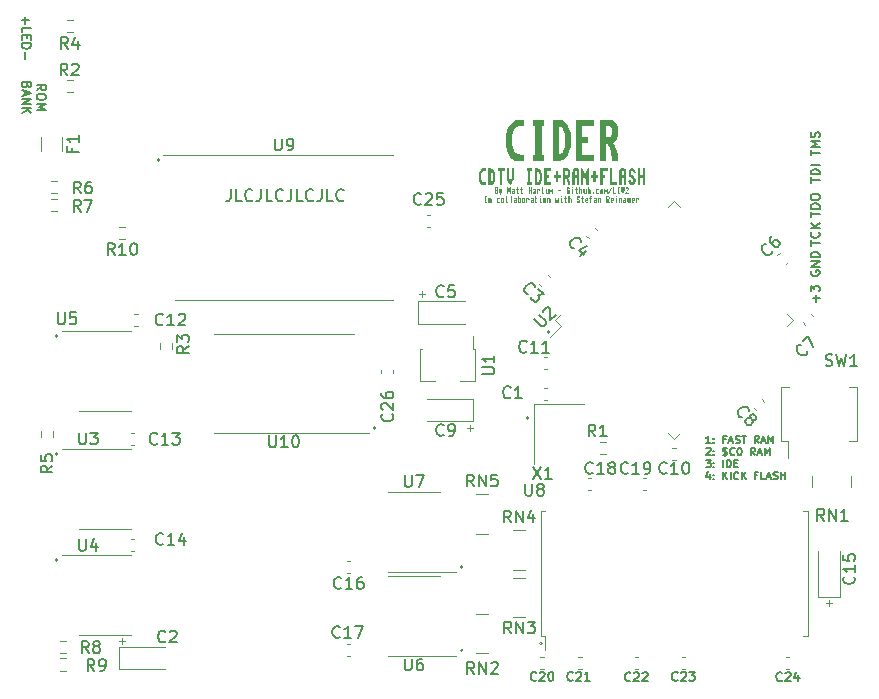
<source format=gto>
G04 #@! TF.GenerationSoftware,KiCad,Pcbnew,6.0.6+dfsg-1~bpo11+1*
G04 #@! TF.CreationDate,2023-02-03T09:59:36+00:00*
G04 #@! TF.ProjectId,CIDER,43494445-522e-46b6-9963-61645f706362,rev?*
G04 #@! TF.SameCoordinates,Original*
G04 #@! TF.FileFunction,Legend,Top*
G04 #@! TF.FilePolarity,Positive*
%FSLAX46Y46*%
G04 Gerber Fmt 4.6, Leading zero omitted, Abs format (unit mm)*
G04 Created by KiCad (PCBNEW 6.0.6+dfsg-1~bpo11+1) date 2023-02-03 09:59:36*
%MOMM*%
%LPD*%
G01*
G04 APERTURE LIST*
%ADD10C,0.150000*%
%ADD11C,0.127000*%
%ADD12C,0.120000*%
%ADD13C,0.100000*%
%ADD14R,0.900000X1.300000*%
%ADD15R,0.800000X0.500000*%
%ADD16R,0.800000X0.400000*%
%ADD17R,1.650000X1.950000*%
%ADD18R,0.760000X1.250000*%
%ADD19R,0.458000X1.510000*%
%ADD20R,0.500000X0.800000*%
%ADD21R,0.400000X0.800000*%
%ADD22R,1.100000X0.250000*%
%ADD23R,1.700000X1.700000*%
%ADD24O,1.700000X1.700000*%
%ADD25R,1.350000X1.350000*%
%ADD26O,1.350000X1.350000*%
%ADD27C,5.000000*%
%ADD28C,1.524000*%
G04 APERTURE END LIST*
D10*
X176089114Y-111665657D02*
X176089114Y-111230228D01*
X176851114Y-111447942D02*
X176089114Y-111447942D01*
X176851114Y-110976228D02*
X176089114Y-110976228D01*
X176089114Y-110794800D01*
X176125400Y-110685942D01*
X176197971Y-110613371D01*
X176270542Y-110577085D01*
X176415685Y-110540800D01*
X176524542Y-110540800D01*
X176669685Y-110577085D01*
X176742257Y-110613371D01*
X176814828Y-110685942D01*
X176851114Y-110794800D01*
X176851114Y-110976228D01*
X176089114Y-110069085D02*
X176089114Y-109923942D01*
X176125400Y-109851371D01*
X176197971Y-109778800D01*
X176343114Y-109742514D01*
X176597114Y-109742514D01*
X176742257Y-109778800D01*
X176814828Y-109851371D01*
X176851114Y-109923942D01*
X176851114Y-110069085D01*
X176814828Y-110141657D01*
X176742257Y-110214228D01*
X176597114Y-110250514D01*
X176343114Y-110250514D01*
X176197971Y-110214228D01*
X176125400Y-110141657D01*
X176089114Y-110069085D01*
X126980152Y-109350780D02*
X126980152Y-110065066D01*
X126932533Y-110207923D01*
X126837295Y-110303161D01*
X126694438Y-110350780D01*
X126599200Y-110350780D01*
X127932533Y-110350780D02*
X127456342Y-110350780D01*
X127456342Y-109350780D01*
X128837295Y-110255542D02*
X128789676Y-110303161D01*
X128646819Y-110350780D01*
X128551580Y-110350780D01*
X128408723Y-110303161D01*
X128313485Y-110207923D01*
X128265866Y-110112685D01*
X128218247Y-109922209D01*
X128218247Y-109779352D01*
X128265866Y-109588876D01*
X128313485Y-109493638D01*
X128408723Y-109398400D01*
X128551580Y-109350780D01*
X128646819Y-109350780D01*
X128789676Y-109398400D01*
X128837295Y-109446019D01*
X129551580Y-109350780D02*
X129551580Y-110065066D01*
X129503961Y-110207923D01*
X129408723Y-110303161D01*
X129265866Y-110350780D01*
X129170628Y-110350780D01*
X130503961Y-110350780D02*
X130027771Y-110350780D01*
X130027771Y-109350780D01*
X131408723Y-110255542D02*
X131361104Y-110303161D01*
X131218247Y-110350780D01*
X131123009Y-110350780D01*
X130980152Y-110303161D01*
X130884914Y-110207923D01*
X130837295Y-110112685D01*
X130789676Y-109922209D01*
X130789676Y-109779352D01*
X130837295Y-109588876D01*
X130884914Y-109493638D01*
X130980152Y-109398400D01*
X131123009Y-109350780D01*
X131218247Y-109350780D01*
X131361104Y-109398400D01*
X131408723Y-109446019D01*
X132123009Y-109350780D02*
X132123009Y-110065066D01*
X132075390Y-110207923D01*
X131980152Y-110303161D01*
X131837295Y-110350780D01*
X131742057Y-110350780D01*
X133075390Y-110350780D02*
X132599200Y-110350780D01*
X132599200Y-109350780D01*
X133980152Y-110255542D02*
X133932533Y-110303161D01*
X133789676Y-110350780D01*
X133694438Y-110350780D01*
X133551580Y-110303161D01*
X133456342Y-110207923D01*
X133408723Y-110112685D01*
X133361104Y-109922209D01*
X133361104Y-109779352D01*
X133408723Y-109588876D01*
X133456342Y-109493638D01*
X133551580Y-109398400D01*
X133694438Y-109350780D01*
X133789676Y-109350780D01*
X133932533Y-109398400D01*
X133980152Y-109446019D01*
X134694438Y-109350780D02*
X134694438Y-110065066D01*
X134646819Y-110207923D01*
X134551580Y-110303161D01*
X134408723Y-110350780D01*
X134313485Y-110350780D01*
X135646819Y-110350780D02*
X135170628Y-110350780D01*
X135170628Y-109350780D01*
X136551580Y-110255542D02*
X136503961Y-110303161D01*
X136361104Y-110350780D01*
X136265866Y-110350780D01*
X136123009Y-110303161D01*
X136027771Y-110207923D01*
X135980152Y-110112685D01*
X135932533Y-109922209D01*
X135932533Y-109779352D01*
X135980152Y-109588876D01*
X136027771Y-109493638D01*
X136123009Y-109398400D01*
X136265866Y-109350780D01*
X136361104Y-109350780D01*
X136503961Y-109398400D01*
X136551580Y-109446019D01*
X109599171Y-94751257D02*
X109599171Y-95331828D01*
X109308885Y-95041542D02*
X109889457Y-95041542D01*
X109308885Y-96057542D02*
X109308885Y-95694685D01*
X110070885Y-95694685D01*
X109708028Y-96311542D02*
X109708028Y-96565542D01*
X109308885Y-96674400D02*
X109308885Y-96311542D01*
X110070885Y-96311542D01*
X110070885Y-96674400D01*
X109308885Y-97000971D02*
X110070885Y-97000971D01*
X110070885Y-97182400D01*
X110034600Y-97291257D01*
X109962028Y-97363828D01*
X109889457Y-97400114D01*
X109744314Y-97436400D01*
X109635457Y-97436400D01*
X109490314Y-97400114D01*
X109417742Y-97363828D01*
X109345171Y-97291257D01*
X109308885Y-97182400D01*
X109308885Y-97000971D01*
X109599171Y-97762971D02*
X109599171Y-98343542D01*
X176560828Y-118864742D02*
X176560828Y-118284171D01*
X176851114Y-118574457D02*
X176270542Y-118574457D01*
X176089114Y-117993885D02*
X176089114Y-117522171D01*
X176379400Y-117776171D01*
X176379400Y-117667314D01*
X176415685Y-117594742D01*
X176451971Y-117558457D01*
X176524542Y-117522171D01*
X176705971Y-117522171D01*
X176778542Y-117558457D01*
X176814828Y-117594742D01*
X176851114Y-117667314D01*
X176851114Y-117885028D01*
X176814828Y-117957600D01*
X176778542Y-117993885D01*
X176089114Y-106476800D02*
X176089114Y-106041371D01*
X176851114Y-106259085D02*
X176089114Y-106259085D01*
X176851114Y-105787371D02*
X176089114Y-105787371D01*
X176633400Y-105533371D01*
X176089114Y-105279371D01*
X176851114Y-105279371D01*
X176814828Y-104952800D02*
X176851114Y-104843942D01*
X176851114Y-104662514D01*
X176814828Y-104589942D01*
X176778542Y-104553657D01*
X176705971Y-104517371D01*
X176633400Y-104517371D01*
X176560828Y-104553657D01*
X176524542Y-104589942D01*
X176488257Y-104662514D01*
X176451971Y-104807657D01*
X176415685Y-104880228D01*
X176379400Y-104916514D01*
X176306828Y-104952800D01*
X176234257Y-104952800D01*
X176161685Y-104916514D01*
X176125400Y-104880228D01*
X176089114Y-104807657D01*
X176089114Y-104626228D01*
X176125400Y-104517371D01*
D11*
X167623959Y-130835736D02*
X167261102Y-130835736D01*
X167442530Y-130835736D02*
X167442530Y-130200736D01*
X167382054Y-130291451D01*
X167321578Y-130351927D01*
X167261102Y-130382165D01*
X167896102Y-130775260D02*
X167926340Y-130805498D01*
X167896102Y-130835736D01*
X167865864Y-130805498D01*
X167896102Y-130775260D01*
X167896102Y-130835736D01*
X167896102Y-130442641D02*
X167926340Y-130472879D01*
X167896102Y-130503117D01*
X167865864Y-130472879D01*
X167896102Y-130442641D01*
X167896102Y-130503117D01*
X168893959Y-130503117D02*
X168682292Y-130503117D01*
X168682292Y-130835736D02*
X168682292Y-130200736D01*
X168984673Y-130200736D01*
X169196340Y-130654308D02*
X169498721Y-130654308D01*
X169135864Y-130835736D02*
X169347530Y-130200736D01*
X169559197Y-130835736D01*
X169740626Y-130805498D02*
X169831340Y-130835736D01*
X169982530Y-130835736D01*
X170043007Y-130805498D01*
X170073245Y-130775260D01*
X170103483Y-130714784D01*
X170103483Y-130654308D01*
X170073245Y-130593832D01*
X170043007Y-130563594D01*
X169982530Y-130533355D01*
X169861578Y-130503117D01*
X169801102Y-130472879D01*
X169770864Y-130442641D01*
X169740626Y-130382165D01*
X169740626Y-130321689D01*
X169770864Y-130261213D01*
X169801102Y-130230975D01*
X169861578Y-130200736D01*
X170012769Y-130200736D01*
X170103483Y-130230975D01*
X170284911Y-130200736D02*
X170647769Y-130200736D01*
X170466340Y-130835736D02*
X170466340Y-130200736D01*
X171706102Y-130835736D02*
X171494435Y-130533355D01*
X171343245Y-130835736D02*
X171343245Y-130200736D01*
X171585150Y-130200736D01*
X171645626Y-130230975D01*
X171675864Y-130261213D01*
X171706102Y-130321689D01*
X171706102Y-130412403D01*
X171675864Y-130472879D01*
X171645626Y-130503117D01*
X171585150Y-130533355D01*
X171343245Y-130533355D01*
X171948007Y-130654308D02*
X172250388Y-130654308D01*
X171887530Y-130835736D02*
X172099197Y-130200736D01*
X172310864Y-130835736D01*
X172522530Y-130835736D02*
X172522530Y-130200736D01*
X172734197Y-130654308D01*
X172945864Y-130200736D01*
X172945864Y-130835736D01*
X167261102Y-131283563D02*
X167291340Y-131253325D01*
X167351816Y-131223086D01*
X167503007Y-131223086D01*
X167563483Y-131253325D01*
X167593721Y-131283563D01*
X167623959Y-131344039D01*
X167623959Y-131404515D01*
X167593721Y-131495229D01*
X167230864Y-131858086D01*
X167623959Y-131858086D01*
X167896102Y-131797610D02*
X167926340Y-131827848D01*
X167896102Y-131858086D01*
X167865864Y-131827848D01*
X167896102Y-131797610D01*
X167896102Y-131858086D01*
X167896102Y-131464991D02*
X167926340Y-131495229D01*
X167896102Y-131525467D01*
X167865864Y-131495229D01*
X167896102Y-131464991D01*
X167896102Y-131525467D01*
X168652054Y-131827848D02*
X168742769Y-131858086D01*
X168893959Y-131858086D01*
X168954435Y-131827848D01*
X168984673Y-131797610D01*
X169014911Y-131737134D01*
X169014911Y-131676658D01*
X168984673Y-131616182D01*
X168954435Y-131585944D01*
X168893959Y-131555705D01*
X168773007Y-131525467D01*
X168712530Y-131495229D01*
X168682292Y-131464991D01*
X168652054Y-131404515D01*
X168652054Y-131344039D01*
X168682292Y-131283563D01*
X168712530Y-131253325D01*
X168773007Y-131223086D01*
X168924197Y-131223086D01*
X169014911Y-131253325D01*
X168833483Y-131132372D02*
X168833483Y-131948801D01*
X169649911Y-131797610D02*
X169619673Y-131827848D01*
X169528959Y-131858086D01*
X169468483Y-131858086D01*
X169377769Y-131827848D01*
X169317292Y-131767372D01*
X169287054Y-131706896D01*
X169256816Y-131585944D01*
X169256816Y-131495229D01*
X169287054Y-131374277D01*
X169317292Y-131313801D01*
X169377769Y-131253325D01*
X169468483Y-131223086D01*
X169528959Y-131223086D01*
X169619673Y-131253325D01*
X169649911Y-131283563D01*
X170043007Y-131223086D02*
X170103483Y-131223086D01*
X170163959Y-131253325D01*
X170194197Y-131283563D01*
X170224435Y-131344039D01*
X170254673Y-131464991D01*
X170254673Y-131616182D01*
X170224435Y-131737134D01*
X170194197Y-131797610D01*
X170163959Y-131827848D01*
X170103483Y-131858086D01*
X170043007Y-131858086D01*
X169982530Y-131827848D01*
X169952292Y-131797610D01*
X169922054Y-131737134D01*
X169891816Y-131616182D01*
X169891816Y-131464991D01*
X169922054Y-131344039D01*
X169952292Y-131283563D01*
X169982530Y-131253325D01*
X170043007Y-131223086D01*
X171373483Y-131858086D02*
X171161816Y-131555705D01*
X171010626Y-131858086D02*
X171010626Y-131223086D01*
X171252530Y-131223086D01*
X171313007Y-131253325D01*
X171343245Y-131283563D01*
X171373483Y-131344039D01*
X171373483Y-131434753D01*
X171343245Y-131495229D01*
X171313007Y-131525467D01*
X171252530Y-131555705D01*
X171010626Y-131555705D01*
X171615388Y-131676658D02*
X171917769Y-131676658D01*
X171554911Y-131858086D02*
X171766578Y-131223086D01*
X171978245Y-131858086D01*
X172189911Y-131858086D02*
X172189911Y-131223086D01*
X172401578Y-131676658D01*
X172613245Y-131223086D01*
X172613245Y-131858086D01*
X167230864Y-132245436D02*
X167623959Y-132245436D01*
X167412292Y-132487341D01*
X167503007Y-132487341D01*
X167563483Y-132517579D01*
X167593721Y-132547817D01*
X167623959Y-132608294D01*
X167623959Y-132759484D01*
X167593721Y-132819960D01*
X167563483Y-132850198D01*
X167503007Y-132880436D01*
X167321578Y-132880436D01*
X167261102Y-132850198D01*
X167230864Y-132819960D01*
X167896102Y-132819960D02*
X167926340Y-132850198D01*
X167896102Y-132880436D01*
X167865864Y-132850198D01*
X167896102Y-132819960D01*
X167896102Y-132880436D01*
X167896102Y-132487341D02*
X167926340Y-132517579D01*
X167896102Y-132547817D01*
X167865864Y-132517579D01*
X167896102Y-132487341D01*
X167896102Y-132547817D01*
X168682292Y-132880436D02*
X168682292Y-132245436D01*
X168984673Y-132880436D02*
X168984673Y-132245436D01*
X169135864Y-132245436D01*
X169226578Y-132275675D01*
X169287054Y-132336151D01*
X169317292Y-132396627D01*
X169347530Y-132517579D01*
X169347530Y-132608294D01*
X169317292Y-132729246D01*
X169287054Y-132789722D01*
X169226578Y-132850198D01*
X169135864Y-132880436D01*
X168984673Y-132880436D01*
X169619673Y-132547817D02*
X169831340Y-132547817D01*
X169922054Y-132880436D02*
X169619673Y-132880436D01*
X169619673Y-132245436D01*
X169922054Y-132245436D01*
X167563483Y-133479453D02*
X167563483Y-133902786D01*
X167412292Y-133237548D02*
X167261102Y-133691120D01*
X167654197Y-133691120D01*
X167896102Y-133842310D02*
X167926340Y-133872548D01*
X167896102Y-133902786D01*
X167865864Y-133872548D01*
X167896102Y-133842310D01*
X167896102Y-133902786D01*
X167896102Y-133509691D02*
X167926340Y-133539929D01*
X167896102Y-133570167D01*
X167865864Y-133539929D01*
X167896102Y-133509691D01*
X167896102Y-133570167D01*
X168682292Y-133902786D02*
X168682292Y-133267786D01*
X169045150Y-133902786D02*
X168773007Y-133539929D01*
X169045150Y-133267786D02*
X168682292Y-133630644D01*
X169317292Y-133902786D02*
X169317292Y-133267786D01*
X169982530Y-133842310D02*
X169952292Y-133872548D01*
X169861578Y-133902786D01*
X169801102Y-133902786D01*
X169710388Y-133872548D01*
X169649911Y-133812072D01*
X169619673Y-133751596D01*
X169589435Y-133630644D01*
X169589435Y-133539929D01*
X169619673Y-133418977D01*
X169649911Y-133358501D01*
X169710388Y-133298025D01*
X169801102Y-133267786D01*
X169861578Y-133267786D01*
X169952292Y-133298025D01*
X169982530Y-133328263D01*
X170254673Y-133902786D02*
X170254673Y-133267786D01*
X170617530Y-133902786D02*
X170345388Y-133539929D01*
X170617530Y-133267786D02*
X170254673Y-133630644D01*
X171585150Y-133570167D02*
X171373483Y-133570167D01*
X171373483Y-133902786D02*
X171373483Y-133267786D01*
X171675864Y-133267786D01*
X172220150Y-133902786D02*
X171917769Y-133902786D01*
X171917769Y-133267786D01*
X172401578Y-133721358D02*
X172703959Y-133721358D01*
X172341102Y-133902786D02*
X172552769Y-133267786D01*
X172764435Y-133902786D01*
X172945864Y-133872548D02*
X173036578Y-133902786D01*
X173187769Y-133902786D01*
X173248245Y-133872548D01*
X173278483Y-133842310D01*
X173308721Y-133781834D01*
X173308721Y-133721358D01*
X173278483Y-133660882D01*
X173248245Y-133630644D01*
X173187769Y-133600405D01*
X173066816Y-133570167D01*
X173006340Y-133539929D01*
X172976102Y-133509691D01*
X172945864Y-133449215D01*
X172945864Y-133388739D01*
X172976102Y-133328263D01*
X173006340Y-133298025D01*
X173066816Y-133267786D01*
X173218007Y-133267786D01*
X173308721Y-133298025D01*
X173580864Y-133902786D02*
X173580864Y-133267786D01*
X173580864Y-133570167D02*
X173943721Y-133570167D01*
X173943721Y-133902786D02*
X173943721Y-133267786D01*
D10*
X176089114Y-114113314D02*
X176089114Y-113677885D01*
X176851114Y-113895600D02*
X176089114Y-113895600D01*
X176778542Y-112988457D02*
X176814828Y-113024742D01*
X176851114Y-113133600D01*
X176851114Y-113206171D01*
X176814828Y-113315028D01*
X176742257Y-113387600D01*
X176669685Y-113423885D01*
X176524542Y-113460171D01*
X176415685Y-113460171D01*
X176270542Y-113423885D01*
X176197971Y-113387600D01*
X176125400Y-113315028D01*
X176089114Y-113206171D01*
X176089114Y-113133600D01*
X176125400Y-113024742D01*
X176161685Y-112988457D01*
X176851114Y-112661885D02*
X176089114Y-112661885D01*
X176851114Y-112226457D02*
X176415685Y-112553028D01*
X176089114Y-112226457D02*
X176524542Y-112661885D01*
X110582695Y-100977885D02*
X110945552Y-100723885D01*
X110582695Y-100542457D02*
X111344695Y-100542457D01*
X111344695Y-100832742D01*
X111308410Y-100905314D01*
X111272124Y-100941600D01*
X111199552Y-100977885D01*
X111090695Y-100977885D01*
X111018124Y-100941600D01*
X110981838Y-100905314D01*
X110945552Y-100832742D01*
X110945552Y-100542457D01*
X111344695Y-101449600D02*
X111344695Y-101594742D01*
X111308410Y-101667314D01*
X111235838Y-101739885D01*
X111090695Y-101776171D01*
X110836695Y-101776171D01*
X110691552Y-101739885D01*
X110618981Y-101667314D01*
X110582695Y-101594742D01*
X110582695Y-101449600D01*
X110618981Y-101377028D01*
X110691552Y-101304457D01*
X110836695Y-101268171D01*
X111090695Y-101268171D01*
X111235838Y-101304457D01*
X111308410Y-101377028D01*
X111344695Y-101449600D01*
X110582695Y-102102742D02*
X111344695Y-102102742D01*
X110800410Y-102356742D01*
X111344695Y-102610742D01*
X110582695Y-102610742D01*
X109755018Y-100524314D02*
X109718732Y-100633171D01*
X109682447Y-100669457D01*
X109609875Y-100705742D01*
X109501018Y-100705742D01*
X109428447Y-100669457D01*
X109392161Y-100633171D01*
X109355875Y-100560600D01*
X109355875Y-100270314D01*
X110117875Y-100270314D01*
X110117875Y-100524314D01*
X110081590Y-100596885D01*
X110045304Y-100633171D01*
X109972732Y-100669457D01*
X109900161Y-100669457D01*
X109827590Y-100633171D01*
X109791304Y-100596885D01*
X109755018Y-100524314D01*
X109755018Y-100270314D01*
X109573590Y-100996028D02*
X109573590Y-101358885D01*
X109355875Y-100923457D02*
X110117875Y-101177457D01*
X109355875Y-101431457D01*
X109355875Y-101685457D02*
X110117875Y-101685457D01*
X109355875Y-102120885D01*
X110117875Y-102120885D01*
X109355875Y-102483742D02*
X110117875Y-102483742D01*
X109355875Y-102919171D02*
X109791304Y-102592600D01*
X110117875Y-102919171D02*
X109682447Y-102483742D01*
X176125400Y-116252171D02*
X176089114Y-116324742D01*
X176089114Y-116433600D01*
X176125400Y-116542457D01*
X176197971Y-116615028D01*
X176270542Y-116651314D01*
X176415685Y-116687600D01*
X176524542Y-116687600D01*
X176669685Y-116651314D01*
X176742257Y-116615028D01*
X176814828Y-116542457D01*
X176851114Y-116433600D01*
X176851114Y-116361028D01*
X176814828Y-116252171D01*
X176778542Y-116215885D01*
X176524542Y-116215885D01*
X176524542Y-116361028D01*
X176851114Y-115889314D02*
X176089114Y-115889314D01*
X176851114Y-115453885D01*
X176089114Y-115453885D01*
X176851114Y-115091028D02*
X176089114Y-115091028D01*
X176089114Y-114909600D01*
X176125400Y-114800742D01*
X176197971Y-114728171D01*
X176270542Y-114691885D01*
X176415685Y-114655600D01*
X176524542Y-114655600D01*
X176669685Y-114691885D01*
X176742257Y-114728171D01*
X176814828Y-114800742D01*
X176851114Y-114909600D01*
X176851114Y-115091028D01*
X176089114Y-108780942D02*
X176089114Y-108345514D01*
X176851114Y-108563228D02*
X176089114Y-108563228D01*
X176851114Y-108091514D02*
X176089114Y-108091514D01*
X176089114Y-107910085D01*
X176125400Y-107801228D01*
X176197971Y-107728657D01*
X176270542Y-107692371D01*
X176415685Y-107656085D01*
X176524542Y-107656085D01*
X176669685Y-107692371D01*
X176742257Y-107728657D01*
X176814828Y-107801228D01*
X176851114Y-107910085D01*
X176851114Y-108091514D01*
X176851114Y-107329514D02*
X176089114Y-107329514D01*
X157864533Y-130272988D02*
X157531200Y-129796798D01*
X157293104Y-130272988D02*
X157293104Y-129272988D01*
X157674057Y-129272988D01*
X157769295Y-129320608D01*
X157816914Y-129368227D01*
X157864533Y-129463465D01*
X157864533Y-129606322D01*
X157816914Y-129701560D01*
X157769295Y-129749179D01*
X157674057Y-129796798D01*
X157293104Y-129796798D01*
X158816914Y-130272988D02*
X158245485Y-130272988D01*
X158531200Y-130272988D02*
X158531200Y-129272988D01*
X158435961Y-129415846D01*
X158340723Y-129511084D01*
X158245485Y-129558703D01*
X141732195Y-149088280D02*
X141732195Y-149897804D01*
X141779814Y-149993042D01*
X141827433Y-150040661D01*
X141922671Y-150088280D01*
X142113147Y-150088280D01*
X142208385Y-150040661D01*
X142256004Y-149993042D01*
X142303623Y-149897804D01*
X142303623Y-149088280D01*
X143208385Y-149088280D02*
X143017909Y-149088280D01*
X142922671Y-149135900D01*
X142875052Y-149183519D01*
X142779814Y-149326376D01*
X142732195Y-149516852D01*
X142732195Y-149897804D01*
X142779814Y-149993042D01*
X142827433Y-150040661D01*
X142922671Y-150088280D01*
X143113147Y-150088280D01*
X143208385Y-150040661D01*
X143256004Y-149993042D01*
X143303623Y-149897804D01*
X143303623Y-149659709D01*
X143256004Y-149564471D01*
X143208385Y-149516852D01*
X143113147Y-149469233D01*
X142922671Y-149469233D01*
X142827433Y-149516852D01*
X142779814Y-149564471D01*
X142732195Y-149659709D01*
X141732195Y-133534480D02*
X141732195Y-134344004D01*
X141779814Y-134439242D01*
X141827433Y-134486861D01*
X141922671Y-134534480D01*
X142113147Y-134534480D01*
X142208385Y-134486861D01*
X142256004Y-134439242D01*
X142303623Y-134344004D01*
X142303623Y-133534480D01*
X142684576Y-133534480D02*
X143351242Y-133534480D01*
X142922671Y-134534480D01*
X145024241Y-118383842D02*
X144976622Y-118431461D01*
X144833765Y-118479080D01*
X144738527Y-118479080D01*
X144595669Y-118431461D01*
X144500431Y-118336223D01*
X144452812Y-118240985D01*
X144405193Y-118050509D01*
X144405193Y-117907652D01*
X144452812Y-117717176D01*
X144500431Y-117621938D01*
X144595669Y-117526700D01*
X144738527Y-117479080D01*
X144833765Y-117479080D01*
X144976622Y-117526700D01*
X145024241Y-117574319D01*
X145929003Y-117479080D02*
X145452812Y-117479080D01*
X145405193Y-117955271D01*
X145452812Y-117907652D01*
X145548050Y-117860033D01*
X145786146Y-117860033D01*
X145881384Y-117907652D01*
X145929003Y-117955271D01*
X145976622Y-118050509D01*
X145976622Y-118288604D01*
X145929003Y-118383842D01*
X145881384Y-118431461D01*
X145786146Y-118479080D01*
X145548050Y-118479080D01*
X145452812Y-118431461D01*
X145405193Y-118383842D01*
X152176747Y-118208650D02*
X152109404Y-118208650D01*
X151974717Y-118141306D01*
X151907373Y-118073963D01*
X151840030Y-117939275D01*
X151840030Y-117804588D01*
X151873701Y-117703573D01*
X151974717Y-117535214D01*
X152075732Y-117434199D01*
X152244091Y-117333184D01*
X152345106Y-117299512D01*
X152479793Y-117299512D01*
X152614480Y-117366856D01*
X152681824Y-117434199D01*
X152749167Y-117568886D01*
X152749167Y-117636230D01*
X153052213Y-117804588D02*
X153489946Y-118242321D01*
X152984869Y-118275993D01*
X153085885Y-118377008D01*
X153119556Y-118478024D01*
X153119556Y-118545367D01*
X153085885Y-118646382D01*
X152917526Y-118814741D01*
X152816511Y-118848413D01*
X152749167Y-118848413D01*
X152648152Y-118814741D01*
X152446121Y-118612711D01*
X152412449Y-118511695D01*
X152412449Y-118444352D01*
X113207533Y-97472980D02*
X112874200Y-96996790D01*
X112636104Y-97472980D02*
X112636104Y-96472980D01*
X113017057Y-96472980D01*
X113112295Y-96520600D01*
X113159914Y-96568219D01*
X113207533Y-96663457D01*
X113207533Y-96806314D01*
X113159914Y-96901552D01*
X113112295Y-96949171D01*
X113017057Y-96996790D01*
X112636104Y-96996790D01*
X114064676Y-96806314D02*
X114064676Y-97472980D01*
X113826580Y-96425361D02*
X113588485Y-97139647D01*
X114207533Y-97139647D01*
X121268542Y-139360742D02*
X121220923Y-139408361D01*
X121078066Y-139455980D01*
X120982828Y-139455980D01*
X120839971Y-139408361D01*
X120744733Y-139313123D01*
X120697114Y-139217885D01*
X120649495Y-139027409D01*
X120649495Y-138884552D01*
X120697114Y-138694076D01*
X120744733Y-138598838D01*
X120839971Y-138503600D01*
X120982828Y-138455980D01*
X121078066Y-138455980D01*
X121220923Y-138503600D01*
X121268542Y-138551219D01*
X122220923Y-139455980D02*
X121649495Y-139455980D01*
X121935209Y-139455980D02*
X121935209Y-138455980D01*
X121839971Y-138598838D01*
X121744733Y-138694076D01*
X121649495Y-138741695D01*
X123078066Y-138789314D02*
X123078066Y-139455980D01*
X122839971Y-138408361D02*
X122601876Y-139122647D01*
X123220923Y-139122647D01*
X160623542Y-133341142D02*
X160575923Y-133388761D01*
X160433066Y-133436380D01*
X160337828Y-133436380D01*
X160194971Y-133388761D01*
X160099733Y-133293523D01*
X160052114Y-133198285D01*
X160004495Y-133007809D01*
X160004495Y-132864952D01*
X160052114Y-132674476D01*
X160099733Y-132579238D01*
X160194971Y-132484000D01*
X160337828Y-132436380D01*
X160433066Y-132436380D01*
X160575923Y-132484000D01*
X160623542Y-132531619D01*
X161575923Y-133436380D02*
X161004495Y-133436380D01*
X161290209Y-133436380D02*
X161290209Y-132436380D01*
X161194971Y-132579238D01*
X161099733Y-132674476D01*
X161004495Y-132722095D01*
X162052114Y-133436380D02*
X162242590Y-133436380D01*
X162337828Y-133388761D01*
X162385447Y-133341142D01*
X162480685Y-133198285D01*
X162528304Y-133007809D01*
X162528304Y-132626857D01*
X162480685Y-132531619D01*
X162433066Y-132484000D01*
X162337828Y-132436380D01*
X162147352Y-132436380D01*
X162052114Y-132484000D01*
X162004495Y-132531619D01*
X161956876Y-132626857D01*
X161956876Y-132864952D01*
X162004495Y-132960190D01*
X162052114Y-133007809D01*
X162147352Y-133055428D01*
X162337828Y-133055428D01*
X162433066Y-133007809D01*
X162480685Y-132960190D01*
X162528304Y-132864952D01*
X179759142Y-142137757D02*
X179806761Y-142185376D01*
X179854380Y-142328233D01*
X179854380Y-142423471D01*
X179806761Y-142566328D01*
X179711523Y-142661566D01*
X179616285Y-142709185D01*
X179425809Y-142756804D01*
X179282952Y-142756804D01*
X179092476Y-142709185D01*
X178997238Y-142661566D01*
X178902000Y-142566328D01*
X178854380Y-142423471D01*
X178854380Y-142328233D01*
X178902000Y-142185376D01*
X178949619Y-142137757D01*
X179854380Y-141185376D02*
X179854380Y-141756804D01*
X179854380Y-141471090D02*
X178854380Y-141471090D01*
X178997238Y-141566328D01*
X179092476Y-141661566D01*
X179140095Y-141756804D01*
X178854380Y-140280614D02*
X178854380Y-140756804D01*
X179330571Y-140804423D01*
X179282952Y-140756804D01*
X179235333Y-140661566D01*
X179235333Y-140423471D01*
X179282952Y-140328233D01*
X179330571Y-140280614D01*
X179425809Y-140232995D01*
X179663904Y-140232995D01*
X179759142Y-140280614D01*
X179806761Y-140328233D01*
X179854380Y-140423471D01*
X179854380Y-140661566D01*
X179806761Y-140756804D01*
X179759142Y-140804423D01*
X121466333Y-147616642D02*
X121418714Y-147664261D01*
X121275857Y-147711880D01*
X121180619Y-147711880D01*
X121037761Y-147664261D01*
X120942523Y-147569023D01*
X120894904Y-147473785D01*
X120847285Y-147283309D01*
X120847285Y-147140452D01*
X120894904Y-146949976D01*
X120942523Y-146854738D01*
X121037761Y-146759500D01*
X121180619Y-146711880D01*
X121275857Y-146711880D01*
X121418714Y-146759500D01*
X121466333Y-146807119D01*
X121847285Y-146807119D02*
X121894904Y-146759500D01*
X121990142Y-146711880D01*
X122228238Y-146711880D01*
X122323476Y-146759500D01*
X122371095Y-146807119D01*
X122418714Y-146902357D01*
X122418714Y-146997595D01*
X122371095Y-147140452D01*
X121799666Y-147711880D01*
X122418714Y-147711880D01*
X160840842Y-150943142D02*
X160804557Y-150979428D01*
X160695700Y-151015714D01*
X160623128Y-151015714D01*
X160514271Y-150979428D01*
X160441700Y-150906857D01*
X160405414Y-150834285D01*
X160369128Y-150689142D01*
X160369128Y-150580285D01*
X160405414Y-150435142D01*
X160441700Y-150362571D01*
X160514271Y-150290000D01*
X160623128Y-150253714D01*
X160695700Y-150253714D01*
X160804557Y-150290000D01*
X160840842Y-150326285D01*
X161131128Y-150326285D02*
X161167414Y-150290000D01*
X161239985Y-150253714D01*
X161421414Y-150253714D01*
X161493985Y-150290000D01*
X161530271Y-150326285D01*
X161566557Y-150398857D01*
X161566557Y-150471428D01*
X161530271Y-150580285D01*
X161094842Y-151015714D01*
X161566557Y-151015714D01*
X161856842Y-150326285D02*
X161893128Y-150290000D01*
X161965700Y-150253714D01*
X162147128Y-150253714D01*
X162219700Y-150290000D01*
X162255985Y-150326285D01*
X162292271Y-150398857D01*
X162292271Y-150471428D01*
X162255985Y-150580285D01*
X161820557Y-151015714D01*
X162292271Y-151015714D01*
X145024241Y-130138842D02*
X144976622Y-130186461D01*
X144833765Y-130234080D01*
X144738527Y-130234080D01*
X144595669Y-130186461D01*
X144500431Y-130091223D01*
X144452812Y-129995985D01*
X144405193Y-129805509D01*
X144405193Y-129662652D01*
X144452812Y-129472176D01*
X144500431Y-129376938D01*
X144595669Y-129281700D01*
X144738527Y-129234080D01*
X144833765Y-129234080D01*
X144976622Y-129281700D01*
X145024241Y-129329319D01*
X145500431Y-130234080D02*
X145690908Y-130234080D01*
X145786146Y-130186461D01*
X145833765Y-130138842D01*
X145929003Y-129995985D01*
X145976622Y-129805509D01*
X145976622Y-129424557D01*
X145929003Y-129329319D01*
X145881384Y-129281700D01*
X145786146Y-129234080D01*
X145595669Y-129234080D01*
X145500431Y-129281700D01*
X145452812Y-129329319D01*
X145405193Y-129424557D01*
X145405193Y-129662652D01*
X145452812Y-129757890D01*
X145500431Y-129805509D01*
X145595669Y-129853128D01*
X145786146Y-129853128D01*
X145881384Y-129805509D01*
X145929003Y-129757890D01*
X145976622Y-129662652D01*
X148295688Y-124997312D02*
X149105212Y-124997312D01*
X149200450Y-124949693D01*
X149248069Y-124902074D01*
X149295688Y-124806836D01*
X149295688Y-124616360D01*
X149248069Y-124521122D01*
X149200450Y-124473503D01*
X149105212Y-124425884D01*
X148295688Y-124425884D01*
X149295688Y-123425884D02*
X149295688Y-123997312D01*
X149295688Y-123711598D02*
X148295688Y-123711598D01*
X148438546Y-123806836D01*
X148533784Y-123902074D01*
X148581403Y-123997312D01*
X121261042Y-120782542D02*
X121213423Y-120830161D01*
X121070566Y-120877780D01*
X120975328Y-120877780D01*
X120832471Y-120830161D01*
X120737233Y-120734923D01*
X120689614Y-120639685D01*
X120641995Y-120449209D01*
X120641995Y-120306352D01*
X120689614Y-120115876D01*
X120737233Y-120020638D01*
X120832471Y-119925400D01*
X120975328Y-119877780D01*
X121070566Y-119877780D01*
X121213423Y-119925400D01*
X121261042Y-119973019D01*
X122213423Y-120877780D02*
X121641995Y-120877780D01*
X121927709Y-120877780D02*
X121927709Y-119877780D01*
X121832471Y-120020638D01*
X121737233Y-120115876D01*
X121641995Y-120163495D01*
X122594376Y-119973019D02*
X122641995Y-119925400D01*
X122737233Y-119877780D01*
X122975328Y-119877780D01*
X123070566Y-119925400D01*
X123118185Y-119973019D01*
X123165804Y-120068257D01*
X123165804Y-120163495D01*
X123118185Y-120306352D01*
X122546757Y-120877780D01*
X123165804Y-120877780D01*
X111899980Y-132744966D02*
X111423790Y-133078300D01*
X111899980Y-133316395D02*
X110899980Y-133316395D01*
X110899980Y-132935442D01*
X110947600Y-132840204D01*
X110995219Y-132792585D01*
X111090457Y-132744966D01*
X111233314Y-132744966D01*
X111328552Y-132792585D01*
X111376171Y-132840204D01*
X111423790Y-132935442D01*
X111423790Y-133316395D01*
X110899980Y-131840204D02*
X110899980Y-132316395D01*
X111376171Y-132364014D01*
X111328552Y-132316395D01*
X111280933Y-132221157D01*
X111280933Y-131983061D01*
X111328552Y-131887823D01*
X111376171Y-131840204D01*
X111471409Y-131792585D01*
X111709504Y-131792585D01*
X111804742Y-131840204D01*
X111852361Y-131887823D01*
X111899980Y-131983061D01*
X111899980Y-132221157D01*
X111852361Y-132316395D01*
X111804742Y-132364014D01*
X140656642Y-128373657D02*
X140704261Y-128421276D01*
X140751880Y-128564133D01*
X140751880Y-128659371D01*
X140704261Y-128802228D01*
X140609023Y-128897466D01*
X140513785Y-128945085D01*
X140323309Y-128992704D01*
X140180452Y-128992704D01*
X139989976Y-128945085D01*
X139894738Y-128897466D01*
X139799500Y-128802228D01*
X139751880Y-128659371D01*
X139751880Y-128564133D01*
X139799500Y-128421276D01*
X139847119Y-128373657D01*
X139847119Y-127992704D02*
X139799500Y-127945085D01*
X139751880Y-127849847D01*
X139751880Y-127611752D01*
X139799500Y-127516514D01*
X139847119Y-127468895D01*
X139942357Y-127421276D01*
X140037595Y-127421276D01*
X140180452Y-127468895D01*
X140751880Y-128040323D01*
X140751880Y-127421276D01*
X139751880Y-126564133D02*
X139751880Y-126754609D01*
X139799500Y-126849847D01*
X139847119Y-126897466D01*
X139989976Y-126992704D01*
X140180452Y-127040323D01*
X140561404Y-127040323D01*
X140656642Y-126992704D01*
X140704261Y-126945085D01*
X140751880Y-126849847D01*
X140751880Y-126659371D01*
X140704261Y-126564133D01*
X140656642Y-126516514D01*
X140561404Y-126468895D01*
X140323309Y-126468895D01*
X140228071Y-126516514D01*
X140180452Y-126564133D01*
X140132833Y-126659371D01*
X140132833Y-126849847D01*
X140180452Y-126945085D01*
X140228071Y-126992704D01*
X140323309Y-127040323D01*
X120768542Y-130860742D02*
X120720923Y-130908361D01*
X120578066Y-130955980D01*
X120482828Y-130955980D01*
X120339971Y-130908361D01*
X120244733Y-130813123D01*
X120197114Y-130717885D01*
X120149495Y-130527409D01*
X120149495Y-130384552D01*
X120197114Y-130194076D01*
X120244733Y-130098838D01*
X120339971Y-130003600D01*
X120482828Y-129955980D01*
X120578066Y-129955980D01*
X120720923Y-130003600D01*
X120768542Y-130051219D01*
X121720923Y-130955980D02*
X121149495Y-130955980D01*
X121435209Y-130955980D02*
X121435209Y-129955980D01*
X121339971Y-130098838D01*
X121244733Y-130194076D01*
X121149495Y-130241695D01*
X122054257Y-129955980D02*
X122673304Y-129955980D01*
X122339971Y-130336933D01*
X122482828Y-130336933D01*
X122578066Y-130384552D01*
X122625685Y-130432171D01*
X122673304Y-130527409D01*
X122673304Y-130765504D01*
X122625685Y-130860742D01*
X122578066Y-130908361D01*
X122482828Y-130955980D01*
X122197114Y-130955980D01*
X122101876Y-130908361D01*
X122054257Y-130860742D01*
X150720723Y-137545880D02*
X150387390Y-137069690D01*
X150149295Y-137545880D02*
X150149295Y-136545880D01*
X150530247Y-136545880D01*
X150625485Y-136593500D01*
X150673104Y-136641119D01*
X150720723Y-136736357D01*
X150720723Y-136879214D01*
X150673104Y-136974452D01*
X150625485Y-137022071D01*
X150530247Y-137069690D01*
X150149295Y-137069690D01*
X151149295Y-137545880D02*
X151149295Y-136545880D01*
X151720723Y-137545880D01*
X151720723Y-136545880D01*
X152625485Y-136879214D02*
X152625485Y-137545880D01*
X152387390Y-136498261D02*
X152149295Y-137212547D01*
X152768342Y-137212547D01*
X114278133Y-111237480D02*
X113944800Y-110761290D01*
X113706704Y-111237480D02*
X113706704Y-110237480D01*
X114087657Y-110237480D01*
X114182895Y-110285100D01*
X114230514Y-110332719D01*
X114278133Y-110427957D01*
X114278133Y-110570814D01*
X114230514Y-110666052D01*
X114182895Y-110713671D01*
X114087657Y-110761290D01*
X113706704Y-110761290D01*
X114611466Y-110237480D02*
X115278133Y-110237480D01*
X114849561Y-111237480D01*
X115455933Y-150111180D02*
X115122600Y-149634990D01*
X114884504Y-150111180D02*
X114884504Y-149111180D01*
X115265457Y-149111180D01*
X115360695Y-149158800D01*
X115408314Y-149206419D01*
X115455933Y-149301657D01*
X115455933Y-149444514D01*
X115408314Y-149539752D01*
X115360695Y-149587371D01*
X115265457Y-149634990D01*
X114884504Y-149634990D01*
X115932123Y-150111180D02*
X116122600Y-150111180D01*
X116217838Y-150063561D01*
X116265457Y-150015942D01*
X116360695Y-149873085D01*
X116408314Y-149682609D01*
X116408314Y-149301657D01*
X116360695Y-149206419D01*
X116313076Y-149158800D01*
X116217838Y-149111180D01*
X116027361Y-149111180D01*
X115932123Y-149158800D01*
X115884504Y-149206419D01*
X115836885Y-149301657D01*
X115836885Y-149539752D01*
X115884504Y-149634990D01*
X115932123Y-149682609D01*
X116027361Y-149730228D01*
X116217838Y-149730228D01*
X116313076Y-149682609D01*
X116360695Y-149634990D01*
X116408314Y-149539752D01*
X147612523Y-150378880D02*
X147279190Y-149902690D01*
X147041095Y-150378880D02*
X147041095Y-149378880D01*
X147422047Y-149378880D01*
X147517285Y-149426500D01*
X147564904Y-149474119D01*
X147612523Y-149569357D01*
X147612523Y-149712214D01*
X147564904Y-149807452D01*
X147517285Y-149855071D01*
X147422047Y-149902690D01*
X147041095Y-149902690D01*
X148041095Y-150378880D02*
X148041095Y-149378880D01*
X148612523Y-150378880D01*
X148612523Y-149378880D01*
X149041095Y-149474119D02*
X149088714Y-149426500D01*
X149183952Y-149378880D01*
X149422047Y-149378880D01*
X149517285Y-149426500D01*
X149564904Y-149474119D01*
X149612523Y-149569357D01*
X149612523Y-149664595D01*
X149564904Y-149807452D01*
X148993476Y-150378880D01*
X149612523Y-150378880D01*
X170266810Y-128658687D02*
X170199467Y-128658687D01*
X170064780Y-128591343D01*
X169997436Y-128524000D01*
X169930093Y-128389312D01*
X169930093Y-128254625D01*
X169963764Y-128153610D01*
X170064780Y-127985251D01*
X170165795Y-127884236D01*
X170334154Y-127783221D01*
X170435169Y-127749549D01*
X170569856Y-127749549D01*
X170704543Y-127816893D01*
X170771887Y-127884236D01*
X170839230Y-128018923D01*
X170839230Y-128086267D01*
X171007589Y-128726030D02*
X170973917Y-128625015D01*
X170973917Y-128557671D01*
X171007589Y-128456656D01*
X171041261Y-128422984D01*
X171142276Y-128389312D01*
X171209619Y-128389312D01*
X171310635Y-128422984D01*
X171445322Y-128557671D01*
X171478993Y-128658687D01*
X171478993Y-128726030D01*
X171445322Y-128827045D01*
X171411650Y-128860717D01*
X171310635Y-128894389D01*
X171243291Y-128894389D01*
X171142276Y-128860717D01*
X171007589Y-128726030D01*
X170906574Y-128692358D01*
X170839230Y-128692358D01*
X170738215Y-128726030D01*
X170603528Y-128860717D01*
X170569856Y-128961732D01*
X170569856Y-129029076D01*
X170603528Y-129130091D01*
X170738215Y-129264778D01*
X170839230Y-129298450D01*
X170906574Y-129298450D01*
X171007589Y-129264778D01*
X171142276Y-129130091D01*
X171175948Y-129029076D01*
X171175948Y-128961732D01*
X171142276Y-128860717D01*
X114973333Y-148612580D02*
X114640000Y-148136390D01*
X114401904Y-148612580D02*
X114401904Y-147612580D01*
X114782857Y-147612580D01*
X114878095Y-147660200D01*
X114925714Y-147707819D01*
X114973333Y-147803057D01*
X114973333Y-147945914D01*
X114925714Y-148041152D01*
X114878095Y-148088771D01*
X114782857Y-148136390D01*
X114401904Y-148136390D01*
X115544761Y-148041152D02*
X115449523Y-147993533D01*
X115401904Y-147945914D01*
X115354285Y-147850676D01*
X115354285Y-147803057D01*
X115401904Y-147707819D01*
X115449523Y-147660200D01*
X115544761Y-147612580D01*
X115735238Y-147612580D01*
X115830476Y-147660200D01*
X115878095Y-147707819D01*
X115925714Y-147803057D01*
X115925714Y-147850676D01*
X115878095Y-147945914D01*
X115830476Y-147993533D01*
X115735238Y-148041152D01*
X115544761Y-148041152D01*
X115449523Y-148088771D01*
X115401904Y-148136390D01*
X115354285Y-148231628D01*
X115354285Y-148422104D01*
X115401904Y-148517342D01*
X115449523Y-148564961D01*
X115544761Y-148612580D01*
X115735238Y-148612580D01*
X115830476Y-148564961D01*
X115878095Y-148517342D01*
X115925714Y-148422104D01*
X115925714Y-148231628D01*
X115878095Y-148136390D01*
X115830476Y-148088771D01*
X115735238Y-148041152D01*
X152585584Y-132868880D02*
X153252250Y-133868880D01*
X153252250Y-132868880D02*
X152585584Y-133868880D01*
X154157012Y-133868880D02*
X153585584Y-133868880D01*
X153871298Y-133868880D02*
X153871298Y-132868880D01*
X153776060Y-133011738D01*
X153680822Y-133106976D01*
X153585584Y-133154595D01*
X177355666Y-124255161D02*
X177498523Y-124302780D01*
X177736619Y-124302780D01*
X177831857Y-124255161D01*
X177879476Y-124207542D01*
X177927095Y-124112304D01*
X177927095Y-124017066D01*
X177879476Y-123921828D01*
X177831857Y-123874209D01*
X177736619Y-123826590D01*
X177546142Y-123778971D01*
X177450904Y-123731352D01*
X177403285Y-123683733D01*
X177355666Y-123588495D01*
X177355666Y-123493257D01*
X177403285Y-123398019D01*
X177450904Y-123350400D01*
X177546142Y-123302780D01*
X177784238Y-123302780D01*
X177927095Y-123350400D01*
X178260428Y-123302780D02*
X178498523Y-124302780D01*
X178689000Y-123588495D01*
X178879476Y-124302780D01*
X179117571Y-123302780D01*
X180022333Y-124302780D02*
X179450904Y-124302780D01*
X179736619Y-124302780D02*
X179736619Y-123302780D01*
X179641380Y-123445638D01*
X179546142Y-123540876D01*
X179450904Y-123588495D01*
X150746123Y-146952180D02*
X150412790Y-146475990D01*
X150174695Y-146952180D02*
X150174695Y-145952180D01*
X150555647Y-145952180D01*
X150650885Y-145999800D01*
X150698504Y-146047419D01*
X150746123Y-146142657D01*
X150746123Y-146285514D01*
X150698504Y-146380752D01*
X150650885Y-146428371D01*
X150555647Y-146475990D01*
X150174695Y-146475990D01*
X151174695Y-146952180D02*
X151174695Y-145952180D01*
X151746123Y-146952180D01*
X151746123Y-145952180D01*
X152127076Y-145952180D02*
X152746123Y-145952180D01*
X152412790Y-146333133D01*
X152555647Y-146333133D01*
X152650885Y-146380752D01*
X152698504Y-146428371D01*
X152746123Y-146523609D01*
X152746123Y-146761704D01*
X152698504Y-146856942D01*
X152650885Y-146904561D01*
X152555647Y-146952180D01*
X152269933Y-146952180D01*
X152174695Y-146904561D01*
X152127076Y-146856942D01*
X152041050Y-123073350D02*
X151993431Y-123120969D01*
X151850574Y-123168588D01*
X151755336Y-123168588D01*
X151612479Y-123120969D01*
X151517241Y-123025731D01*
X151469622Y-122930493D01*
X151422003Y-122740017D01*
X151422003Y-122597160D01*
X151469622Y-122406684D01*
X151517241Y-122311446D01*
X151612479Y-122216208D01*
X151755336Y-122168588D01*
X151850574Y-122168588D01*
X151993431Y-122216208D01*
X152041050Y-122263827D01*
X152993431Y-123168588D02*
X152422003Y-123168588D01*
X152707717Y-123168588D02*
X152707717Y-122168588D01*
X152612479Y-122311446D01*
X152517241Y-122406684D01*
X152422003Y-122454303D01*
X153945812Y-123168588D02*
X153374384Y-123168588D01*
X153660098Y-123168588D02*
X153660098Y-122168588D01*
X153564860Y-122311446D01*
X153469622Y-122406684D01*
X153374384Y-122454303D01*
D11*
X152865242Y-150892342D02*
X152828957Y-150928628D01*
X152720100Y-150964914D01*
X152647528Y-150964914D01*
X152538671Y-150928628D01*
X152466100Y-150856057D01*
X152429814Y-150783485D01*
X152393528Y-150638342D01*
X152393528Y-150529485D01*
X152429814Y-150384342D01*
X152466100Y-150311771D01*
X152538671Y-150239200D01*
X152647528Y-150202914D01*
X152720100Y-150202914D01*
X152828957Y-150239200D01*
X152865242Y-150275485D01*
X153155528Y-150275485D02*
X153191814Y-150239200D01*
X153264385Y-150202914D01*
X153445814Y-150202914D01*
X153518385Y-150239200D01*
X153554671Y-150275485D01*
X153590957Y-150348057D01*
X153590957Y-150420628D01*
X153554671Y-150529485D01*
X153119242Y-150964914D01*
X153590957Y-150964914D01*
X154062671Y-150202914D02*
X154135242Y-150202914D01*
X154207814Y-150239200D01*
X154244100Y-150275485D01*
X154280385Y-150348057D01*
X154316671Y-150493200D01*
X154316671Y-150674628D01*
X154280385Y-150819771D01*
X154244100Y-150892342D01*
X154207814Y-150928628D01*
X154135242Y-150964914D01*
X154062671Y-150964914D01*
X153990100Y-150928628D01*
X153953814Y-150892342D01*
X153917528Y-150819771D01*
X153881242Y-150674628D01*
X153881242Y-150493200D01*
X153917528Y-150348057D01*
X153953814Y-150275485D01*
X153990100Y-150239200D01*
X154062671Y-150202914D01*
D10*
X156058110Y-114352688D02*
X155990767Y-114352688D01*
X155856080Y-114285344D01*
X155788736Y-114218001D01*
X155721393Y-114083313D01*
X155721393Y-113948626D01*
X155755064Y-113847611D01*
X155856080Y-113679252D01*
X155957095Y-113578237D01*
X156125454Y-113477222D01*
X156226469Y-113443550D01*
X156361156Y-113443550D01*
X156495843Y-113510894D01*
X156563187Y-113578237D01*
X156630530Y-113712924D01*
X156630530Y-113780268D01*
X157068263Y-114554718D02*
X156596858Y-115026123D01*
X157169278Y-114116985D02*
X156495843Y-114453703D01*
X156933576Y-114891436D01*
X112362095Y-119762480D02*
X112362095Y-120572004D01*
X112409714Y-120667242D01*
X112457333Y-120714861D01*
X112552571Y-120762480D01*
X112743047Y-120762480D01*
X112838285Y-120714861D01*
X112885904Y-120667242D01*
X112933523Y-120572004D01*
X112933523Y-119762480D01*
X113885904Y-119762480D02*
X113409714Y-119762480D01*
X113362095Y-120238671D01*
X113409714Y-120191052D01*
X113504952Y-120143433D01*
X113743047Y-120143433D01*
X113838285Y-120191052D01*
X113885904Y-120238671D01*
X113933523Y-120333909D01*
X113933523Y-120572004D01*
X113885904Y-120667242D01*
X113838285Y-120714861D01*
X113743047Y-120762480D01*
X113504952Y-120762480D01*
X113409714Y-120714861D01*
X113362095Y-120667242D01*
X123466380Y-122622066D02*
X122990190Y-122955400D01*
X123466380Y-123193495D02*
X122466380Y-123193495D01*
X122466380Y-122812542D01*
X122514000Y-122717304D01*
X122561619Y-122669685D01*
X122656857Y-122622066D01*
X122799714Y-122622066D01*
X122894952Y-122669685D01*
X122942571Y-122717304D01*
X122990190Y-122812542D01*
X122990190Y-123193495D01*
X122466380Y-122288733D02*
X122466380Y-121669685D01*
X122847333Y-122003019D01*
X122847333Y-121860161D01*
X122894952Y-121764923D01*
X122942571Y-121717304D01*
X123037809Y-121669685D01*
X123275904Y-121669685D01*
X123371142Y-121717304D01*
X123418761Y-121764923D01*
X123466380Y-121860161D01*
X123466380Y-122145876D01*
X123418761Y-122241114D01*
X123371142Y-122288733D01*
X113586571Y-105821533D02*
X113586571Y-106154866D01*
X114110380Y-106154866D02*
X113110380Y-106154866D01*
X113110380Y-105678676D01*
X114110380Y-104773914D02*
X114110380Y-105345342D01*
X114110380Y-105059628D02*
X113110380Y-105059628D01*
X113253238Y-105154866D01*
X113348476Y-105250104D01*
X113396095Y-105345342D01*
X152685426Y-120355122D02*
X153257846Y-120927542D01*
X153358861Y-120961214D01*
X153426205Y-120961214D01*
X153527220Y-120927542D01*
X153661907Y-120792855D01*
X153695579Y-120691840D01*
X153695579Y-120624496D01*
X153661907Y-120523481D01*
X153089487Y-119951061D01*
X153459877Y-119715359D02*
X153459877Y-119648016D01*
X153493548Y-119547000D01*
X153661907Y-119378642D01*
X153762922Y-119344970D01*
X153830266Y-119344970D01*
X153931281Y-119378642D01*
X153998625Y-119445985D01*
X154065968Y-119580672D01*
X154065968Y-120388794D01*
X154503701Y-119951061D01*
X136230142Y-147235642D02*
X136182523Y-147283261D01*
X136039666Y-147330880D01*
X135944428Y-147330880D01*
X135801571Y-147283261D01*
X135706333Y-147188023D01*
X135658714Y-147092785D01*
X135611095Y-146902309D01*
X135611095Y-146759452D01*
X135658714Y-146568976D01*
X135706333Y-146473738D01*
X135801571Y-146378500D01*
X135944428Y-146330880D01*
X136039666Y-146330880D01*
X136182523Y-146378500D01*
X136230142Y-146426119D01*
X137182523Y-147330880D02*
X136611095Y-147330880D01*
X136896809Y-147330880D02*
X136896809Y-146330880D01*
X136801571Y-146473738D01*
X136706333Y-146568976D01*
X136611095Y-146616595D01*
X137515857Y-146330880D02*
X138182523Y-146330880D01*
X137753952Y-147330880D01*
X150688441Y-126941042D02*
X150640822Y-126988661D01*
X150497965Y-127036280D01*
X150402727Y-127036280D01*
X150259869Y-126988661D01*
X150164631Y-126893423D01*
X150117012Y-126798185D01*
X150069393Y-126607709D01*
X150069393Y-126464852D01*
X150117012Y-126274376D01*
X150164631Y-126179138D01*
X150259869Y-126083900D01*
X150402727Y-126036280D01*
X150497965Y-126036280D01*
X150640822Y-126083900D01*
X150688441Y-126131519D01*
X151640822Y-127036280D02*
X151069393Y-127036280D01*
X151355108Y-127036280D02*
X151355108Y-126036280D01*
X151259869Y-126179138D01*
X151164631Y-126274376D01*
X151069393Y-126321995D01*
X114278133Y-109688080D02*
X113944800Y-109211890D01*
X113706704Y-109688080D02*
X113706704Y-108688080D01*
X114087657Y-108688080D01*
X114182895Y-108735700D01*
X114230514Y-108783319D01*
X114278133Y-108878557D01*
X114278133Y-109021414D01*
X114230514Y-109116652D01*
X114182895Y-109164271D01*
X114087657Y-109211890D01*
X113706704Y-109211890D01*
X115135276Y-108688080D02*
X114944800Y-108688080D01*
X114849561Y-108735700D01*
X114801942Y-108783319D01*
X114706704Y-108926176D01*
X114659085Y-109116652D01*
X114659085Y-109497604D01*
X114706704Y-109592842D01*
X114754323Y-109640461D01*
X114849561Y-109688080D01*
X115040038Y-109688080D01*
X115135276Y-109640461D01*
X115182895Y-109592842D01*
X115230514Y-109497604D01*
X115230514Y-109259509D01*
X115182895Y-109164271D01*
X115135276Y-109116652D01*
X115040038Y-109069033D01*
X114849561Y-109069033D01*
X114754323Y-109116652D01*
X114706704Y-109164271D01*
X114659085Y-109259509D01*
X113156733Y-99708180D02*
X112823400Y-99231990D01*
X112585304Y-99708180D02*
X112585304Y-98708180D01*
X112966257Y-98708180D01*
X113061495Y-98755800D01*
X113109114Y-98803419D01*
X113156733Y-98898657D01*
X113156733Y-99041514D01*
X113109114Y-99136752D01*
X113061495Y-99184371D01*
X112966257Y-99231990D01*
X112585304Y-99231990D01*
X113537685Y-98803419D02*
X113585304Y-98755800D01*
X113680542Y-98708180D01*
X113918638Y-98708180D01*
X114013876Y-98755800D01*
X114061495Y-98803419D01*
X114109114Y-98898657D01*
X114109114Y-98993895D01*
X114061495Y-99136752D01*
X113490066Y-99708180D01*
X114109114Y-99708180D01*
X151935295Y-134291280D02*
X151935295Y-135100804D01*
X151982914Y-135196042D01*
X152030533Y-135243661D01*
X152125771Y-135291280D01*
X152316247Y-135291280D01*
X152411485Y-135243661D01*
X152459104Y-135196042D01*
X152506723Y-135100804D01*
X152506723Y-134291280D01*
X153125771Y-134719852D02*
X153030533Y-134672233D01*
X152982914Y-134624614D01*
X152935295Y-134529376D01*
X152935295Y-134481757D01*
X152982914Y-134386519D01*
X153030533Y-134338900D01*
X153125771Y-134291280D01*
X153316247Y-134291280D01*
X153411485Y-134338900D01*
X153459104Y-134386519D01*
X153506723Y-134481757D01*
X153506723Y-134529376D01*
X153459104Y-134624614D01*
X153411485Y-134672233D01*
X153316247Y-134719852D01*
X153125771Y-134719852D01*
X153030533Y-134767471D01*
X152982914Y-134815090D01*
X152935295Y-134910328D01*
X152935295Y-135100804D01*
X152982914Y-135196042D01*
X153030533Y-135243661D01*
X153125771Y-135291280D01*
X153316247Y-135291280D01*
X153411485Y-135243661D01*
X153459104Y-135196042D01*
X153506723Y-135100804D01*
X153506723Y-134910328D01*
X153459104Y-134815090D01*
X153411485Y-134767471D01*
X153316247Y-134719852D01*
D11*
X155950462Y-150892342D02*
X155914177Y-150928628D01*
X155805320Y-150964914D01*
X155732748Y-150964914D01*
X155623891Y-150928628D01*
X155551320Y-150856057D01*
X155515034Y-150783485D01*
X155478748Y-150638342D01*
X155478748Y-150529485D01*
X155515034Y-150384342D01*
X155551320Y-150311771D01*
X155623891Y-150239200D01*
X155732748Y-150202914D01*
X155805320Y-150202914D01*
X155914177Y-150239200D01*
X155950462Y-150275485D01*
X156240748Y-150275485D02*
X156277034Y-150239200D01*
X156349605Y-150202914D01*
X156531034Y-150202914D01*
X156603605Y-150239200D01*
X156639891Y-150275485D01*
X156676177Y-150348057D01*
X156676177Y-150420628D01*
X156639891Y-150529485D01*
X156204462Y-150964914D01*
X156676177Y-150964914D01*
X157401891Y-150964914D02*
X156966462Y-150964914D01*
X157184177Y-150964914D02*
X157184177Y-150202914D01*
X157111605Y-150311771D01*
X157039034Y-150384342D01*
X156966462Y-150420628D01*
D10*
X172849424Y-114567826D02*
X172849424Y-114635169D01*
X172782080Y-114769856D01*
X172714737Y-114837200D01*
X172580049Y-114904543D01*
X172445362Y-114904543D01*
X172344347Y-114870872D01*
X172175988Y-114769856D01*
X172074973Y-114668841D01*
X171973958Y-114500482D01*
X171940286Y-114399467D01*
X171940286Y-114264780D01*
X172007630Y-114130093D01*
X172074973Y-114062749D01*
X172209660Y-113995406D01*
X172277004Y-113995406D01*
X172815752Y-113321971D02*
X172681065Y-113456658D01*
X172647393Y-113557673D01*
X172647393Y-113625017D01*
X172681065Y-113793375D01*
X172782080Y-113961734D01*
X173051454Y-114231108D01*
X173152469Y-114264780D01*
X173219813Y-114264780D01*
X173320828Y-114231108D01*
X173455515Y-114096421D01*
X173489187Y-113995406D01*
X173489187Y-113928062D01*
X173455515Y-113827047D01*
X173287156Y-113658688D01*
X173186141Y-113625017D01*
X173118798Y-113625017D01*
X173017782Y-113658688D01*
X172883095Y-113793375D01*
X172849424Y-113894391D01*
X172849424Y-113961734D01*
X172883095Y-114062749D01*
X175823395Y-123075797D02*
X175823395Y-123143140D01*
X175756051Y-123277827D01*
X175688708Y-123345171D01*
X175554020Y-123412514D01*
X175419333Y-123412514D01*
X175318318Y-123378843D01*
X175149959Y-123277827D01*
X175048944Y-123176812D01*
X174947929Y-123008453D01*
X174914257Y-122907438D01*
X174914257Y-122772751D01*
X174981601Y-122638064D01*
X175048944Y-122570720D01*
X175183631Y-122503377D01*
X175250975Y-122503377D01*
X175419333Y-122200331D02*
X175890738Y-121728927D01*
X176294799Y-122739079D01*
X143111042Y-110560742D02*
X143063423Y-110608361D01*
X142920566Y-110655980D01*
X142825328Y-110655980D01*
X142682471Y-110608361D01*
X142587233Y-110513123D01*
X142539614Y-110417885D01*
X142491995Y-110227409D01*
X142491995Y-110084552D01*
X142539614Y-109894076D01*
X142587233Y-109798838D01*
X142682471Y-109703600D01*
X142825328Y-109655980D01*
X142920566Y-109655980D01*
X143063423Y-109703600D01*
X143111042Y-109751219D01*
X143491995Y-109751219D02*
X143539614Y-109703600D01*
X143634852Y-109655980D01*
X143872947Y-109655980D01*
X143968185Y-109703600D01*
X144015804Y-109751219D01*
X144063423Y-109846457D01*
X144063423Y-109941695D01*
X144015804Y-110084552D01*
X143444376Y-110655980D01*
X144063423Y-110655980D01*
X144968185Y-109655980D02*
X144491995Y-109655980D01*
X144444376Y-110132171D01*
X144491995Y-110084552D01*
X144587233Y-110036933D01*
X144825328Y-110036933D01*
X144920566Y-110084552D01*
X144968185Y-110132171D01*
X145015804Y-110227409D01*
X145015804Y-110465504D01*
X144968185Y-110560742D01*
X144920566Y-110608361D01*
X144825328Y-110655980D01*
X144587233Y-110655980D01*
X144491995Y-110608361D01*
X144444376Y-110560742D01*
X157642342Y-133341842D02*
X157594723Y-133389461D01*
X157451866Y-133437080D01*
X157356628Y-133437080D01*
X157213771Y-133389461D01*
X157118533Y-133294223D01*
X157070914Y-133198985D01*
X157023295Y-133008509D01*
X157023295Y-132865652D01*
X157070914Y-132675176D01*
X157118533Y-132579938D01*
X157213771Y-132484700D01*
X157356628Y-132437080D01*
X157451866Y-132437080D01*
X157594723Y-132484700D01*
X157642342Y-132532319D01*
X158594723Y-133437080D02*
X158023295Y-133437080D01*
X158309009Y-133437080D02*
X158309009Y-132437080D01*
X158213771Y-132579938D01*
X158118533Y-132675176D01*
X158023295Y-132722795D01*
X159166152Y-132865652D02*
X159070914Y-132818033D01*
X159023295Y-132770414D01*
X158975676Y-132675176D01*
X158975676Y-132627557D01*
X159023295Y-132532319D01*
X159070914Y-132484700D01*
X159166152Y-132437080D01*
X159356628Y-132437080D01*
X159451866Y-132484700D01*
X159499485Y-132532319D01*
X159547104Y-132627557D01*
X159547104Y-132675176D01*
X159499485Y-132770414D01*
X159451866Y-132818033D01*
X159356628Y-132865652D01*
X159166152Y-132865652D01*
X159070914Y-132913271D01*
X159023295Y-132960890D01*
X158975676Y-133056128D01*
X158975676Y-133246604D01*
X159023295Y-133341842D01*
X159070914Y-133389461D01*
X159166152Y-133437080D01*
X159356628Y-133437080D01*
X159451866Y-133389461D01*
X159499485Y-133341842D01*
X159547104Y-133246604D01*
X159547104Y-133056128D01*
X159499485Y-132960890D01*
X159451866Y-132913271D01*
X159356628Y-132865652D01*
X147596523Y-134497880D02*
X147263190Y-134021690D01*
X147025095Y-134497880D02*
X147025095Y-133497880D01*
X147406047Y-133497880D01*
X147501285Y-133545500D01*
X147548904Y-133593119D01*
X147596523Y-133688357D01*
X147596523Y-133831214D01*
X147548904Y-133926452D01*
X147501285Y-133974071D01*
X147406047Y-134021690D01*
X147025095Y-134021690D01*
X148025095Y-134497880D02*
X148025095Y-133497880D01*
X148596523Y-134497880D01*
X148596523Y-133497880D01*
X149548904Y-133497880D02*
X149072714Y-133497880D01*
X149025095Y-133974071D01*
X149072714Y-133926452D01*
X149167952Y-133878833D01*
X149406047Y-133878833D01*
X149501285Y-133926452D01*
X149548904Y-133974071D01*
X149596523Y-134069309D01*
X149596523Y-134307404D01*
X149548904Y-134402642D01*
X149501285Y-134450261D01*
X149406047Y-134497880D01*
X149167952Y-134497880D01*
X149072714Y-134450261D01*
X149025095Y-134402642D01*
X173667842Y-150917742D02*
X173631557Y-150954028D01*
X173522700Y-150990314D01*
X173450128Y-150990314D01*
X173341271Y-150954028D01*
X173268700Y-150881457D01*
X173232414Y-150808885D01*
X173196128Y-150663742D01*
X173196128Y-150554885D01*
X173232414Y-150409742D01*
X173268700Y-150337171D01*
X173341271Y-150264600D01*
X173450128Y-150228314D01*
X173522700Y-150228314D01*
X173631557Y-150264600D01*
X173667842Y-150300885D01*
X173958128Y-150300885D02*
X173994414Y-150264600D01*
X174066985Y-150228314D01*
X174248414Y-150228314D01*
X174320985Y-150264600D01*
X174357271Y-150300885D01*
X174393557Y-150373457D01*
X174393557Y-150446028D01*
X174357271Y-150554885D01*
X173921842Y-150990314D01*
X174393557Y-150990314D01*
X175046700Y-150482314D02*
X175046700Y-150990314D01*
X174865271Y-150192028D02*
X174683842Y-150736314D01*
X175155557Y-150736314D01*
X177236523Y-137409180D02*
X176903190Y-136932990D01*
X176665095Y-137409180D02*
X176665095Y-136409180D01*
X177046047Y-136409180D01*
X177141285Y-136456800D01*
X177188904Y-136504419D01*
X177236523Y-136599657D01*
X177236523Y-136742514D01*
X177188904Y-136837752D01*
X177141285Y-136885371D01*
X177046047Y-136932990D01*
X176665095Y-136932990D01*
X177665095Y-137409180D02*
X177665095Y-136409180D01*
X178236523Y-137409180D01*
X178236523Y-136409180D01*
X179236523Y-137409180D02*
X178665095Y-137409180D01*
X178950809Y-137409180D02*
X178950809Y-136409180D01*
X178855571Y-136552038D01*
X178760333Y-136647276D01*
X178665095Y-136694895D01*
X130732095Y-105051180D02*
X130732095Y-105860704D01*
X130779714Y-105955942D01*
X130827333Y-106003561D01*
X130922571Y-106051180D01*
X131113047Y-106051180D01*
X131208285Y-106003561D01*
X131255904Y-105955942D01*
X131303523Y-105860704D01*
X131303523Y-105051180D01*
X131827333Y-106051180D02*
X132017809Y-106051180D01*
X132113047Y-106003561D01*
X132160666Y-105955942D01*
X132255904Y-105813085D01*
X132303523Y-105622609D01*
X132303523Y-105241657D01*
X132255904Y-105146419D01*
X132208285Y-105098800D01*
X132113047Y-105051180D01*
X131922571Y-105051180D01*
X131827333Y-105098800D01*
X131779714Y-105146419D01*
X131732095Y-105241657D01*
X131732095Y-105479752D01*
X131779714Y-105574990D01*
X131827333Y-105622609D01*
X131922571Y-105670228D01*
X132113047Y-105670228D01*
X132208285Y-105622609D01*
X132255904Y-105574990D01*
X132303523Y-105479752D01*
X130255904Y-130183180D02*
X130255904Y-130992704D01*
X130303523Y-131087942D01*
X130351142Y-131135561D01*
X130446380Y-131183180D01*
X130636857Y-131183180D01*
X130732095Y-131135561D01*
X130779714Y-131087942D01*
X130827333Y-130992704D01*
X130827333Y-130183180D01*
X131827333Y-131183180D02*
X131255904Y-131183180D01*
X131541619Y-131183180D02*
X131541619Y-130183180D01*
X131446380Y-130326038D01*
X131351142Y-130421276D01*
X131255904Y-130468895D01*
X132446380Y-130183180D02*
X132541619Y-130183180D01*
X132636857Y-130230800D01*
X132684476Y-130278419D01*
X132732095Y-130373657D01*
X132779714Y-130564133D01*
X132779714Y-130802228D01*
X132732095Y-130992704D01*
X132684476Y-131087942D01*
X132636857Y-131135561D01*
X132541619Y-131183180D01*
X132446380Y-131183180D01*
X132351142Y-131135561D01*
X132303523Y-131087942D01*
X132255904Y-130992704D01*
X132208285Y-130802228D01*
X132208285Y-130564133D01*
X132255904Y-130373657D01*
X132303523Y-130278419D01*
X132351142Y-130230800D01*
X132446380Y-130183180D01*
X114149495Y-138955980D02*
X114149495Y-139765504D01*
X114197114Y-139860742D01*
X114244733Y-139908361D01*
X114339971Y-139955980D01*
X114530447Y-139955980D01*
X114625685Y-139908361D01*
X114673304Y-139860742D01*
X114720923Y-139765504D01*
X114720923Y-138955980D01*
X115625685Y-139289314D02*
X115625685Y-139955980D01*
X115387590Y-138908361D02*
X115149495Y-139622647D01*
X115768542Y-139622647D01*
X136341142Y-143081542D02*
X136293523Y-143129161D01*
X136150666Y-143176780D01*
X136055428Y-143176780D01*
X135912571Y-143129161D01*
X135817333Y-143033923D01*
X135769714Y-142938685D01*
X135722095Y-142748209D01*
X135722095Y-142605352D01*
X135769714Y-142414876D01*
X135817333Y-142319638D01*
X135912571Y-142224400D01*
X136055428Y-142176780D01*
X136150666Y-142176780D01*
X136293523Y-142224400D01*
X136341142Y-142272019D01*
X137293523Y-143176780D02*
X136722095Y-143176780D01*
X137007809Y-143176780D02*
X137007809Y-142176780D01*
X136912571Y-142319638D01*
X136817333Y-142414876D01*
X136722095Y-142462495D01*
X138150666Y-142176780D02*
X137960190Y-142176780D01*
X137864952Y-142224400D01*
X137817333Y-142272019D01*
X137722095Y-142414876D01*
X137674476Y-142605352D01*
X137674476Y-142986304D01*
X137722095Y-143081542D01*
X137769714Y-143129161D01*
X137864952Y-143176780D01*
X138055428Y-143176780D01*
X138150666Y-143129161D01*
X138198285Y-143081542D01*
X138245904Y-142986304D01*
X138245904Y-142748209D01*
X138198285Y-142652971D01*
X138150666Y-142605352D01*
X138055428Y-142557733D01*
X137864952Y-142557733D01*
X137769714Y-142605352D01*
X137722095Y-142652971D01*
X137674476Y-142748209D01*
X114149495Y-129948580D02*
X114149495Y-130758104D01*
X114197114Y-130853342D01*
X114244733Y-130900961D01*
X114339971Y-130948580D01*
X114530447Y-130948580D01*
X114625685Y-130900961D01*
X114673304Y-130853342D01*
X114720923Y-130758104D01*
X114720923Y-129948580D01*
X115101876Y-129948580D02*
X115720923Y-129948580D01*
X115387590Y-130329533D01*
X115530447Y-130329533D01*
X115625685Y-130377152D01*
X115673304Y-130424771D01*
X115720923Y-130520009D01*
X115720923Y-130758104D01*
X115673304Y-130853342D01*
X115625685Y-130900961D01*
X115530447Y-130948580D01*
X115244733Y-130948580D01*
X115149495Y-130900961D01*
X115101876Y-130853342D01*
X164828642Y-150892342D02*
X164792357Y-150928628D01*
X164683500Y-150964914D01*
X164610928Y-150964914D01*
X164502071Y-150928628D01*
X164429500Y-150856057D01*
X164393214Y-150783485D01*
X164356928Y-150638342D01*
X164356928Y-150529485D01*
X164393214Y-150384342D01*
X164429500Y-150311771D01*
X164502071Y-150239200D01*
X164610928Y-150202914D01*
X164683500Y-150202914D01*
X164792357Y-150239200D01*
X164828642Y-150275485D01*
X165118928Y-150275485D02*
X165155214Y-150239200D01*
X165227785Y-150202914D01*
X165409214Y-150202914D01*
X165481785Y-150239200D01*
X165518071Y-150275485D01*
X165554357Y-150348057D01*
X165554357Y-150420628D01*
X165518071Y-150529485D01*
X165082642Y-150964914D01*
X165554357Y-150964914D01*
X165808357Y-150202914D02*
X166280071Y-150202914D01*
X166026071Y-150493200D01*
X166134928Y-150493200D01*
X166207500Y-150529485D01*
X166243785Y-150565771D01*
X166280071Y-150638342D01*
X166280071Y-150819771D01*
X166243785Y-150892342D01*
X166207500Y-150928628D01*
X166134928Y-150964914D01*
X165917214Y-150964914D01*
X165844642Y-150928628D01*
X165808357Y-150892342D01*
X117164142Y-114914380D02*
X116830809Y-114438190D01*
X116592714Y-114914380D02*
X116592714Y-113914380D01*
X116973666Y-113914380D01*
X117068904Y-113962000D01*
X117116523Y-114009619D01*
X117164142Y-114104857D01*
X117164142Y-114247714D01*
X117116523Y-114342952D01*
X117068904Y-114390571D01*
X116973666Y-114438190D01*
X116592714Y-114438190D01*
X118116523Y-114914380D02*
X117545095Y-114914380D01*
X117830809Y-114914380D02*
X117830809Y-113914380D01*
X117735571Y-114057238D01*
X117640333Y-114152476D01*
X117545095Y-114200095D01*
X118735571Y-113914380D02*
X118830809Y-113914380D01*
X118926047Y-113962000D01*
X118973666Y-114009619D01*
X119021285Y-114104857D01*
X119068904Y-114295333D01*
X119068904Y-114533428D01*
X119021285Y-114723904D01*
X118973666Y-114819142D01*
X118926047Y-114866761D01*
X118830809Y-114914380D01*
X118735571Y-114914380D01*
X118640333Y-114866761D01*
X118592714Y-114819142D01*
X118545095Y-114723904D01*
X118497476Y-114533428D01*
X118497476Y-114295333D01*
X118545095Y-114104857D01*
X118592714Y-114009619D01*
X118640333Y-113962000D01*
X118735571Y-113914380D01*
X163900142Y-133353542D02*
X163852523Y-133401161D01*
X163709666Y-133448780D01*
X163614428Y-133448780D01*
X163471571Y-133401161D01*
X163376333Y-133305923D01*
X163328714Y-133210685D01*
X163281095Y-133020209D01*
X163281095Y-132877352D01*
X163328714Y-132686876D01*
X163376333Y-132591638D01*
X163471571Y-132496400D01*
X163614428Y-132448780D01*
X163709666Y-132448780D01*
X163852523Y-132496400D01*
X163900142Y-132544019D01*
X164852523Y-133448780D02*
X164281095Y-133448780D01*
X164566809Y-133448780D02*
X164566809Y-132448780D01*
X164471571Y-132591638D01*
X164376333Y-132686876D01*
X164281095Y-132734495D01*
X165471571Y-132448780D02*
X165566809Y-132448780D01*
X165662047Y-132496400D01*
X165709666Y-132544019D01*
X165757285Y-132639257D01*
X165804904Y-132829733D01*
X165804904Y-133067828D01*
X165757285Y-133258304D01*
X165709666Y-133353542D01*
X165662047Y-133401161D01*
X165566809Y-133448780D01*
X165471571Y-133448780D01*
X165376333Y-133401161D01*
X165328714Y-133353542D01*
X165281095Y-133258304D01*
X165233476Y-133067828D01*
X165233476Y-132829733D01*
X165281095Y-132639257D01*
X165328714Y-132544019D01*
X165376333Y-132496400D01*
X165471571Y-132448780D01*
D12*
X158292550Y-130728108D02*
X158767066Y-130728108D01*
X158292550Y-131773108D02*
X158767066Y-131773108D01*
X142494100Y-142050900D02*
X144694100Y-142050900D01*
X142494100Y-148820900D02*
X146094100Y-148820900D01*
X142494100Y-148820900D02*
X140294100Y-148820900D01*
X142494100Y-142050900D02*
X140294100Y-142050900D01*
X146608900Y-148382300D02*
G75*
G03*
X146608900Y-148382300I-50800J0D01*
G01*
X146671692Y-148382300D02*
G75*
G03*
X146671692Y-148382300I-113592J0D01*
G01*
X142494100Y-134989700D02*
X140294100Y-134989700D01*
X142494100Y-141759700D02*
X146094100Y-141759700D01*
X142494100Y-134989700D02*
X144694100Y-134989700D01*
X142494100Y-141759700D02*
X140294100Y-141759700D01*
X146671692Y-141321100D02*
G75*
G03*
X146671692Y-141321100I-113592J0D01*
G01*
X146608900Y-141321100D02*
G75*
G03*
X146608900Y-141321100I-50800J0D01*
G01*
X146790908Y-118841700D02*
X142880908Y-118841700D01*
X142880908Y-118841700D02*
X142880908Y-120711700D01*
X143158908Y-117998700D02*
X143158908Y-118506700D01*
X143412908Y-118252700D02*
X142904908Y-118252700D01*
X142880908Y-120711700D02*
X146790908Y-120711700D01*
X153297081Y-117522830D02*
X153098270Y-117324019D01*
X154018330Y-116801581D02*
X153819519Y-116602770D01*
X113650058Y-95024900D02*
X113175542Y-95024900D01*
X113650058Y-96069900D02*
X113175542Y-96069900D01*
X118824680Y-138930200D02*
X118543520Y-138930200D01*
X118824680Y-139950200D02*
X118543520Y-139950200D01*
X162141780Y-133805200D02*
X161860620Y-133805200D01*
X162141780Y-134825200D02*
X161860620Y-134825200D01*
X177624000Y-144644500D02*
X177624000Y-144136500D01*
X176689000Y-143855700D02*
X178559000Y-143855700D01*
X178559000Y-143855700D02*
X178559000Y-139945700D01*
X176689000Y-139945700D02*
X176689000Y-143855700D01*
X177370000Y-144390500D02*
X177878000Y-144390500D01*
X117527600Y-147626800D02*
X118035600Y-147626800D01*
X117781600Y-147372800D02*
X117781600Y-147880800D01*
X117503600Y-148063400D02*
X117503600Y-149933400D01*
X117503600Y-149933400D02*
X121413600Y-149933400D01*
X121413600Y-148063400D02*
X117503600Y-148063400D01*
X161190120Y-149923600D02*
X161471280Y-149923600D01*
X161190120Y-148903600D02*
X161471280Y-148903600D01*
X147222908Y-129809700D02*
X147222908Y-129301700D01*
X147476908Y-129555700D02*
X146968908Y-129555700D01*
X147500908Y-127096700D02*
X143590908Y-127096700D01*
X143590908Y-128966700D02*
X147500908Y-128966700D01*
X147500908Y-128966700D02*
X147500908Y-127096700D01*
X147703308Y-122875408D02*
X147473308Y-122875408D01*
X147703308Y-125595408D02*
X146393308Y-125595408D01*
X147473308Y-121735408D02*
X147473308Y-122875408D01*
X147703308Y-122875408D02*
X147703308Y-125595408D01*
X142983308Y-125595408D02*
X142983308Y-122875408D01*
X142983308Y-122875408D02*
X143213308Y-122875408D01*
X144293308Y-125595408D02*
X142983308Y-125595408D01*
X119121980Y-119903600D02*
X118840820Y-119903600D01*
X119121980Y-120923600D02*
X118840820Y-120923600D01*
X111944700Y-130326358D02*
X111944700Y-129851842D01*
X110899700Y-130326358D02*
X110899700Y-129851842D01*
X139738700Y-124899580D02*
X139738700Y-124618420D01*
X140758700Y-124899580D02*
X140758700Y-124618420D01*
X118799280Y-129938600D02*
X118518120Y-129938600D01*
X118799280Y-130958600D02*
X118518120Y-130958600D01*
X151911200Y-141573500D02*
X150911200Y-141573500D01*
X151911200Y-138213500D02*
X150911200Y-138213500D01*
X111819942Y-110161000D02*
X112294458Y-110161000D01*
X111819942Y-111206000D02*
X112294458Y-111206000D01*
X112565942Y-149060100D02*
X113040458Y-149060100D01*
X112565942Y-150105100D02*
X113040458Y-150105100D01*
X148787000Y-145277000D02*
X147787000Y-145277000D01*
X148787000Y-148637000D02*
X147787000Y-148637000D01*
X171259270Y-127865019D02*
X171458081Y-128063830D01*
X171980519Y-127143770D02*
X172179330Y-127342581D01*
X112565942Y-148606500D02*
X113040458Y-148606500D01*
X112565942Y-147561500D02*
X113040458Y-147561500D01*
G36*
X148602997Y-107778282D02*
G01*
X148504360Y-107779832D01*
X148447193Y-107784483D01*
X148326270Y-107833317D01*
X148267359Y-107896879D01*
X148219300Y-108020903D01*
X148208254Y-108083108D01*
X148204572Y-108165855D01*
X148204572Y-108362742D01*
X148210967Y-108432118D01*
X148220850Y-108513121D01*
X148275304Y-108649547D01*
X148327045Y-108710008D01*
X148431690Y-108751866D01*
X148490795Y-108757098D01*
X148602997Y-108758842D01*
X148602997Y-108965031D01*
X148299915Y-108966582D01*
X148211893Y-108899144D01*
X148143163Y-108828089D01*
X148093726Y-108753416D01*
X148069309Y-108700319D01*
X148033265Y-108615440D01*
X148018731Y-108556723D01*
X148006134Y-108470488D01*
X147997608Y-108358092D01*
X147997608Y-108165855D01*
X148006910Y-108055009D01*
X148018731Y-107976138D01*
X148032489Y-107922459D01*
X148062333Y-107845526D01*
X148092951Y-107785258D01*
X148144886Y-107713686D01*
X148213874Y-107642631D01*
X148299915Y-107572093D01*
X148602997Y-107572093D01*
X148602997Y-107778282D01*
G37*
G36*
X156963727Y-108064311D02*
G01*
X157211774Y-107572093D01*
X157317194Y-107572093D01*
X157317194Y-108968907D01*
X157111005Y-108968907D01*
X157111005Y-108188334D01*
X156969153Y-108478239D01*
X156821100Y-108187559D01*
X156821100Y-108968907D01*
X156614911Y-108968907D01*
X156614911Y-107572093D01*
X156720331Y-107572093D01*
X156963727Y-108064311D01*
G37*
G36*
X150583496Y-108370494D02*
G01*
X150678064Y-108558854D01*
X150771857Y-108370494D01*
X150771857Y-107573643D01*
X150978046Y-107573643D01*
X150978046Y-108370494D01*
X150966031Y-108436381D01*
X150929987Y-108528624D01*
X150730774Y-108968907D01*
X150624579Y-108968907D01*
X150425367Y-108528624D01*
X150388741Y-108435606D01*
X150376532Y-108370494D01*
X150376532Y-107573643D01*
X150582721Y-107573643D01*
X150583496Y-108370494D01*
G37*
G36*
X150188172Y-107778282D02*
G01*
X149989734Y-107778282D01*
X149988959Y-108968907D01*
X149782770Y-108968907D01*
X149783545Y-107778282D01*
X149588208Y-107778282D01*
X149588984Y-107572093D01*
X150192047Y-107572093D01*
X150188172Y-107778282D01*
G37*
G36*
X158901593Y-107778282D02*
G01*
X158504718Y-107778282D01*
X158504718Y-108167406D01*
X158703156Y-108167406D01*
X158703156Y-108373594D01*
X158504718Y-108373594D01*
X158504718Y-108968907D01*
X158298529Y-108967357D01*
X158298529Y-107572093D01*
X158901593Y-107572093D01*
X158901593Y-107778282D01*
G37*
G36*
X161673517Y-108167406D02*
G01*
X161864203Y-108167406D01*
X161864203Y-107572093D01*
X162070392Y-107572093D01*
X162070392Y-108968907D01*
X161864203Y-108968907D01*
X161864203Y-108373594D01*
X161673517Y-108373594D01*
X161673517Y-108968907D01*
X161467328Y-108968907D01*
X161467328Y-107572093D01*
X161673517Y-107572093D01*
X161673517Y-108167406D01*
G37*
G36*
X154148395Y-107778282D02*
G01*
X153751520Y-107778282D01*
X153751520Y-108167406D01*
X153949958Y-108167406D01*
X153949958Y-108373594D01*
X153751520Y-108373594D01*
X153751520Y-108762718D01*
X154148395Y-108762718D01*
X154148395Y-108967357D01*
X153545331Y-108967357D01*
X153545331Y-107572093D01*
X154148395Y-107572093D01*
X154148395Y-107778282D01*
G37*
G36*
X161135566Y-107594572D02*
G01*
X161219281Y-107672087D01*
X161252871Y-107755544D01*
X161273025Y-107841586D01*
X161279743Y-107930211D01*
X161278193Y-107976719D01*
X161130915Y-107976719D01*
X161112117Y-107868199D01*
X161061927Y-107789134D01*
X161042548Y-107783708D01*
X161023944Y-107778282D01*
X160942554Y-107778282D01*
X160897596Y-107795335D01*
X160880960Y-107876345D01*
X160881318Y-107972844D01*
X160892170Y-108014702D01*
X160904572Y-108061210D01*
X160944492Y-108114889D01*
X161013092Y-108172056D01*
X161103203Y-108237944D01*
X161140992Y-108268175D01*
X161225483Y-108368168D01*
X161275867Y-108523973D01*
X161277611Y-108566606D01*
X161278193Y-108666600D01*
X161275867Y-108684428D01*
X161253969Y-108774927D01*
X161239435Y-108820079D01*
X161210755Y-108863875D01*
X161154169Y-108933250D01*
X161076654Y-108962706D01*
X160876667Y-108962706D01*
X160803803Y-108934025D01*
X160734040Y-108857286D01*
X160688694Y-108749347D01*
X160673578Y-108611564D01*
X160675129Y-108564281D01*
X160846436Y-108564281D01*
X160852250Y-108640439D01*
X160869690Y-108710783D01*
X160924726Y-108762718D01*
X161006116Y-108762718D01*
X161030146Y-108757292D01*
X161055725Y-108751866D01*
X161072332Y-108671599D01*
X161072197Y-108661368D01*
X161072004Y-108568156D01*
X161061151Y-108510020D01*
X161028595Y-108441032D01*
X160941779Y-108363518D01*
X160892751Y-108334643D01*
X160826282Y-108291429D01*
X160757294Y-108209263D01*
X160738109Y-108168568D01*
X160691407Y-108065086D01*
X160683655Y-107976719D01*
X160675129Y-107886802D01*
X160689856Y-107777507D01*
X160734040Y-107677513D01*
X160815430Y-107593797D01*
X160847986Y-107582170D01*
X160877442Y-107572093D01*
X161076654Y-107572093D01*
X161135566Y-107594572D01*
G37*
G36*
X153339530Y-108571451D02*
G01*
X153301160Y-108668150D01*
X153260271Y-108757292D01*
X153227521Y-108818529D01*
X153158102Y-108901641D01*
X153067669Y-108951509D01*
X152956220Y-108968132D01*
X152753907Y-108968132D01*
X152753907Y-108760393D01*
X152960096Y-108760393D01*
X153046718Y-108717372D01*
X153095746Y-108659624D01*
X153126752Y-108570482D01*
X153148456Y-108483665D01*
X153148456Y-108065086D01*
X153124427Y-107979820D01*
X153092646Y-107889903D01*
X153044393Y-107829635D01*
X152960096Y-107782158D01*
X152960096Y-108760393D01*
X152753907Y-108760393D01*
X152753907Y-107572093D01*
X152956220Y-107572093D01*
X153066549Y-107588802D01*
X153156724Y-107638928D01*
X153226746Y-107722471D01*
X153260077Y-107784483D01*
X153301160Y-107872850D01*
X153339530Y-107969356D01*
X153352320Y-108026329D01*
X153352320Y-108513896D01*
X153339530Y-108571451D01*
G37*
G36*
X154742157Y-108166630D02*
G01*
X154940595Y-108166630D01*
X154940595Y-108372819D01*
X154742157Y-108372819D01*
X154742157Y-108769694D01*
X154535968Y-108769694D01*
X154535968Y-108372044D01*
X154337531Y-108372044D01*
X154337531Y-108165855D01*
X154535968Y-108167406D01*
X154535968Y-107770531D01*
X154742157Y-107770531D01*
X154742157Y-108166630D01*
G37*
G36*
X149378531Y-108571451D02*
G01*
X149340161Y-108668150D01*
X149299273Y-108757292D01*
X149266523Y-108818529D01*
X149197104Y-108901641D01*
X149106670Y-108951509D01*
X148995221Y-108968132D01*
X148792908Y-108968132D01*
X148792908Y-108760393D01*
X148999097Y-108760393D01*
X149085720Y-108717372D01*
X149134748Y-108659624D01*
X149165754Y-108570482D01*
X149187458Y-108483665D01*
X149187458Y-108065086D01*
X149163428Y-107979820D01*
X149131647Y-107889903D01*
X149083394Y-107829635D01*
X148999097Y-107782158D01*
X148999097Y-108760393D01*
X148792908Y-108760393D01*
X148792908Y-107572093D01*
X148995221Y-107572093D01*
X149105550Y-107588802D01*
X149195726Y-107638928D01*
X149265747Y-107722471D01*
X149299079Y-107784483D01*
X149340161Y-107872850D01*
X149378531Y-107969356D01*
X149391321Y-108026329D01*
X149391321Y-108513896D01*
X149378531Y-108571451D01*
G37*
G36*
X156317255Y-108967357D02*
G01*
X156316480Y-108372044D01*
X156125794Y-108372044D01*
X156126569Y-108966582D01*
X155921930Y-108966582D01*
X155921930Y-108165855D01*
X156125794Y-108165855D01*
X156316480Y-108165855D01*
X156316480Y-107815489D01*
X156305628Y-107789134D01*
X156279273Y-107778282D01*
X156168427Y-107778282D01*
X156152924Y-107783708D01*
X156136646Y-107789134D01*
X156125794Y-107814714D01*
X156125794Y-108165855D01*
X155921930Y-108165855D01*
X155921930Y-107861223D01*
X155933751Y-107760647D01*
X155969214Y-107660460D01*
X156046729Y-107594572D01*
X156085486Y-107582170D01*
X156121918Y-107572093D01*
X156320356Y-107572093D01*
X156360663Y-107583720D01*
X156403296Y-107596898D01*
X156482361Y-107662785D01*
X156513173Y-107760066D01*
X156523444Y-107873625D01*
X156522669Y-108967357D01*
X156317255Y-108967357D01*
G37*
G36*
X157910956Y-108166630D02*
G01*
X158109394Y-108166630D01*
X158109394Y-108372819D01*
X157910956Y-108372819D01*
X157910956Y-108769694D01*
X157704767Y-108769694D01*
X157704767Y-108372044D01*
X157506330Y-108372044D01*
X157506330Y-108165855D01*
X157704767Y-108167406D01*
X157704767Y-107770531D01*
X157910956Y-107770531D01*
X157910956Y-108166630D01*
G37*
G36*
X155593268Y-108365068D02*
G01*
X155628731Y-108449171D01*
X155679309Y-108566606D01*
X155721167Y-108650322D01*
X155732795Y-108741014D01*
X155732795Y-108968907D01*
X155526606Y-108968907D01*
X155529125Y-108835582D01*
X155524280Y-108744115D01*
X155502382Y-108638695D01*
X155461493Y-108533275D01*
X155383979Y-108373594D01*
X155337470Y-108373594D01*
X155337470Y-108968907D01*
X155131281Y-108968907D01*
X155131281Y-108167406D01*
X155337470Y-108167406D01*
X155483197Y-108168181D01*
X155525830Y-108130974D01*
X155539783Y-108066249D01*
X155544434Y-107965092D01*
X155541333Y-107854246D01*
X155520404Y-107803862D01*
X155476221Y-107779057D01*
X155337470Y-107778282D01*
X155337470Y-108167406D01*
X155131281Y-108167406D01*
X155131281Y-107572093D01*
X155529706Y-107572093D01*
X155627375Y-107624028D01*
X155700238Y-107703868D01*
X155732795Y-107829442D01*
X155732019Y-108108494D01*
X155721167Y-108147252D01*
X155701014Y-108223991D01*
X155654699Y-108304994D01*
X155593268Y-108365068D01*
G37*
G36*
X152464777Y-107778282D02*
G01*
X152365558Y-107778282D01*
X152365558Y-108762718D01*
X152464777Y-108762718D01*
X152464777Y-108968907D01*
X152060151Y-108968907D01*
X152060151Y-108762718D01*
X152159369Y-108762718D01*
X152159369Y-107778282D01*
X152060151Y-107778282D01*
X152060151Y-107572093D01*
X152464777Y-107572093D01*
X152464777Y-107778282D01*
G37*
G36*
X160278254Y-108967357D02*
G01*
X160277478Y-108372044D01*
X160086792Y-108372044D01*
X160087568Y-108966582D01*
X159882929Y-108966582D01*
X159882929Y-108165855D01*
X160086792Y-108165855D01*
X160277478Y-108165855D01*
X160277478Y-107815489D01*
X160266626Y-107789134D01*
X160240271Y-107778282D01*
X160129425Y-107778282D01*
X160113922Y-107783708D01*
X160097644Y-107789134D01*
X160086792Y-107814714D01*
X160086792Y-108165855D01*
X159882929Y-108165855D01*
X159882929Y-107861223D01*
X159894750Y-107760647D01*
X159930213Y-107660460D01*
X160007727Y-107594572D01*
X160046485Y-107582170D01*
X160082917Y-107572093D01*
X160281354Y-107572093D01*
X160321662Y-107583720D01*
X160364295Y-107596898D01*
X160443360Y-107662785D01*
X160474172Y-107760066D01*
X160484443Y-107873625D01*
X160483667Y-108967357D01*
X160278254Y-108967357D01*
G37*
G36*
X159296918Y-108762718D02*
G01*
X159693793Y-108762718D01*
X159693793Y-108968907D01*
X159090729Y-108968907D01*
X159090729Y-107572093D01*
X159296918Y-107572093D01*
X159296918Y-108762718D01*
G37*
X152645608Y-127539100D02*
X152645608Y-132639100D01*
X156895608Y-127539100D02*
X152645608Y-127539100D01*
X152254592Y-128717500D02*
G75*
G03*
X152254592Y-128717500I-113592J0D01*
G01*
X152191800Y-128717500D02*
G75*
G03*
X152191800Y-128717500I-50800J0D01*
G01*
X173549000Y-130680600D02*
X174199000Y-130680600D01*
X179309000Y-130680600D02*
X180019000Y-130680600D01*
X180019000Y-130680600D02*
X180019000Y-126061600D01*
X179309000Y-126061600D02*
X180019000Y-126061600D01*
X173549000Y-130680600D02*
X173549000Y-126061600D01*
X174199000Y-132071600D02*
X174199000Y-130680600D01*
X173549000Y-126061600D02*
X174259000Y-126061600D01*
X151911200Y-142229000D02*
X150911200Y-142229000D01*
X151911200Y-145589000D02*
X150911200Y-145589000D01*
X153800480Y-124532400D02*
X153519320Y-124532400D01*
X153800480Y-123512400D02*
X153519320Y-123512400D01*
X153495680Y-148903600D02*
X153214520Y-148903600D01*
X153495680Y-149923600D02*
X153214520Y-149923600D01*
X158031530Y-112788381D02*
X157832719Y-112589570D01*
X157310281Y-113509630D02*
X157111470Y-113310819D01*
X116312500Y-121328329D02*
X118512500Y-121328329D01*
X116312500Y-121328329D02*
X112712500Y-121328329D01*
X116312500Y-128098329D02*
X114112500Y-128098329D01*
X116312500Y-128098329D02*
X118512500Y-128098329D01*
X112362092Y-121766929D02*
G75*
G03*
X112362092Y-121766929I-113592J0D01*
G01*
X112299300Y-121766929D02*
G75*
G03*
X112299300Y-121766929I-50800J0D01*
G01*
X121018300Y-122845058D02*
X121018300Y-122370542D01*
X122063300Y-122845058D02*
X122063300Y-122370542D01*
X112748000Y-104886136D02*
X112748000Y-106090264D01*
X110928000Y-104886136D02*
X110928000Y-106090264D01*
X154981116Y-119926425D02*
X154486142Y-120421400D01*
X174101284Y-120916375D02*
X174596258Y-120421400D01*
X154486142Y-120421400D02*
X154981116Y-120916375D01*
X174596258Y-120421400D02*
X174101284Y-119926425D01*
X165036175Y-129981484D02*
X164541200Y-130476458D01*
X164046225Y-110861316D02*
X164541200Y-110366342D01*
X164541200Y-110366342D02*
X165036175Y-110861316D01*
X154981116Y-120916375D02*
X154068949Y-121828542D01*
X164541200Y-130476458D02*
X164046225Y-129981484D01*
X154022169Y-121427189D02*
G75*
G03*
X154022169Y-121427189I-113592J0D01*
G01*
X153959377Y-121427189D02*
G75*
G03*
X153959377Y-121427189I-50800J0D01*
G01*
X137124580Y-148865600D02*
X136843420Y-148865600D01*
X137124580Y-147845600D02*
X136843420Y-147845600D01*
X153789688Y-126200900D02*
X153508528Y-126200900D01*
X153789688Y-127220900D02*
X153508528Y-127220900D01*
X111819942Y-109682000D02*
X112294458Y-109682000D01*
X111819942Y-108637000D02*
X112294458Y-108637000D01*
G36*
X151929286Y-110444567D02*
G01*
X151899753Y-110484332D01*
X151850532Y-110515881D01*
X151763676Y-110515881D01*
X151724609Y-110499486D01*
X151698448Y-110469488D01*
X151679263Y-110433211D01*
X151677051Y-110423793D01*
X151760188Y-110423793D01*
X151845997Y-110423793D01*
X151846695Y-110159391D01*
X151760886Y-110159391D01*
X151760188Y-110423793D01*
X151677051Y-110423793D01*
X151668450Y-110387168D01*
X151668450Y-110197412D01*
X151673769Y-110155903D01*
X151689727Y-110111603D01*
X151719726Y-110081954D01*
X151758793Y-110066606D01*
X151840067Y-110066606D01*
X151884367Y-110084395D01*
X151911749Y-110111429D01*
X151932503Y-110146136D01*
X151938782Y-110192180D01*
X151939131Y-110396586D01*
X151929286Y-110444567D01*
G37*
G36*
X149048842Y-110092767D02*
G01*
X149077619Y-110145351D01*
X149087212Y-110177529D01*
X149087212Y-110516230D01*
X148994427Y-110516230D01*
X148994776Y-110204039D01*
X148990939Y-110190087D01*
X148986753Y-110174739D01*
X148953964Y-110159391D01*
X148908967Y-110159391D01*
X148908967Y-110515881D01*
X148816182Y-110515881D01*
X148815484Y-110066606D01*
X148996520Y-110066606D01*
X149048842Y-110092767D01*
G37*
G36*
X156508968Y-109898128D02*
G01*
X156546640Y-109933009D01*
X156561756Y-109970565D01*
X156570825Y-110009284D01*
X156573848Y-110049165D01*
X156573150Y-110070094D01*
X156506875Y-110070094D01*
X156498416Y-110021260D01*
X156475831Y-109985681D01*
X156467110Y-109983239D01*
X156458739Y-109980797D01*
X156422113Y-109980797D01*
X156401882Y-109988471D01*
X156394395Y-110024927D01*
X156394556Y-110068350D01*
X156399440Y-110087186D01*
X156405021Y-110108115D01*
X156422985Y-110132270D01*
X156453855Y-110157996D01*
X156494405Y-110187645D01*
X156511410Y-110201249D01*
X156549431Y-110246246D01*
X156572104Y-110316358D01*
X156572889Y-110335543D01*
X156573150Y-110380540D01*
X156572104Y-110388563D01*
X156562250Y-110429287D01*
X156555709Y-110449606D01*
X156542803Y-110469314D01*
X156517340Y-110500533D01*
X156482458Y-110513788D01*
X156392464Y-110513788D01*
X156359675Y-110500882D01*
X156328281Y-110466349D01*
X156307876Y-110417776D01*
X156301074Y-110355774D01*
X156301771Y-110334496D01*
X156378860Y-110334496D01*
X156381476Y-110368768D01*
X156389324Y-110400423D01*
X156414090Y-110423793D01*
X156450716Y-110423793D01*
X156461529Y-110421352D01*
X156473040Y-110418910D01*
X156480513Y-110382792D01*
X156480452Y-110378186D01*
X156480365Y-110336241D01*
X156475482Y-110310079D01*
X156460832Y-110279035D01*
X156421764Y-110244153D01*
X156399702Y-110231160D01*
X156369791Y-110211713D01*
X156338746Y-110174739D01*
X156330113Y-110156426D01*
X156309097Y-110109859D01*
X156305608Y-110070094D01*
X156301771Y-110029631D01*
X156308399Y-109980448D01*
X156328281Y-109935451D01*
X156364907Y-109897779D01*
X156379557Y-109892547D01*
X156392812Y-109888012D01*
X156482458Y-109888012D01*
X156508968Y-109898128D01*
G37*
G36*
X150146837Y-110444567D02*
G01*
X150117304Y-110484332D01*
X150068082Y-110515881D01*
X149981227Y-110515881D01*
X149942160Y-110499486D01*
X149915998Y-110469488D01*
X149896814Y-110433211D01*
X149894602Y-110423793D01*
X149977739Y-110423793D01*
X150063548Y-110423793D01*
X150064245Y-110159391D01*
X149978436Y-110159391D01*
X149977739Y-110423793D01*
X149894602Y-110423793D01*
X149886000Y-110387168D01*
X149886000Y-110197412D01*
X149891320Y-110155903D01*
X149907278Y-110111603D01*
X149937276Y-110081954D01*
X149976344Y-110066606D01*
X150057618Y-110066606D01*
X150101917Y-110084395D01*
X150129299Y-110111429D01*
X150150054Y-110146136D01*
X150156333Y-110192180D01*
X150156681Y-110396586D01*
X150146837Y-110444567D01*
G37*
G36*
X154567459Y-110328915D02*
G01*
X154609317Y-110245200D01*
X154656058Y-110245200D01*
X154697916Y-110328915D01*
X154697916Y-110066606D01*
X154790701Y-110066606D01*
X154790701Y-110404260D01*
X154787038Y-110430857D01*
X154776051Y-110467395D01*
X154755296Y-110493818D01*
X154729309Y-110516578D01*
X154698613Y-110516578D01*
X154634083Y-110410190D01*
X154566761Y-110516578D01*
X154536414Y-110516578D01*
X154508160Y-110498091D01*
X154483045Y-110458588D01*
X154474674Y-110404260D01*
X154474674Y-110066606D01*
X154567459Y-110066606D01*
X154567459Y-110328915D01*
G37*
G36*
X153711736Y-110444567D02*
G01*
X153682203Y-110484332D01*
X153632981Y-110515881D01*
X153546126Y-110515881D01*
X153507058Y-110499486D01*
X153480897Y-110469488D01*
X153461712Y-110433211D01*
X153459500Y-110423793D01*
X153542638Y-110423793D01*
X153628446Y-110423793D01*
X153629144Y-110159391D01*
X153543335Y-110159391D01*
X153542638Y-110423793D01*
X153459500Y-110423793D01*
X153450899Y-110387168D01*
X153450899Y-110197412D01*
X153456218Y-110155903D01*
X153472177Y-110111603D01*
X153502175Y-110081954D01*
X153541242Y-110066606D01*
X153622516Y-110066606D01*
X153666816Y-110084395D01*
X153694198Y-110111429D01*
X153714953Y-110146136D01*
X153721231Y-110192180D01*
X153721580Y-110396586D01*
X153711736Y-110444567D01*
G37*
G36*
X155057894Y-109980797D02*
G01*
X154965806Y-109980797D01*
X154965806Y-109888012D01*
X155057894Y-109888012D01*
X155057894Y-109980797D01*
G37*
G36*
X153275445Y-110423793D02*
G01*
X153317651Y-110422398D01*
X153317651Y-110514834D01*
X153265678Y-110516230D01*
X153233044Y-110498517D01*
X153206767Y-110470031D01*
X153186845Y-110430770D01*
X153183357Y-110385772D01*
X153183357Y-110066606D01*
X153275445Y-110066606D01*
X153275445Y-110423793D01*
G37*
G36*
X148685725Y-109980797D02*
G01*
X148641076Y-109980797D01*
X148641076Y-110423793D01*
X148685725Y-110423793D01*
X148685725Y-110516578D01*
X148503643Y-110516578D01*
X148503643Y-110423793D01*
X148548291Y-110423793D01*
X148548291Y-109980797D01*
X148503643Y-109980797D01*
X148503643Y-109888012D01*
X148685725Y-109888012D01*
X148685725Y-109980797D01*
G37*
G36*
X149755194Y-110159391D02*
G01*
X149621947Y-110159391D01*
X149621947Y-110423096D01*
X149755194Y-110423793D01*
X149755194Y-110516578D01*
X149620203Y-110514834D01*
X149590902Y-110505416D01*
X149561253Y-110489022D01*
X149536661Y-110454489D01*
X149528464Y-110425537D01*
X149528464Y-110157647D01*
X149536051Y-110122852D01*
X149558811Y-110091023D01*
X149588809Y-110072536D01*
X149619156Y-110069396D01*
X149755194Y-110066606D01*
X149755194Y-110159391D01*
G37*
G36*
X155681926Y-110066606D02*
G01*
X155769478Y-110066606D01*
X155821801Y-110092767D01*
X155845171Y-110133927D01*
X155860171Y-110177878D01*
X155860171Y-110516578D01*
X155767385Y-110516578D01*
X155767734Y-110204039D01*
X155763897Y-110189738D01*
X155760060Y-110174739D01*
X155726923Y-110159391D01*
X155681926Y-110159391D01*
X155681926Y-110516230D01*
X155589141Y-110516230D01*
X155589141Y-109888012D01*
X155681926Y-109888012D01*
X155681926Y-110066606D01*
G37*
G36*
X150423526Y-110423793D02*
G01*
X150465732Y-110422398D01*
X150465732Y-110514834D01*
X150413759Y-110516230D01*
X150381125Y-110498517D01*
X150354848Y-110470031D01*
X150334926Y-110430770D01*
X150331438Y-110385772D01*
X150330741Y-109888012D01*
X150423526Y-109888012D01*
X150423526Y-110423793D01*
G37*
G36*
X160672435Y-110378796D02*
G01*
X160676272Y-110393098D01*
X160680109Y-110408445D01*
X160712898Y-110423445D01*
X160758244Y-110423445D01*
X160758244Y-110066955D01*
X160851029Y-110066955D01*
X160851377Y-110516230D01*
X160670342Y-110516230D01*
X160618368Y-110490068D01*
X160594649Y-110448908D01*
X160579650Y-110405306D01*
X160579650Y-110066606D01*
X160672435Y-110066606D01*
X160672435Y-110378796D01*
G37*
G36*
X155057894Y-110423793D02*
G01*
X155100101Y-110422398D01*
X155100101Y-110514834D01*
X155048127Y-110516230D01*
X155015493Y-110498517D01*
X154989216Y-110470031D01*
X154969295Y-110430770D01*
X154965806Y-110385772D01*
X154965806Y-110066606D01*
X155057894Y-110066606D01*
X155057894Y-110423793D01*
G37*
G36*
X155369735Y-110066606D02*
G01*
X155459032Y-110066606D01*
X155459032Y-110159391D01*
X155369735Y-110159391D01*
X155369735Y-110423793D01*
X155459032Y-110423793D01*
X155459032Y-110516578D01*
X155367991Y-110516578D01*
X155348458Y-110509602D01*
X155327529Y-110501928D01*
X155298228Y-110471581D01*
X155282270Y-110431555D01*
X155276950Y-110380540D01*
X155276950Y-110159391D01*
X155232302Y-110159391D01*
X155232302Y-110066606D01*
X155276950Y-110066606D01*
X155276950Y-109888012D01*
X155369735Y-109888012D01*
X155369735Y-110066606D01*
G37*
G36*
X153275445Y-109980797D02*
G01*
X153183357Y-109980797D01*
X153183357Y-109888012D01*
X153275445Y-109888012D01*
X153275445Y-109980797D01*
G37*
G36*
X152433229Y-110497917D02*
G01*
X152404800Y-110471581D01*
X152381778Y-110420305D01*
X152381778Y-110382982D01*
X152470029Y-110382982D01*
X152475610Y-110410190D01*
X152490609Y-110423793D01*
X152558279Y-110423793D01*
X152558279Y-110337985D01*
X152488865Y-110337985D01*
X152475610Y-110350891D01*
X152470029Y-110382982D01*
X152381778Y-110382982D01*
X152381778Y-110342868D01*
X152402097Y-110294034D01*
X152431659Y-110260548D01*
X152470377Y-110245200D01*
X152558279Y-110245200D01*
X152558279Y-110178925D01*
X152555837Y-110163926D01*
X152535257Y-110160176D01*
X152494446Y-110158693D01*
X152459913Y-110159042D01*
X152425031Y-110159740D01*
X152425031Y-110066955D01*
X152562116Y-110066955D01*
X152579557Y-110071489D01*
X152598044Y-110076373D01*
X152624903Y-110095558D01*
X152642344Y-110124858D01*
X152651762Y-110157647D01*
X152651762Y-110516578D01*
X152471773Y-110516230D01*
X152433229Y-110497917D01*
G37*
G36*
X159692262Y-109980797D02*
G01*
X159600175Y-109980797D01*
X159600175Y-109888012D01*
X159692262Y-109888012D01*
X159692262Y-109980797D01*
G37*
G36*
X161029622Y-110337636D02*
G01*
X161029622Y-110423096D01*
X161162870Y-110423096D01*
X161162870Y-110515881D01*
X161032413Y-110515881D01*
X160990516Y-110491076D01*
X160961099Y-110458520D01*
X160944163Y-110418212D01*
X160936837Y-110387865D01*
X160936837Y-110244851D01*
X161029622Y-110244851D01*
X161115431Y-110244502D01*
X161115431Y-110159391D01*
X161029622Y-110159391D01*
X161029622Y-110244851D01*
X160936837Y-110244851D01*
X160936837Y-110210667D01*
X160939977Y-110166716D01*
X160955412Y-110128521D01*
X160982881Y-110089977D01*
X161027530Y-110066606D01*
X161122059Y-110066606D01*
X161163917Y-110089977D01*
X161187462Y-110125033D01*
X161201589Y-110163228D01*
X161205862Y-110196365D01*
X161207519Y-110245548D01*
X161207867Y-110337636D01*
X161029622Y-110337636D01*
G37*
G36*
X157780577Y-110497917D02*
G01*
X157752148Y-110471581D01*
X157729126Y-110420305D01*
X157729126Y-110382982D01*
X157817377Y-110382982D01*
X157822958Y-110410190D01*
X157837957Y-110423793D01*
X157905627Y-110423793D01*
X157905627Y-110337985D01*
X157836213Y-110337985D01*
X157822958Y-110350891D01*
X157817377Y-110382982D01*
X157729126Y-110382982D01*
X157729126Y-110342868D01*
X157749445Y-110294034D01*
X157779007Y-110260548D01*
X157817725Y-110245200D01*
X157905627Y-110245200D01*
X157905627Y-110178925D01*
X157903185Y-110163926D01*
X157882605Y-110160176D01*
X157841794Y-110158693D01*
X157807261Y-110159042D01*
X157772379Y-110159740D01*
X157772379Y-110066955D01*
X157909464Y-110066955D01*
X157926905Y-110071489D01*
X157945392Y-110076373D01*
X157972251Y-110095558D01*
X157989692Y-110124858D01*
X157999110Y-110157647D01*
X157999110Y-110516578D01*
X157819121Y-110516230D01*
X157780577Y-110497917D01*
G37*
G36*
X161492850Y-110073582D02*
G01*
X161525203Y-110094075D01*
X161548312Y-110128346D01*
X161564357Y-110177529D01*
X161564008Y-110248688D01*
X161471223Y-110248688D01*
X161471921Y-110203691D01*
X161468084Y-110189389D01*
X161464247Y-110174390D01*
X161431110Y-110159391D01*
X161386112Y-110159391D01*
X161386112Y-110515881D01*
X161292630Y-110516578D01*
X161292978Y-110066606D01*
X161473665Y-110066606D01*
X161492850Y-110073582D01*
G37*
G36*
X160100028Y-110092767D02*
G01*
X160128805Y-110145351D01*
X160138398Y-110177529D01*
X160138398Y-110516230D01*
X160045613Y-110516230D01*
X160045962Y-110204039D01*
X160042125Y-110190087D01*
X160037939Y-110174739D01*
X160005150Y-110159391D01*
X159960153Y-110159391D01*
X159960153Y-110515881D01*
X159867368Y-110515881D01*
X159866670Y-110066606D01*
X160047706Y-110066606D01*
X160100028Y-110092767D01*
G37*
G36*
X158317579Y-110092767D02*
G01*
X158346356Y-110145351D01*
X158355948Y-110177529D01*
X158355948Y-110516230D01*
X158263163Y-110516230D01*
X158263512Y-110204039D01*
X158259675Y-110190087D01*
X158255489Y-110174739D01*
X158222701Y-110159391D01*
X158177703Y-110159391D01*
X158177703Y-110515881D01*
X158084918Y-110515881D01*
X158084221Y-110066606D01*
X158265256Y-110066606D01*
X158317579Y-110092767D01*
G37*
G36*
X151007269Y-110497917D02*
G01*
X150978841Y-110471581D01*
X150955819Y-110420305D01*
X150955819Y-110382982D01*
X151044069Y-110382982D01*
X151049650Y-110410190D01*
X151064649Y-110423793D01*
X151132320Y-110423793D01*
X151132320Y-110337985D01*
X151062905Y-110337985D01*
X151049650Y-110350891D01*
X151044069Y-110382982D01*
X150955819Y-110382982D01*
X150955819Y-110342868D01*
X150976137Y-110294034D01*
X151005699Y-110260548D01*
X151044418Y-110245200D01*
X151132320Y-110245200D01*
X151132320Y-110178925D01*
X151129878Y-110163926D01*
X151109298Y-110160176D01*
X151068486Y-110158693D01*
X151033953Y-110159042D01*
X150999072Y-110159740D01*
X150999072Y-110066955D01*
X151136157Y-110066955D01*
X151153597Y-110071489D01*
X151172085Y-110076373D01*
X151198943Y-110095558D01*
X151216384Y-110124858D01*
X151225802Y-110157647D01*
X151225802Y-110516578D01*
X151045813Y-110516230D01*
X151007269Y-110497917D01*
G37*
G36*
X154039700Y-110092767D02*
G01*
X154068478Y-110145351D01*
X154078070Y-110177529D01*
X154078070Y-110516230D01*
X153985285Y-110516230D01*
X153985634Y-110204039D01*
X153981797Y-110190087D01*
X153977611Y-110174739D01*
X153944822Y-110159391D01*
X153899825Y-110159391D01*
X153899825Y-110515881D01*
X153807040Y-110515881D01*
X153806342Y-110066606D01*
X153987378Y-110066606D01*
X154039700Y-110092767D01*
G37*
G36*
X159005792Y-110244851D02*
G01*
X159021751Y-110282697D01*
X159044511Y-110335543D01*
X159063347Y-110373215D01*
X159068579Y-110414027D01*
X159068579Y-110516578D01*
X158975794Y-110516578D01*
X158976928Y-110456582D01*
X158974748Y-110415422D01*
X158964894Y-110367983D01*
X158946494Y-110320544D01*
X158911612Y-110248688D01*
X158890683Y-110248688D01*
X158890683Y-110516578D01*
X158797898Y-110516578D01*
X158797898Y-110155903D01*
X158890683Y-110155903D01*
X158956261Y-110156252D01*
X158975445Y-110139508D01*
X158981724Y-110110382D01*
X158983817Y-110064862D01*
X158982422Y-110014981D01*
X158973004Y-109992308D01*
X158953121Y-109981146D01*
X158890683Y-109980797D01*
X158890683Y-110155903D01*
X158797898Y-110155903D01*
X158797898Y-109888012D01*
X158977190Y-109888012D01*
X159021140Y-109911383D01*
X159053929Y-109947311D01*
X159068579Y-110003819D01*
X159068230Y-110129393D01*
X159063347Y-110146834D01*
X159054278Y-110181366D01*
X159033436Y-110217818D01*
X159005792Y-110244851D01*
G37*
G36*
X160276006Y-110497917D02*
G01*
X160247577Y-110471581D01*
X160224555Y-110420305D01*
X160224555Y-110382982D01*
X160312806Y-110382982D01*
X160318387Y-110410190D01*
X160333386Y-110423793D01*
X160401056Y-110423793D01*
X160401056Y-110337985D01*
X160331642Y-110337985D01*
X160318387Y-110350891D01*
X160312806Y-110382982D01*
X160224555Y-110382982D01*
X160224555Y-110342868D01*
X160244874Y-110294034D01*
X160274436Y-110260548D01*
X160313155Y-110245200D01*
X160401056Y-110245200D01*
X160401056Y-110178925D01*
X160398614Y-110163926D01*
X160378034Y-110160176D01*
X160337223Y-110158693D01*
X160302690Y-110159042D01*
X160267808Y-110159740D01*
X160267808Y-110066955D01*
X160404893Y-110066955D01*
X160422334Y-110071489D01*
X160440821Y-110076373D01*
X160467680Y-110095558D01*
X160485121Y-110124858D01*
X160494539Y-110157647D01*
X160494539Y-110516578D01*
X160314550Y-110516230D01*
X160276006Y-110497917D01*
G37*
G36*
X157597971Y-109888012D02*
G01*
X157597971Y-109980797D01*
X157508675Y-109980797D01*
X157508675Y-110066606D01*
X157597971Y-110066606D01*
X157597971Y-110159391D01*
X157508675Y-110159391D01*
X157508675Y-110516578D01*
X157415889Y-110516578D01*
X157415889Y-110159391D01*
X157372636Y-110159391D01*
X157372636Y-110066606D01*
X157415889Y-110066606D01*
X157415192Y-110041142D01*
X157420577Y-109982345D01*
X157436731Y-109936759D01*
X157463655Y-109904385D01*
X157501349Y-109885222D01*
X157597971Y-109888012D01*
G37*
G36*
X159692262Y-110423793D02*
G01*
X159734469Y-110422398D01*
X159734469Y-110514834D01*
X159682495Y-110516230D01*
X159649862Y-110498517D01*
X159623584Y-110470031D01*
X159603663Y-110430770D01*
X159600175Y-110385772D01*
X159600175Y-110066606D01*
X159692262Y-110066606D01*
X159692262Y-110423793D01*
G37*
G36*
X152874306Y-110066606D02*
G01*
X152963603Y-110066606D01*
X152963603Y-110159391D01*
X152874306Y-110159391D01*
X152874306Y-110423793D01*
X152963603Y-110423793D01*
X152963603Y-110516578D01*
X152872562Y-110516578D01*
X152853028Y-110509602D01*
X152832100Y-110501928D01*
X152802799Y-110471581D01*
X152786841Y-110431555D01*
X152781521Y-110380540D01*
X152781521Y-110159391D01*
X152736873Y-110159391D01*
X152736873Y-110066606D01*
X152781521Y-110066606D01*
X152781521Y-109888012D01*
X152874306Y-109888012D01*
X152874306Y-110066606D01*
G37*
G36*
X157108234Y-110337636D02*
G01*
X157108234Y-110423096D01*
X157241482Y-110423096D01*
X157241482Y-110515881D01*
X157111024Y-110515881D01*
X157069128Y-110491076D01*
X157039711Y-110458520D01*
X157022774Y-110418212D01*
X157015449Y-110387865D01*
X157015449Y-110244851D01*
X157108234Y-110244851D01*
X157194043Y-110244502D01*
X157194043Y-110159391D01*
X157108234Y-110159391D01*
X157108234Y-110244851D01*
X157015449Y-110244851D01*
X157015449Y-110210667D01*
X157018588Y-110166716D01*
X157034023Y-110128521D01*
X157061493Y-110089977D01*
X157106141Y-110066606D01*
X157200670Y-110066606D01*
X157242528Y-110089977D01*
X157266073Y-110125033D01*
X157280200Y-110163228D01*
X157284473Y-110196365D01*
X157286130Y-110245548D01*
X157286479Y-110337636D01*
X157108234Y-110337636D01*
G37*
G36*
X152224113Y-110073582D02*
G01*
X152256466Y-110094075D01*
X152279575Y-110128346D01*
X152295621Y-110177529D01*
X152295272Y-110248688D01*
X152202487Y-110248688D01*
X152203184Y-110203691D01*
X152199347Y-110189389D01*
X152195510Y-110174390D01*
X152162373Y-110159391D01*
X152117376Y-110159391D01*
X152117376Y-110515881D01*
X152023893Y-110516578D01*
X152024242Y-110066606D01*
X152204928Y-110066606D01*
X152224113Y-110073582D01*
G37*
G36*
X156795695Y-110066606D02*
G01*
X156884992Y-110066606D01*
X156884992Y-110159391D01*
X156795695Y-110159391D01*
X156795695Y-110423793D01*
X156884992Y-110423793D01*
X156884992Y-110516578D01*
X156793951Y-110516578D01*
X156774417Y-110509602D01*
X156753488Y-110501928D01*
X156724188Y-110471581D01*
X156708229Y-110431555D01*
X156702910Y-110380540D01*
X156702910Y-110159391D01*
X156658261Y-110159391D01*
X156658261Y-110066606D01*
X156702910Y-110066606D01*
X156702910Y-109888012D01*
X156795695Y-109888012D01*
X156795695Y-110066606D01*
G37*
G36*
X159247173Y-110337636D02*
G01*
X159247173Y-110423096D01*
X159380421Y-110423096D01*
X159380421Y-110515881D01*
X159249964Y-110515881D01*
X159208067Y-110491076D01*
X159178650Y-110458520D01*
X159161713Y-110418212D01*
X159154388Y-110387865D01*
X159154388Y-110244851D01*
X159247173Y-110244851D01*
X159332982Y-110244502D01*
X159332982Y-110159391D01*
X159247173Y-110159391D01*
X159247173Y-110244851D01*
X159154388Y-110244851D01*
X159154388Y-110210667D01*
X159157527Y-110166716D01*
X159172962Y-110128521D01*
X159200432Y-110089977D01*
X159245080Y-110066606D01*
X159339609Y-110066606D01*
X159381467Y-110089977D01*
X159405012Y-110125033D01*
X159419139Y-110163228D01*
X159423412Y-110196365D01*
X159425069Y-110245548D01*
X159425418Y-110337636D01*
X159247173Y-110337636D01*
G37*
G36*
X150780015Y-110423793D02*
G01*
X150822222Y-110422398D01*
X150822222Y-110514834D01*
X150770249Y-110516230D01*
X150737615Y-110498517D01*
X150711337Y-110470031D01*
X150691416Y-110430770D01*
X150687928Y-110385772D01*
X150687230Y-109888012D01*
X150780015Y-109888012D01*
X150780015Y-110423793D01*
G37*
G36*
X151404047Y-110066606D02*
G01*
X151491600Y-110066606D01*
X151543922Y-110092767D01*
X151568688Y-110133927D01*
X151582990Y-110185901D01*
X151582990Y-110400772D01*
X151576013Y-110427979D01*
X151568339Y-110457280D01*
X151535551Y-110493208D01*
X151491600Y-110516578D01*
X151311262Y-110516578D01*
X151311262Y-110423793D01*
X151404047Y-110423793D01*
X151466136Y-110423445D01*
X151496483Y-110407399D01*
X151495088Y-110199505D01*
X151489158Y-110175785D01*
X151469973Y-110157298D01*
X151404047Y-110159391D01*
X151404047Y-110423793D01*
X151311262Y-110423793D01*
X151311262Y-109888012D01*
X151404047Y-109888012D01*
X151404047Y-110066606D01*
G37*
X113650058Y-100104900D02*
X113175542Y-100104900D01*
X113650058Y-101149900D02*
X113175542Y-101149900D01*
X175441200Y-136559000D02*
X175841200Y-136559000D01*
X153641200Y-147159000D02*
X153241200Y-147159000D01*
X153641200Y-148359000D02*
X153641200Y-147159000D01*
X153241200Y-147159000D02*
X153241200Y-136559000D01*
X153241200Y-136559000D02*
X153641200Y-136559000D01*
X175441200Y-147159000D02*
X175841200Y-147159000D01*
X175841200Y-147159000D02*
X175841200Y-136559000D01*
X153377192Y-147802600D02*
G75*
G03*
X153377192Y-147802600I-113592J0D01*
G01*
X153314400Y-147802600D02*
G75*
G03*
X153314400Y-147802600I-50800J0D01*
G01*
X156440320Y-148903600D02*
X156721480Y-148903600D01*
X156440320Y-149923600D02*
X156721480Y-149923600D01*
X173265870Y-114947381D02*
X173464681Y-114748570D01*
X173987119Y-115668630D02*
X174185930Y-115469819D01*
X176132619Y-119893570D02*
X176331430Y-120092381D01*
X175411370Y-120614819D02*
X175610181Y-120813630D01*
X143613320Y-111498200D02*
X143894480Y-111498200D01*
X143613320Y-112518200D02*
X143894480Y-112518200D01*
X157508880Y-133793600D02*
X157227720Y-133793600D01*
X157508880Y-134813600D02*
X157227720Y-134813600D01*
X148787000Y-135165500D02*
X147787000Y-135165500D01*
X148787000Y-138525500D02*
X147787000Y-138525500D01*
X174298280Y-149923600D02*
X174017120Y-149923600D01*
X174298280Y-148903600D02*
X174017120Y-148903600D01*
G36*
X153742509Y-109622424D02*
G01*
X153746346Y-109636726D01*
X153750183Y-109652074D01*
X153782972Y-109667073D01*
X153828318Y-109667073D01*
X153828318Y-109310583D01*
X153921103Y-109310583D01*
X153921452Y-109759858D01*
X153740416Y-109759858D01*
X153688443Y-109733697D01*
X153664723Y-109692536D01*
X153649724Y-109648934D01*
X153649724Y-109310234D01*
X153742509Y-109310234D01*
X153742509Y-109622424D01*
G37*
G36*
X159287636Y-109221635D02*
G01*
X159022536Y-109758463D01*
X158974748Y-109758463D01*
X158974748Y-109667073D01*
X159240197Y-109130245D01*
X159287636Y-109130245D01*
X159287636Y-109221635D01*
G37*
G36*
X151291728Y-109310234D02*
G01*
X151381025Y-109310234D01*
X151381025Y-109403019D01*
X151291728Y-109403019D01*
X151291728Y-109667422D01*
X151381025Y-109667422D01*
X151381025Y-109760207D01*
X151289984Y-109760207D01*
X151270451Y-109753230D01*
X151249522Y-109745556D01*
X151220221Y-109715209D01*
X151204263Y-109675183D01*
X151198943Y-109624169D01*
X151198943Y-109403019D01*
X151154295Y-109403019D01*
X151154295Y-109310234D01*
X151198943Y-109310234D01*
X151198943Y-109131640D01*
X151291728Y-109131640D01*
X151291728Y-109310234D01*
G37*
G36*
X156950918Y-109622424D02*
G01*
X156954755Y-109636726D01*
X156958592Y-109652074D01*
X156991381Y-109667073D01*
X157036727Y-109667073D01*
X157036727Y-109310583D01*
X157129512Y-109310583D01*
X157129860Y-109759858D01*
X156948825Y-109759858D01*
X156896851Y-109733697D01*
X156873132Y-109692536D01*
X156858133Y-109648934D01*
X156858133Y-109310234D01*
X156950918Y-109310234D01*
X156950918Y-109622424D01*
G37*
G36*
X150850651Y-109741545D02*
G01*
X150822222Y-109715209D01*
X150799200Y-109663934D01*
X150799200Y-109626610D01*
X150887451Y-109626610D01*
X150893032Y-109653818D01*
X150908031Y-109667422D01*
X150975701Y-109667422D01*
X150975701Y-109581613D01*
X150906287Y-109581613D01*
X150893032Y-109594519D01*
X150887451Y-109626610D01*
X150799200Y-109626610D01*
X150799200Y-109586496D01*
X150819519Y-109537662D01*
X150849081Y-109504176D01*
X150887800Y-109488828D01*
X150975701Y-109488828D01*
X150975701Y-109422553D01*
X150973259Y-109407554D01*
X150952679Y-109403804D01*
X150911868Y-109402322D01*
X150877335Y-109402670D01*
X150842454Y-109403368D01*
X150842454Y-109310583D01*
X150979538Y-109310583D01*
X150996979Y-109315118D01*
X151015466Y-109320001D01*
X151042325Y-109339186D01*
X151059766Y-109368486D01*
X151069184Y-109401275D01*
X151069184Y-109760207D01*
X150889195Y-109759858D01*
X150850651Y-109741545D01*
G37*
G36*
X159446347Y-109667422D02*
G01*
X159624941Y-109667422D01*
X159624941Y-109760207D01*
X159353562Y-109760207D01*
X159353562Y-109131640D01*
X159446347Y-109131640D01*
X159446347Y-109667422D01*
G37*
G36*
X153475316Y-109667422D02*
G01*
X153517523Y-109666026D01*
X153517523Y-109758463D01*
X153465549Y-109759858D01*
X153432916Y-109742146D01*
X153406638Y-109713659D01*
X153386717Y-109674398D01*
X153383229Y-109629401D01*
X153382531Y-109131640D01*
X153475316Y-109131640D01*
X153475316Y-109667422D01*
G37*
G36*
X159936782Y-109224425D02*
G01*
X159892134Y-109224425D01*
X159892134Y-109667422D01*
X159936782Y-109667422D01*
X159936782Y-109760207D01*
X159754700Y-109760207D01*
X159754700Y-109667422D01*
X159799349Y-109667422D01*
X159799349Y-109224425D01*
X159754700Y-109224425D01*
X159754700Y-109131640D01*
X159936782Y-109131640D01*
X159936782Y-109224425D01*
G37*
G36*
X155970745Y-109667422D02*
G01*
X156012952Y-109666026D01*
X156012952Y-109758463D01*
X155960978Y-109759858D01*
X155928345Y-109742146D01*
X155902067Y-109713659D01*
X155882146Y-109674398D01*
X155878658Y-109629401D01*
X155878658Y-109310234D01*
X155970745Y-109310234D01*
X155970745Y-109667422D01*
G37*
G36*
X149999714Y-109543592D02*
G01*
X149994220Y-109576119D01*
X149977739Y-109617192D01*
X149865420Y-109849155D01*
X149761473Y-109845667D01*
X149828794Y-109708931D01*
X149744381Y-109608472D01*
X149732085Y-109576730D01*
X149727987Y-109538709D01*
X149727987Y-109311281D01*
X149820772Y-109311281D01*
X149820772Y-109579171D01*
X149906232Y-109579171D01*
X149906232Y-109311281D01*
X149999714Y-109310932D01*
X149999714Y-109543592D01*
G37*
G36*
X155658032Y-109165040D02*
G01*
X155686111Y-109206636D01*
X155697797Y-109252069D01*
X155700762Y-109313722D01*
X155607977Y-109313722D01*
X155608325Y-109241517D01*
X155603442Y-109228960D01*
X155567165Y-109222681D01*
X155544492Y-109223728D01*
X155526005Y-109231053D01*
X155523563Y-109245354D01*
X155523563Y-109646493D01*
X155531237Y-109661492D01*
X155567165Y-109667422D01*
X155587048Y-109666724D01*
X155602396Y-109660445D01*
X155605186Y-109653120D01*
X155607628Y-109646144D01*
X155607628Y-109491618D01*
X155563328Y-109491618D01*
X155563328Y-109399531D01*
X155700762Y-109399531D01*
X155700762Y-109759509D01*
X155520424Y-109758811D01*
X155492519Y-109747301D01*
X155468712Y-109721750D01*
X155449614Y-109691141D01*
X155436534Y-109656434D01*
X155432173Y-109622773D01*
X155432522Y-109264191D01*
X155440894Y-109224077D01*
X155457288Y-109185358D01*
X155481269Y-109157802D01*
X155519726Y-109131640D01*
X155612860Y-109131640D01*
X155658032Y-109165040D01*
G37*
G36*
X153136965Y-109317211D02*
G01*
X153169317Y-109337703D01*
X153192426Y-109371975D01*
X153208472Y-109421158D01*
X153208123Y-109492316D01*
X153115338Y-109492316D01*
X153116036Y-109447319D01*
X153112199Y-109433017D01*
X153108362Y-109418018D01*
X153075224Y-109403019D01*
X153030227Y-109403019D01*
X153030227Y-109759509D01*
X152936744Y-109760207D01*
X152937093Y-109310234D01*
X153117780Y-109310234D01*
X153136965Y-109317211D01*
G37*
G36*
X152633100Y-109741545D02*
G01*
X152604672Y-109715209D01*
X152581650Y-109663934D01*
X152581650Y-109626610D01*
X152669900Y-109626610D01*
X152675481Y-109653818D01*
X152690480Y-109667422D01*
X152758151Y-109667422D01*
X152758151Y-109581613D01*
X152688736Y-109581613D01*
X152675481Y-109594519D01*
X152669900Y-109626610D01*
X152581650Y-109626610D01*
X152581650Y-109586496D01*
X152601968Y-109537662D01*
X152631530Y-109504176D01*
X152670249Y-109488828D01*
X152758151Y-109488828D01*
X152758151Y-109422553D01*
X152755709Y-109407554D01*
X152735129Y-109403804D01*
X152694317Y-109402322D01*
X152659784Y-109402670D01*
X152624903Y-109403368D01*
X152624903Y-109310583D01*
X152761988Y-109310583D01*
X152779428Y-109315118D01*
X152797916Y-109320001D01*
X152824774Y-109339186D01*
X152842215Y-109368486D01*
X152851633Y-109401275D01*
X152851633Y-109760207D01*
X152671644Y-109759858D01*
X152633100Y-109741545D01*
G37*
G36*
X149586716Y-109147686D02*
G01*
X149613924Y-109174196D01*
X149635899Y-109216054D01*
X149643224Y-109262795D01*
X149643224Y-109356278D01*
X149636510Y-109382352D01*
X149616366Y-109423599D01*
X149593344Y-109445924D01*
X149617761Y-109464411D01*
X149636859Y-109510106D01*
X149643224Y-109538360D01*
X149643224Y-109631842D01*
X149635550Y-109676840D01*
X149613401Y-109712506D01*
X149583926Y-109744859D01*
X149552532Y-109759509D01*
X149372543Y-109759509D01*
X149372543Y-109667422D01*
X149464631Y-109667422D01*
X149508930Y-109667073D01*
X149508930Y-109666724D01*
X149545556Y-109656957D01*
X149547998Y-109646842D01*
X149550439Y-109637424D01*
X149550439Y-109528244D01*
X149537533Y-109502781D01*
X149508930Y-109492316D01*
X149464631Y-109492316D01*
X149464631Y-109667422D01*
X149372543Y-109667422D01*
X149372543Y-109399531D01*
X149464631Y-109399531D01*
X149508581Y-109399880D01*
X149542765Y-109392206D01*
X149550439Y-109352790D01*
X149550439Y-109246750D01*
X149542765Y-109232099D01*
X149525673Y-109224425D01*
X149464631Y-109224425D01*
X149464631Y-109399531D01*
X149372543Y-109399531D01*
X149372543Y-109131640D01*
X149552532Y-109131640D01*
X149586716Y-109147686D01*
G37*
G36*
X154990572Y-109399531D02*
G01*
X154990572Y-109492316D01*
X154719194Y-109491967D01*
X154719194Y-109399182D01*
X154990572Y-109399531D01*
G37*
G36*
X160636507Y-109148820D02*
G01*
X160668598Y-109175940D01*
X160683520Y-109212101D01*
X160692472Y-109256865D01*
X160695457Y-109310234D01*
X160694236Y-109339012D01*
X160690573Y-109371626D01*
X160683423Y-109408688D01*
X160674528Y-109430576D01*
X160515119Y-109667422D01*
X160691271Y-109667422D01*
X160691271Y-109760207D01*
X160419892Y-109760207D01*
X160419892Y-109668468D01*
X160515468Y-109526500D01*
X160528461Y-109507751D01*
X160561163Y-109461272D01*
X160587760Y-109420896D01*
X160602672Y-109392555D01*
X160611828Y-109357673D01*
X160614880Y-109313025D01*
X160610869Y-109278928D01*
X160598835Y-109246401D01*
X160577208Y-109226170D01*
X160540234Y-109226170D01*
X160516514Y-109236285D01*
X160507794Y-109291747D01*
X160509189Y-109315466D01*
X160421636Y-109315118D01*
X160421636Y-109274655D01*
X160426781Y-109228698D01*
X160442216Y-109183614D01*
X160471168Y-109150128D01*
X160509538Y-109133733D01*
X160601625Y-109133733D01*
X160636507Y-109148820D01*
G37*
G36*
X154120974Y-109416623D02*
G01*
X154185505Y-109310234D01*
X154216201Y-109310234D01*
X154242188Y-109332994D01*
X154262942Y-109359417D01*
X154273930Y-109395956D01*
X154277593Y-109422553D01*
X154277593Y-109760207D01*
X154184808Y-109760207D01*
X154184808Y-109497897D01*
X154142950Y-109581613D01*
X154096208Y-109581613D01*
X154054350Y-109497897D01*
X154054350Y-109760207D01*
X153961565Y-109760207D01*
X153961565Y-109310234D01*
X154053653Y-109310234D01*
X154120974Y-109416623D01*
G37*
G36*
X156282587Y-109310234D02*
G01*
X156371883Y-109310234D01*
X156371883Y-109403019D01*
X156282587Y-109403019D01*
X156282587Y-109667422D01*
X156371883Y-109667422D01*
X156371883Y-109760207D01*
X156280842Y-109760207D01*
X156261309Y-109753230D01*
X156240380Y-109745556D01*
X156211079Y-109715209D01*
X156195121Y-109675183D01*
X156189802Y-109624169D01*
X156189802Y-109403019D01*
X156145153Y-109403019D01*
X156145153Y-109310234D01*
X156189802Y-109310234D01*
X156189802Y-109131640D01*
X156282587Y-109131640D01*
X156282587Y-109310234D01*
G37*
G36*
X160159676Y-109490921D02*
G01*
X160202231Y-109575683D01*
X160244438Y-109490921D01*
X160244438Y-109132338D01*
X160337223Y-109132338D01*
X160337223Y-109490921D01*
X160331816Y-109520570D01*
X160315596Y-109562079D01*
X160225951Y-109760207D01*
X160178163Y-109760207D01*
X160088517Y-109562079D01*
X160072036Y-109520221D01*
X160066542Y-109490921D01*
X160066542Y-109132338D01*
X160159327Y-109132338D01*
X160159676Y-109490921D01*
G37*
G36*
X155970745Y-109224425D02*
G01*
X155878658Y-109224425D01*
X155878658Y-109131640D01*
X155970745Y-109131640D01*
X155970745Y-109224425D01*
G37*
G36*
X151648218Y-109310234D02*
G01*
X151737515Y-109310234D01*
X151737515Y-109403019D01*
X151648218Y-109403019D01*
X151648218Y-109667422D01*
X151737515Y-109667422D01*
X151737515Y-109760207D01*
X151646474Y-109760207D01*
X151626941Y-109753230D01*
X151606012Y-109745556D01*
X151576711Y-109715209D01*
X151560753Y-109675183D01*
X151555433Y-109624169D01*
X151555433Y-109403019D01*
X151510785Y-109403019D01*
X151510785Y-109310234D01*
X151555433Y-109310234D01*
X151555433Y-109131640D01*
X151648218Y-109131640D01*
X151648218Y-109310234D01*
G37*
G36*
X157753194Y-109760207D02*
G01*
X157660409Y-109760207D01*
X157660409Y-109578125D01*
X157753194Y-109578125D01*
X157753194Y-109760207D01*
G37*
G36*
X158154333Y-109403019D02*
G01*
X158021085Y-109403019D01*
X158021085Y-109666724D01*
X158154333Y-109667422D01*
X158154333Y-109760207D01*
X158019341Y-109758463D01*
X157990040Y-109749045D01*
X157960391Y-109732650D01*
X157935800Y-109698118D01*
X157927602Y-109669166D01*
X157927602Y-109401275D01*
X157935189Y-109366481D01*
X157957949Y-109334651D01*
X157987948Y-109316164D01*
X158018295Y-109313025D01*
X158154333Y-109310234D01*
X158154333Y-109403019D01*
G37*
G36*
X152316550Y-109399531D02*
G01*
X152402358Y-109399531D01*
X152402358Y-109131640D01*
X152495143Y-109131640D01*
X152495143Y-109760207D01*
X152402358Y-109760207D01*
X152402358Y-109492316D01*
X152316550Y-109492316D01*
X152316550Y-109760207D01*
X152223765Y-109760207D01*
X152223765Y-109131640D01*
X152316550Y-109131640D01*
X152316550Y-109399531D01*
G37*
G36*
X150553634Y-109353139D02*
G01*
X150665255Y-109131640D01*
X150712694Y-109131640D01*
X150712694Y-109760207D01*
X150619909Y-109760207D01*
X150619909Y-109408949D01*
X150556076Y-109539406D01*
X150489452Y-109408600D01*
X150489452Y-109760207D01*
X150396667Y-109760207D01*
X150396667Y-109131640D01*
X150444106Y-109131640D01*
X150553634Y-109353139D01*
G37*
G36*
X157307757Y-109310234D02*
G01*
X157395309Y-109310234D01*
X157447632Y-109336395D01*
X157472398Y-109377556D01*
X157486699Y-109429529D01*
X157486699Y-109644400D01*
X157479723Y-109671608D01*
X157472049Y-109700908D01*
X157439260Y-109736836D01*
X157395309Y-109760207D01*
X157214972Y-109760207D01*
X157214972Y-109667422D01*
X157307757Y-109667422D01*
X157369846Y-109667073D01*
X157400193Y-109651027D01*
X157398798Y-109443133D01*
X157392868Y-109419414D01*
X157373683Y-109400926D01*
X157307757Y-109403019D01*
X157307757Y-109667422D01*
X157214972Y-109667422D01*
X157214972Y-109131640D01*
X157307757Y-109131640D01*
X157307757Y-109310234D01*
G37*
G36*
X158755343Y-109416623D02*
G01*
X158819874Y-109310234D01*
X158850569Y-109310234D01*
X158876556Y-109332994D01*
X158897311Y-109359417D01*
X158908298Y-109395956D01*
X158911961Y-109422553D01*
X158911961Y-109760207D01*
X158819176Y-109760207D01*
X158819176Y-109497897D01*
X158777318Y-109581613D01*
X158730577Y-109581613D01*
X158688719Y-109497897D01*
X158688719Y-109760207D01*
X158595934Y-109760207D01*
X158595934Y-109310234D01*
X158688021Y-109310234D01*
X158755343Y-109416623D01*
G37*
G36*
X158545976Y-109688196D02*
G01*
X158516442Y-109727961D01*
X158467221Y-109759509D01*
X158380366Y-109759509D01*
X158341298Y-109743115D01*
X158315137Y-109713117D01*
X158295952Y-109676840D01*
X158293740Y-109667422D01*
X158376877Y-109667422D01*
X158462686Y-109667422D01*
X158463384Y-109403019D01*
X158377575Y-109403019D01*
X158376877Y-109667422D01*
X158293740Y-109667422D01*
X158285139Y-109630796D01*
X158285139Y-109441040D01*
X158290458Y-109399531D01*
X158306417Y-109355231D01*
X158336415Y-109325582D01*
X158375482Y-109310234D01*
X158456756Y-109310234D01*
X158501056Y-109328024D01*
X158528438Y-109355057D01*
X158549192Y-109389764D01*
X158555471Y-109435808D01*
X158555820Y-109640214D01*
X158545976Y-109688196D01*
G37*
G36*
X156594777Y-109310234D02*
G01*
X156682330Y-109310234D01*
X156734652Y-109336395D01*
X156758023Y-109377556D01*
X156773022Y-109421506D01*
X156773022Y-109760207D01*
X156680237Y-109760207D01*
X156680586Y-109447668D01*
X156676749Y-109433366D01*
X156672912Y-109418367D01*
X156639774Y-109403019D01*
X156594777Y-109403019D01*
X156594777Y-109759858D01*
X156501992Y-109759858D01*
X156501992Y-109131640D01*
X156594777Y-109131640D01*
X156594777Y-109310234D01*
G37*
X179530800Y-134586600D02*
X179530800Y-133586600D01*
X176170800Y-134586600D02*
X176170800Y-133586600D01*
X122294000Y-118718800D02*
X140694000Y-118718800D01*
D13*
X140694000Y-106478800D02*
X121294000Y-106478800D01*
D12*
X120927600Y-106858400D02*
G75*
G03*
X120927600Y-106858400I-50800J0D01*
G01*
X120990392Y-106858400D02*
G75*
G03*
X120990392Y-106858400I-113592J0D01*
G01*
X131494000Y-121620800D02*
X137394000Y-121620800D01*
X131494000Y-121620800D02*
X125594000Y-121620800D01*
X131494000Y-129940800D02*
X125594000Y-129940800D01*
X131494000Y-129940800D02*
X138694000Y-129940800D01*
X139278392Y-129540000D02*
G75*
G03*
X139278392Y-129540000I-113592J0D01*
G01*
X139215600Y-129540000D02*
G75*
G03*
X139215600Y-129540000I-50800J0D01*
G01*
G36*
X151829738Y-103966555D02*
G01*
X151583145Y-103970431D01*
X151440227Y-103982058D01*
X151137920Y-104104143D01*
X150990642Y-104263048D01*
X150870494Y-104573107D01*
X150842880Y-104728621D01*
X150833675Y-104935488D01*
X150833675Y-105427706D01*
X150849662Y-105601145D01*
X150874370Y-105803652D01*
X151010505Y-106144717D01*
X151139858Y-106295870D01*
X151401470Y-106400515D01*
X151549232Y-106413596D01*
X151829738Y-106417956D01*
X151829738Y-106933428D01*
X151072033Y-106937304D01*
X150851977Y-106768709D01*
X150680153Y-106591072D01*
X150556560Y-106404391D01*
X150495517Y-106271647D01*
X150405407Y-106059450D01*
X150369072Y-105912657D01*
X150337581Y-105697069D01*
X150316265Y-105416079D01*
X150316265Y-104935488D01*
X150339519Y-104658373D01*
X150369072Y-104461195D01*
X150403469Y-104326998D01*
X150478077Y-104134665D01*
X150554622Y-103983996D01*
X150684459Y-103805066D01*
X150856929Y-103627428D01*
X151072033Y-103451083D01*
X151829738Y-103451083D01*
X151829738Y-103966555D01*
G37*
G36*
X159402919Y-105433520D02*
G01*
X159491577Y-105643778D01*
X159618023Y-105937365D01*
X159722667Y-106146654D01*
X159751735Y-106373385D01*
X159751735Y-106943117D01*
X159236263Y-106943117D01*
X159242561Y-106609804D01*
X159230449Y-106381136D01*
X159175705Y-106117586D01*
X159073482Y-105854037D01*
X158879695Y-105454836D01*
X158763424Y-105454836D01*
X158763424Y-106943117D01*
X158247951Y-106943117D01*
X158247951Y-104939364D01*
X158763424Y-104939364D01*
X159127742Y-104941302D01*
X159234325Y-104848284D01*
X159269207Y-104686472D01*
X159280834Y-104433581D01*
X159273082Y-104156466D01*
X159220760Y-104030505D01*
X159110302Y-103968493D01*
X158763424Y-103966555D01*
X158763424Y-104939364D01*
X158247951Y-104939364D01*
X158247951Y-103451083D01*
X159244014Y-103451083D01*
X159488185Y-103580920D01*
X159670345Y-103780520D01*
X159751735Y-104094454D01*
X159749797Y-104792086D01*
X159722667Y-104888979D01*
X159672283Y-105080828D01*
X159556495Y-105283335D01*
X159402919Y-105433520D01*
G37*
G36*
X157771236Y-103966555D02*
G01*
X156779049Y-103966555D01*
X156779049Y-104939364D01*
X157275142Y-104939364D01*
X157275142Y-105454836D01*
X156779049Y-105454836D01*
X156779049Y-106427645D01*
X157771236Y-106427645D01*
X157771236Y-106939242D01*
X156263576Y-106939242D01*
X156263576Y-103451083D01*
X157771236Y-103451083D01*
X157771236Y-103966555D01*
G37*
G36*
X155749073Y-105949477D02*
G01*
X155653148Y-106191225D01*
X155550926Y-106414080D01*
X155469051Y-106567171D01*
X155295504Y-106774954D01*
X155069420Y-106899623D01*
X154790798Y-106941180D01*
X154285015Y-106941180D01*
X154285015Y-106421831D01*
X154800487Y-106421831D01*
X155017044Y-106314280D01*
X155139614Y-106169909D01*
X155217128Y-105947054D01*
X155271389Y-105730013D01*
X155271389Y-104683565D01*
X155211315Y-104470400D01*
X155131862Y-104245608D01*
X155011230Y-104094939D01*
X154800487Y-103976244D01*
X154800487Y-106421831D01*
X154285015Y-106421831D01*
X154285015Y-103451083D01*
X154790798Y-103451083D01*
X155066621Y-103492854D01*
X155292059Y-103618170D01*
X155467113Y-103827029D01*
X155550441Y-103982058D01*
X155653148Y-104202975D01*
X155749073Y-104444239D01*
X155781047Y-104586672D01*
X155781047Y-105805590D01*
X155749073Y-105949477D01*
G37*
G36*
X153562191Y-103966555D02*
G01*
X153314144Y-103966555D01*
X153314144Y-106427645D01*
X153562191Y-106427645D01*
X153562191Y-106943117D01*
X152550624Y-106943117D01*
X152550624Y-106427645D01*
X152798671Y-106427645D01*
X152798671Y-103966555D01*
X152550624Y-103966555D01*
X152550624Y-103451083D01*
X153562191Y-103451083D01*
X153562191Y-103966555D01*
G37*
X116312500Y-140302800D02*
X112712500Y-140302800D01*
X116312500Y-147072800D02*
X118512500Y-147072800D01*
X116312500Y-147072800D02*
X114112500Y-147072800D01*
X116312500Y-140302800D02*
X118512500Y-140302800D01*
X112362092Y-140741400D02*
G75*
G03*
X112362092Y-140741400I-113592J0D01*
G01*
X112299300Y-140741400D02*
G75*
G03*
X112299300Y-140741400I-50800J0D01*
G01*
X137124580Y-141804400D02*
X136843420Y-141804400D01*
X137124580Y-140784400D02*
X136843420Y-140784400D01*
X116312500Y-131311200D02*
X118512500Y-131311200D01*
X116312500Y-138081200D02*
X118512500Y-138081200D01*
X116312500Y-138081200D02*
X114112500Y-138081200D01*
X116312500Y-131311200D02*
X112712500Y-131311200D01*
X112362092Y-131749800D02*
G75*
G03*
X112362092Y-131749800I-113592J0D01*
G01*
X112299300Y-131749800D02*
G75*
G03*
X112299300Y-131749800I-50800J0D01*
G01*
X165177920Y-149923600D02*
X165459080Y-149923600D01*
X165177920Y-148903600D02*
X165459080Y-148903600D01*
X118044258Y-113554500D02*
X117569742Y-113554500D01*
X118044258Y-112509500D02*
X117569742Y-112509500D01*
X164671680Y-131234000D02*
X164390520Y-131234000D01*
X164671680Y-132254000D02*
X164390520Y-132254000D01*
%LPC*%
G36*
G01*
X157304808Y-131525608D02*
X157304808Y-130975608D01*
G75*
G02*
X157504808Y-130775608I200000J0D01*
G01*
X157904808Y-130775608D01*
G75*
G02*
X158104808Y-130975608I0J-200000D01*
G01*
X158104808Y-131525608D01*
G75*
G02*
X157904808Y-131725608I-200000J0D01*
G01*
X157504808Y-131725608D01*
G75*
G02*
X157304808Y-131525608I0J200000D01*
G01*
G37*
G36*
G01*
X158954808Y-131525608D02*
X158954808Y-130975608D01*
G75*
G02*
X159154808Y-130775608I200000J0D01*
G01*
X159554808Y-130775608D01*
G75*
G02*
X159754808Y-130975608I0J-200000D01*
G01*
X159754808Y-131525608D01*
G75*
G02*
X159554808Y-131725608I-200000J0D01*
G01*
X159154808Y-131725608D01*
G75*
G02*
X158954808Y-131525608I0J200000D01*
G01*
G37*
G36*
G01*
X146094100Y-148260900D02*
X146094100Y-148460900D01*
G75*
G02*
X145994100Y-148560900I-100000J0D01*
G01*
X144719100Y-148560900D01*
G75*
G02*
X144619100Y-148460900I0J100000D01*
G01*
X144619100Y-148260900D01*
G75*
G02*
X144719100Y-148160900I100000J0D01*
G01*
X145994100Y-148160900D01*
G75*
G02*
X146094100Y-148260900I0J-100000D01*
G01*
G37*
G36*
G01*
X146094100Y-147610900D02*
X146094100Y-147810900D01*
G75*
G02*
X145994100Y-147910900I-100000J0D01*
G01*
X144719100Y-147910900D01*
G75*
G02*
X144619100Y-147810900I0J100000D01*
G01*
X144619100Y-147610900D01*
G75*
G02*
X144719100Y-147510900I100000J0D01*
G01*
X145994100Y-147510900D01*
G75*
G02*
X146094100Y-147610900I0J-100000D01*
G01*
G37*
G36*
G01*
X146094100Y-146960900D02*
X146094100Y-147160900D01*
G75*
G02*
X145994100Y-147260900I-100000J0D01*
G01*
X144719100Y-147260900D01*
G75*
G02*
X144619100Y-147160900I0J100000D01*
G01*
X144619100Y-146960900D01*
G75*
G02*
X144719100Y-146860900I100000J0D01*
G01*
X145994100Y-146860900D01*
G75*
G02*
X146094100Y-146960900I0J-100000D01*
G01*
G37*
G36*
G01*
X146094100Y-146310900D02*
X146094100Y-146510900D01*
G75*
G02*
X145994100Y-146610900I-100000J0D01*
G01*
X144719100Y-146610900D01*
G75*
G02*
X144619100Y-146510900I0J100000D01*
G01*
X144619100Y-146310900D01*
G75*
G02*
X144719100Y-146210900I100000J0D01*
G01*
X145994100Y-146210900D01*
G75*
G02*
X146094100Y-146310900I0J-100000D01*
G01*
G37*
G36*
G01*
X146094100Y-145660900D02*
X146094100Y-145860900D01*
G75*
G02*
X145994100Y-145960900I-100000J0D01*
G01*
X144719100Y-145960900D01*
G75*
G02*
X144619100Y-145860900I0J100000D01*
G01*
X144619100Y-145660900D01*
G75*
G02*
X144719100Y-145560900I100000J0D01*
G01*
X145994100Y-145560900D01*
G75*
G02*
X146094100Y-145660900I0J-100000D01*
G01*
G37*
G36*
G01*
X146094100Y-145010900D02*
X146094100Y-145210900D01*
G75*
G02*
X145994100Y-145310900I-100000J0D01*
G01*
X144719100Y-145310900D01*
G75*
G02*
X144619100Y-145210900I0J100000D01*
G01*
X144619100Y-145010900D01*
G75*
G02*
X144719100Y-144910900I100000J0D01*
G01*
X145994100Y-144910900D01*
G75*
G02*
X146094100Y-145010900I0J-100000D01*
G01*
G37*
G36*
G01*
X146094100Y-144360900D02*
X146094100Y-144560900D01*
G75*
G02*
X145994100Y-144660900I-100000J0D01*
G01*
X144719100Y-144660900D01*
G75*
G02*
X144619100Y-144560900I0J100000D01*
G01*
X144619100Y-144360900D01*
G75*
G02*
X144719100Y-144260900I100000J0D01*
G01*
X145994100Y-144260900D01*
G75*
G02*
X146094100Y-144360900I0J-100000D01*
G01*
G37*
G36*
G01*
X146094100Y-143710900D02*
X146094100Y-143910900D01*
G75*
G02*
X145994100Y-144010900I-100000J0D01*
G01*
X144719100Y-144010900D01*
G75*
G02*
X144619100Y-143910900I0J100000D01*
G01*
X144619100Y-143710900D01*
G75*
G02*
X144719100Y-143610900I100000J0D01*
G01*
X145994100Y-143610900D01*
G75*
G02*
X146094100Y-143710900I0J-100000D01*
G01*
G37*
G36*
G01*
X146094100Y-143060900D02*
X146094100Y-143260900D01*
G75*
G02*
X145994100Y-143360900I-100000J0D01*
G01*
X144719100Y-143360900D01*
G75*
G02*
X144619100Y-143260900I0J100000D01*
G01*
X144619100Y-143060900D01*
G75*
G02*
X144719100Y-142960900I100000J0D01*
G01*
X145994100Y-142960900D01*
G75*
G02*
X146094100Y-143060900I0J-100000D01*
G01*
G37*
G36*
G01*
X146094100Y-142410900D02*
X146094100Y-142610900D01*
G75*
G02*
X145994100Y-142710900I-100000J0D01*
G01*
X144719100Y-142710900D01*
G75*
G02*
X144619100Y-142610900I0J100000D01*
G01*
X144619100Y-142410900D01*
G75*
G02*
X144719100Y-142310900I100000J0D01*
G01*
X145994100Y-142310900D01*
G75*
G02*
X146094100Y-142410900I0J-100000D01*
G01*
G37*
G36*
G01*
X140369100Y-142410900D02*
X140369100Y-142610900D01*
G75*
G02*
X140269100Y-142710900I-100000J0D01*
G01*
X138994100Y-142710900D01*
G75*
G02*
X138894100Y-142610900I0J100000D01*
G01*
X138894100Y-142410900D01*
G75*
G02*
X138994100Y-142310900I100000J0D01*
G01*
X140269100Y-142310900D01*
G75*
G02*
X140369100Y-142410900I0J-100000D01*
G01*
G37*
G36*
G01*
X140369100Y-143060900D02*
X140369100Y-143260900D01*
G75*
G02*
X140269100Y-143360900I-100000J0D01*
G01*
X138994100Y-143360900D01*
G75*
G02*
X138894100Y-143260900I0J100000D01*
G01*
X138894100Y-143060900D01*
G75*
G02*
X138994100Y-142960900I100000J0D01*
G01*
X140269100Y-142960900D01*
G75*
G02*
X140369100Y-143060900I0J-100000D01*
G01*
G37*
G36*
G01*
X140369100Y-143710900D02*
X140369100Y-143910900D01*
G75*
G02*
X140269100Y-144010900I-100000J0D01*
G01*
X138994100Y-144010900D01*
G75*
G02*
X138894100Y-143910900I0J100000D01*
G01*
X138894100Y-143710900D01*
G75*
G02*
X138994100Y-143610900I100000J0D01*
G01*
X140269100Y-143610900D01*
G75*
G02*
X140369100Y-143710900I0J-100000D01*
G01*
G37*
G36*
G01*
X140369100Y-144360900D02*
X140369100Y-144560900D01*
G75*
G02*
X140269100Y-144660900I-100000J0D01*
G01*
X138994100Y-144660900D01*
G75*
G02*
X138894100Y-144560900I0J100000D01*
G01*
X138894100Y-144360900D01*
G75*
G02*
X138994100Y-144260900I100000J0D01*
G01*
X140269100Y-144260900D01*
G75*
G02*
X140369100Y-144360900I0J-100000D01*
G01*
G37*
G36*
G01*
X140369100Y-145010900D02*
X140369100Y-145210900D01*
G75*
G02*
X140269100Y-145310900I-100000J0D01*
G01*
X138994100Y-145310900D01*
G75*
G02*
X138894100Y-145210900I0J100000D01*
G01*
X138894100Y-145010900D01*
G75*
G02*
X138994100Y-144910900I100000J0D01*
G01*
X140269100Y-144910900D01*
G75*
G02*
X140369100Y-145010900I0J-100000D01*
G01*
G37*
G36*
G01*
X140369100Y-145660900D02*
X140369100Y-145860900D01*
G75*
G02*
X140269100Y-145960900I-100000J0D01*
G01*
X138994100Y-145960900D01*
G75*
G02*
X138894100Y-145860900I0J100000D01*
G01*
X138894100Y-145660900D01*
G75*
G02*
X138994100Y-145560900I100000J0D01*
G01*
X140269100Y-145560900D01*
G75*
G02*
X140369100Y-145660900I0J-100000D01*
G01*
G37*
G36*
G01*
X140369100Y-146310900D02*
X140369100Y-146510900D01*
G75*
G02*
X140269100Y-146610900I-100000J0D01*
G01*
X138994100Y-146610900D01*
G75*
G02*
X138894100Y-146510900I0J100000D01*
G01*
X138894100Y-146310900D01*
G75*
G02*
X138994100Y-146210900I100000J0D01*
G01*
X140269100Y-146210900D01*
G75*
G02*
X140369100Y-146310900I0J-100000D01*
G01*
G37*
G36*
G01*
X140369100Y-146960900D02*
X140369100Y-147160900D01*
G75*
G02*
X140269100Y-147260900I-100000J0D01*
G01*
X138994100Y-147260900D01*
G75*
G02*
X138894100Y-147160900I0J100000D01*
G01*
X138894100Y-146960900D01*
G75*
G02*
X138994100Y-146860900I100000J0D01*
G01*
X140269100Y-146860900D01*
G75*
G02*
X140369100Y-146960900I0J-100000D01*
G01*
G37*
G36*
G01*
X140369100Y-147610900D02*
X140369100Y-147810900D01*
G75*
G02*
X140269100Y-147910900I-100000J0D01*
G01*
X138994100Y-147910900D01*
G75*
G02*
X138894100Y-147810900I0J100000D01*
G01*
X138894100Y-147610900D01*
G75*
G02*
X138994100Y-147510900I100000J0D01*
G01*
X140269100Y-147510900D01*
G75*
G02*
X140369100Y-147610900I0J-100000D01*
G01*
G37*
G36*
G01*
X140369100Y-148260900D02*
X140369100Y-148460900D01*
G75*
G02*
X140269100Y-148560900I-100000J0D01*
G01*
X138994100Y-148560900D01*
G75*
G02*
X138894100Y-148460900I0J100000D01*
G01*
X138894100Y-148260900D01*
G75*
G02*
X138994100Y-148160900I100000J0D01*
G01*
X140269100Y-148160900D01*
G75*
G02*
X140369100Y-148260900I0J-100000D01*
G01*
G37*
G36*
G01*
X146094100Y-141199700D02*
X146094100Y-141399700D01*
G75*
G02*
X145994100Y-141499700I-100000J0D01*
G01*
X144719100Y-141499700D01*
G75*
G02*
X144619100Y-141399700I0J100000D01*
G01*
X144619100Y-141199700D01*
G75*
G02*
X144719100Y-141099700I100000J0D01*
G01*
X145994100Y-141099700D01*
G75*
G02*
X146094100Y-141199700I0J-100000D01*
G01*
G37*
G36*
G01*
X146094100Y-140549700D02*
X146094100Y-140749700D01*
G75*
G02*
X145994100Y-140849700I-100000J0D01*
G01*
X144719100Y-140849700D01*
G75*
G02*
X144619100Y-140749700I0J100000D01*
G01*
X144619100Y-140549700D01*
G75*
G02*
X144719100Y-140449700I100000J0D01*
G01*
X145994100Y-140449700D01*
G75*
G02*
X146094100Y-140549700I0J-100000D01*
G01*
G37*
G36*
G01*
X146094100Y-139899700D02*
X146094100Y-140099700D01*
G75*
G02*
X145994100Y-140199700I-100000J0D01*
G01*
X144719100Y-140199700D01*
G75*
G02*
X144619100Y-140099700I0J100000D01*
G01*
X144619100Y-139899700D01*
G75*
G02*
X144719100Y-139799700I100000J0D01*
G01*
X145994100Y-139799700D01*
G75*
G02*
X146094100Y-139899700I0J-100000D01*
G01*
G37*
G36*
G01*
X146094100Y-139249700D02*
X146094100Y-139449700D01*
G75*
G02*
X145994100Y-139549700I-100000J0D01*
G01*
X144719100Y-139549700D01*
G75*
G02*
X144619100Y-139449700I0J100000D01*
G01*
X144619100Y-139249700D01*
G75*
G02*
X144719100Y-139149700I100000J0D01*
G01*
X145994100Y-139149700D01*
G75*
G02*
X146094100Y-139249700I0J-100000D01*
G01*
G37*
G36*
G01*
X146094100Y-138599700D02*
X146094100Y-138799700D01*
G75*
G02*
X145994100Y-138899700I-100000J0D01*
G01*
X144719100Y-138899700D01*
G75*
G02*
X144619100Y-138799700I0J100000D01*
G01*
X144619100Y-138599700D01*
G75*
G02*
X144719100Y-138499700I100000J0D01*
G01*
X145994100Y-138499700D01*
G75*
G02*
X146094100Y-138599700I0J-100000D01*
G01*
G37*
G36*
G01*
X146094100Y-137949700D02*
X146094100Y-138149700D01*
G75*
G02*
X145994100Y-138249700I-100000J0D01*
G01*
X144719100Y-138249700D01*
G75*
G02*
X144619100Y-138149700I0J100000D01*
G01*
X144619100Y-137949700D01*
G75*
G02*
X144719100Y-137849700I100000J0D01*
G01*
X145994100Y-137849700D01*
G75*
G02*
X146094100Y-137949700I0J-100000D01*
G01*
G37*
G36*
G01*
X146094100Y-137299700D02*
X146094100Y-137499700D01*
G75*
G02*
X145994100Y-137599700I-100000J0D01*
G01*
X144719100Y-137599700D01*
G75*
G02*
X144619100Y-137499700I0J100000D01*
G01*
X144619100Y-137299700D01*
G75*
G02*
X144719100Y-137199700I100000J0D01*
G01*
X145994100Y-137199700D01*
G75*
G02*
X146094100Y-137299700I0J-100000D01*
G01*
G37*
G36*
G01*
X146094100Y-136649700D02*
X146094100Y-136849700D01*
G75*
G02*
X145994100Y-136949700I-100000J0D01*
G01*
X144719100Y-136949700D01*
G75*
G02*
X144619100Y-136849700I0J100000D01*
G01*
X144619100Y-136649700D01*
G75*
G02*
X144719100Y-136549700I100000J0D01*
G01*
X145994100Y-136549700D01*
G75*
G02*
X146094100Y-136649700I0J-100000D01*
G01*
G37*
G36*
G01*
X146094100Y-135999700D02*
X146094100Y-136199700D01*
G75*
G02*
X145994100Y-136299700I-100000J0D01*
G01*
X144719100Y-136299700D01*
G75*
G02*
X144619100Y-136199700I0J100000D01*
G01*
X144619100Y-135999700D01*
G75*
G02*
X144719100Y-135899700I100000J0D01*
G01*
X145994100Y-135899700D01*
G75*
G02*
X146094100Y-135999700I0J-100000D01*
G01*
G37*
G36*
G01*
X146094100Y-135349700D02*
X146094100Y-135549700D01*
G75*
G02*
X145994100Y-135649700I-100000J0D01*
G01*
X144719100Y-135649700D01*
G75*
G02*
X144619100Y-135549700I0J100000D01*
G01*
X144619100Y-135349700D01*
G75*
G02*
X144719100Y-135249700I100000J0D01*
G01*
X145994100Y-135249700D01*
G75*
G02*
X146094100Y-135349700I0J-100000D01*
G01*
G37*
G36*
G01*
X140369100Y-135349700D02*
X140369100Y-135549700D01*
G75*
G02*
X140269100Y-135649700I-100000J0D01*
G01*
X138994100Y-135649700D01*
G75*
G02*
X138894100Y-135549700I0J100000D01*
G01*
X138894100Y-135349700D01*
G75*
G02*
X138994100Y-135249700I100000J0D01*
G01*
X140269100Y-135249700D01*
G75*
G02*
X140369100Y-135349700I0J-100000D01*
G01*
G37*
G36*
G01*
X140369100Y-135999700D02*
X140369100Y-136199700D01*
G75*
G02*
X140269100Y-136299700I-100000J0D01*
G01*
X138994100Y-136299700D01*
G75*
G02*
X138894100Y-136199700I0J100000D01*
G01*
X138894100Y-135999700D01*
G75*
G02*
X138994100Y-135899700I100000J0D01*
G01*
X140269100Y-135899700D01*
G75*
G02*
X140369100Y-135999700I0J-100000D01*
G01*
G37*
G36*
G01*
X140369100Y-136649700D02*
X140369100Y-136849700D01*
G75*
G02*
X140269100Y-136949700I-100000J0D01*
G01*
X138994100Y-136949700D01*
G75*
G02*
X138894100Y-136849700I0J100000D01*
G01*
X138894100Y-136649700D01*
G75*
G02*
X138994100Y-136549700I100000J0D01*
G01*
X140269100Y-136549700D01*
G75*
G02*
X140369100Y-136649700I0J-100000D01*
G01*
G37*
G36*
G01*
X140369100Y-137299700D02*
X140369100Y-137499700D01*
G75*
G02*
X140269100Y-137599700I-100000J0D01*
G01*
X138994100Y-137599700D01*
G75*
G02*
X138894100Y-137499700I0J100000D01*
G01*
X138894100Y-137299700D01*
G75*
G02*
X138994100Y-137199700I100000J0D01*
G01*
X140269100Y-137199700D01*
G75*
G02*
X140369100Y-137299700I0J-100000D01*
G01*
G37*
G36*
G01*
X140369100Y-137949700D02*
X140369100Y-138149700D01*
G75*
G02*
X140269100Y-138249700I-100000J0D01*
G01*
X138994100Y-138249700D01*
G75*
G02*
X138894100Y-138149700I0J100000D01*
G01*
X138894100Y-137949700D01*
G75*
G02*
X138994100Y-137849700I100000J0D01*
G01*
X140269100Y-137849700D01*
G75*
G02*
X140369100Y-137949700I0J-100000D01*
G01*
G37*
G36*
G01*
X140369100Y-138599700D02*
X140369100Y-138799700D01*
G75*
G02*
X140269100Y-138899700I-100000J0D01*
G01*
X138994100Y-138899700D01*
G75*
G02*
X138894100Y-138799700I0J100000D01*
G01*
X138894100Y-138599700D01*
G75*
G02*
X138994100Y-138499700I100000J0D01*
G01*
X140269100Y-138499700D01*
G75*
G02*
X140369100Y-138599700I0J-100000D01*
G01*
G37*
G36*
G01*
X140369100Y-139249700D02*
X140369100Y-139449700D01*
G75*
G02*
X140269100Y-139549700I-100000J0D01*
G01*
X138994100Y-139549700D01*
G75*
G02*
X138894100Y-139449700I0J100000D01*
G01*
X138894100Y-139249700D01*
G75*
G02*
X138994100Y-139149700I100000J0D01*
G01*
X140269100Y-139149700D01*
G75*
G02*
X140369100Y-139249700I0J-100000D01*
G01*
G37*
G36*
G01*
X140369100Y-139899700D02*
X140369100Y-140099700D01*
G75*
G02*
X140269100Y-140199700I-100000J0D01*
G01*
X138994100Y-140199700D01*
G75*
G02*
X138894100Y-140099700I0J100000D01*
G01*
X138894100Y-139899700D01*
G75*
G02*
X138994100Y-139799700I100000J0D01*
G01*
X140269100Y-139799700D01*
G75*
G02*
X140369100Y-139899700I0J-100000D01*
G01*
G37*
G36*
G01*
X140369100Y-140549700D02*
X140369100Y-140749700D01*
G75*
G02*
X140269100Y-140849700I-100000J0D01*
G01*
X138994100Y-140849700D01*
G75*
G02*
X138894100Y-140749700I0J100000D01*
G01*
X138894100Y-140549700D01*
G75*
G02*
X138994100Y-140449700I100000J0D01*
G01*
X140269100Y-140449700D01*
G75*
G02*
X140369100Y-140549700I0J-100000D01*
G01*
G37*
G36*
G01*
X140369100Y-141199700D02*
X140369100Y-141399700D01*
G75*
G02*
X140269100Y-141499700I-100000J0D01*
G01*
X138994100Y-141499700D01*
G75*
G02*
X138894100Y-141399700I0J100000D01*
G01*
X138894100Y-141199700D01*
G75*
G02*
X138994100Y-141099700I100000J0D01*
G01*
X140269100Y-141099700D01*
G75*
G02*
X140369100Y-141199700I0J-100000D01*
G01*
G37*
G36*
G01*
X143140908Y-120201700D02*
X143140908Y-119351700D01*
G75*
G02*
X143390908Y-119101700I250000J0D01*
G01*
X144290908Y-119101700D01*
G75*
G02*
X144540908Y-119351700I0J-250000D01*
G01*
X144540908Y-120201700D01*
G75*
G02*
X144290908Y-120451700I-250000J0D01*
G01*
X143390908Y-120451700D01*
G75*
G02*
X143140908Y-120201700I0J250000D01*
G01*
G37*
G36*
G01*
X145840908Y-120201700D02*
X145840908Y-119351700D01*
G75*
G02*
X146090908Y-119101700I250000J0D01*
G01*
X146990908Y-119101700D01*
G75*
G02*
X147240908Y-119351700I0J-250000D01*
G01*
X147240908Y-120201700D01*
G75*
G02*
X146990908Y-120451700I-250000J0D01*
G01*
X146090908Y-120451700D01*
G75*
G02*
X145840908Y-120201700I0J250000D01*
G01*
G37*
G36*
G01*
X154601283Y-117752229D02*
X154247729Y-118105783D01*
G75*
G02*
X153929531Y-118105783I-159099J159099D01*
G01*
X153611333Y-117787585D01*
G75*
G02*
X153611333Y-117469387I159099J159099D01*
G01*
X153964887Y-117115833D01*
G75*
G02*
X154283085Y-117115833I159099J-159099D01*
G01*
X154601283Y-117434031D01*
G75*
G02*
X154601283Y-117752229I-159099J-159099D01*
G01*
G37*
G36*
G01*
X153505267Y-116656213D02*
X153151713Y-117009767D01*
G75*
G02*
X152833515Y-117009767I-159099J159099D01*
G01*
X152515317Y-116691569D01*
G75*
G02*
X152515317Y-116373371I159099J159099D01*
G01*
X152868871Y-116019817D01*
G75*
G02*
X153187069Y-116019817I159099J-159099D01*
G01*
X153505267Y-116338015D01*
G75*
G02*
X153505267Y-116656213I-159099J-159099D01*
G01*
G37*
G36*
G01*
X114637800Y-95272400D02*
X114637800Y-95822400D01*
G75*
G02*
X114437800Y-96022400I-200000J0D01*
G01*
X114037800Y-96022400D01*
G75*
G02*
X113837800Y-95822400I0J200000D01*
G01*
X113837800Y-95272400D01*
G75*
G02*
X114037800Y-95072400I200000J0D01*
G01*
X114437800Y-95072400D01*
G75*
G02*
X114637800Y-95272400I0J-200000D01*
G01*
G37*
G36*
G01*
X112987800Y-95272400D02*
X112987800Y-95822400D01*
G75*
G02*
X112787800Y-96022400I-200000J0D01*
G01*
X112387800Y-96022400D01*
G75*
G02*
X112187800Y-95822400I0J200000D01*
G01*
X112187800Y-95272400D01*
G75*
G02*
X112387800Y-95072400I200000J0D01*
G01*
X112787800Y-95072400D01*
G75*
G02*
X112987800Y-95272400I0J-200000D01*
G01*
G37*
G36*
G01*
X119909100Y-139190200D02*
X119909100Y-139690200D01*
G75*
G02*
X119684100Y-139915200I-225000J0D01*
G01*
X119234100Y-139915200D01*
G75*
G02*
X119009100Y-139690200I0J225000D01*
G01*
X119009100Y-139190200D01*
G75*
G02*
X119234100Y-138965200I225000J0D01*
G01*
X119684100Y-138965200D01*
G75*
G02*
X119909100Y-139190200I0J-225000D01*
G01*
G37*
G36*
G01*
X118359100Y-139190200D02*
X118359100Y-139690200D01*
G75*
G02*
X118134100Y-139915200I-225000J0D01*
G01*
X117684100Y-139915200D01*
G75*
G02*
X117459100Y-139690200I0J225000D01*
G01*
X117459100Y-139190200D01*
G75*
G02*
X117684100Y-138965200I225000J0D01*
G01*
X118134100Y-138965200D01*
G75*
G02*
X118359100Y-139190200I0J-225000D01*
G01*
G37*
G36*
G01*
X163226200Y-134065200D02*
X163226200Y-134565200D01*
G75*
G02*
X163001200Y-134790200I-225000J0D01*
G01*
X162551200Y-134790200D01*
G75*
G02*
X162326200Y-134565200I0J225000D01*
G01*
X162326200Y-134065200D01*
G75*
G02*
X162551200Y-133840200I225000J0D01*
G01*
X163001200Y-133840200D01*
G75*
G02*
X163226200Y-134065200I0J-225000D01*
G01*
G37*
G36*
G01*
X161676200Y-134065200D02*
X161676200Y-134565200D01*
G75*
G02*
X161451200Y-134790200I-225000J0D01*
G01*
X161001200Y-134790200D01*
G75*
G02*
X160776200Y-134565200I0J225000D01*
G01*
X160776200Y-134065200D01*
G75*
G02*
X161001200Y-133840200I225000J0D01*
G01*
X161451200Y-133840200D01*
G75*
G02*
X161676200Y-134065200I0J-225000D01*
G01*
G37*
G36*
G01*
X178049000Y-143595700D02*
X177199000Y-143595700D01*
G75*
G02*
X176949000Y-143345700I0J250000D01*
G01*
X176949000Y-142445700D01*
G75*
G02*
X177199000Y-142195700I250000J0D01*
G01*
X178049000Y-142195700D01*
G75*
G02*
X178299000Y-142445700I0J-250000D01*
G01*
X178299000Y-143345700D01*
G75*
G02*
X178049000Y-143595700I-250000J0D01*
G01*
G37*
G36*
G01*
X178049000Y-140895700D02*
X177199000Y-140895700D01*
G75*
G02*
X176949000Y-140645700I0J250000D01*
G01*
X176949000Y-139745700D01*
G75*
G02*
X177199000Y-139495700I250000J0D01*
G01*
X178049000Y-139495700D01*
G75*
G02*
X178299000Y-139745700I0J-250000D01*
G01*
X178299000Y-140645700D01*
G75*
G02*
X178049000Y-140895700I-250000J0D01*
G01*
G37*
G36*
G01*
X117763600Y-149423400D02*
X117763600Y-148573400D01*
G75*
G02*
X118013600Y-148323400I250000J0D01*
G01*
X118913600Y-148323400D01*
G75*
G02*
X119163600Y-148573400I0J-250000D01*
G01*
X119163600Y-149423400D01*
G75*
G02*
X118913600Y-149673400I-250000J0D01*
G01*
X118013600Y-149673400D01*
G75*
G02*
X117763600Y-149423400I0J250000D01*
G01*
G37*
G36*
G01*
X120463600Y-149423400D02*
X120463600Y-148573400D01*
G75*
G02*
X120713600Y-148323400I250000J0D01*
G01*
X121613600Y-148323400D01*
G75*
G02*
X121863600Y-148573400I0J-250000D01*
G01*
X121863600Y-149423400D01*
G75*
G02*
X121613600Y-149673400I-250000J0D01*
G01*
X120713600Y-149673400D01*
G75*
G02*
X120463600Y-149423400I0J250000D01*
G01*
G37*
G36*
G01*
X160105700Y-149663600D02*
X160105700Y-149163600D01*
G75*
G02*
X160330700Y-148938600I225000J0D01*
G01*
X160780700Y-148938600D01*
G75*
G02*
X161005700Y-149163600I0J-225000D01*
G01*
X161005700Y-149663600D01*
G75*
G02*
X160780700Y-149888600I-225000J0D01*
G01*
X160330700Y-149888600D01*
G75*
G02*
X160105700Y-149663600I0J225000D01*
G01*
G37*
G36*
G01*
X161655700Y-149663600D02*
X161655700Y-149163600D01*
G75*
G02*
X161880700Y-148938600I225000J0D01*
G01*
X162330700Y-148938600D01*
G75*
G02*
X162555700Y-149163600I0J-225000D01*
G01*
X162555700Y-149663600D01*
G75*
G02*
X162330700Y-149888600I-225000J0D01*
G01*
X161880700Y-149888600D01*
G75*
G02*
X161655700Y-149663600I0J225000D01*
G01*
G37*
G36*
G01*
X147240908Y-127606700D02*
X147240908Y-128456700D01*
G75*
G02*
X146990908Y-128706700I-250000J0D01*
G01*
X146090908Y-128706700D01*
G75*
G02*
X145840908Y-128456700I0J250000D01*
G01*
X145840908Y-127606700D01*
G75*
G02*
X146090908Y-127356700I250000J0D01*
G01*
X146990908Y-127356700D01*
G75*
G02*
X147240908Y-127606700I0J-250000D01*
G01*
G37*
G36*
G01*
X144540908Y-127606700D02*
X144540908Y-128456700D01*
G75*
G02*
X144290908Y-128706700I-250000J0D01*
G01*
X143390908Y-128706700D01*
G75*
G02*
X143140908Y-128456700I0J250000D01*
G01*
X143140908Y-127606700D01*
G75*
G02*
X143390908Y-127356700I250000J0D01*
G01*
X144290908Y-127356700D01*
G75*
G02*
X144540908Y-127606700I0J-250000D01*
G01*
G37*
D14*
X146843308Y-122285408D03*
G36*
X144476808Y-126235408D02*
G01*
X144476808Y-123110408D01*
X144893308Y-123110408D01*
X144893308Y-121635408D01*
X145793308Y-121635408D01*
X145793308Y-123110408D01*
X146209808Y-123110408D01*
X146209808Y-126235408D01*
X144476808Y-126235408D01*
G37*
X143843308Y-122285408D03*
G36*
G01*
X120206400Y-120163600D02*
X120206400Y-120663600D01*
G75*
G02*
X119981400Y-120888600I-225000J0D01*
G01*
X119531400Y-120888600D01*
G75*
G02*
X119306400Y-120663600I0J225000D01*
G01*
X119306400Y-120163600D01*
G75*
G02*
X119531400Y-119938600I225000J0D01*
G01*
X119981400Y-119938600D01*
G75*
G02*
X120206400Y-120163600I0J-225000D01*
G01*
G37*
G36*
G01*
X118656400Y-120163600D02*
X118656400Y-120663600D01*
G75*
G02*
X118431400Y-120888600I-225000J0D01*
G01*
X117981400Y-120888600D01*
G75*
G02*
X117756400Y-120663600I0J225000D01*
G01*
X117756400Y-120163600D01*
G75*
G02*
X117981400Y-119938600I225000J0D01*
G01*
X118431400Y-119938600D01*
G75*
G02*
X118656400Y-120163600I0J-225000D01*
G01*
G37*
G36*
G01*
X111697200Y-131314100D02*
X111147200Y-131314100D01*
G75*
G02*
X110947200Y-131114100I0J200000D01*
G01*
X110947200Y-130714100D01*
G75*
G02*
X111147200Y-130514100I200000J0D01*
G01*
X111697200Y-130514100D01*
G75*
G02*
X111897200Y-130714100I0J-200000D01*
G01*
X111897200Y-131114100D01*
G75*
G02*
X111697200Y-131314100I-200000J0D01*
G01*
G37*
G36*
G01*
X111697200Y-129664100D02*
X111147200Y-129664100D01*
G75*
G02*
X110947200Y-129464100I0J200000D01*
G01*
X110947200Y-129064100D01*
G75*
G02*
X111147200Y-128864100I200000J0D01*
G01*
X111697200Y-128864100D01*
G75*
G02*
X111897200Y-129064100I0J-200000D01*
G01*
X111897200Y-129464100D01*
G75*
G02*
X111697200Y-129664100I-200000J0D01*
G01*
G37*
G36*
G01*
X140498700Y-125984000D02*
X139998700Y-125984000D01*
G75*
G02*
X139773700Y-125759000I0J225000D01*
G01*
X139773700Y-125309000D01*
G75*
G02*
X139998700Y-125084000I225000J0D01*
G01*
X140498700Y-125084000D01*
G75*
G02*
X140723700Y-125309000I0J-225000D01*
G01*
X140723700Y-125759000D01*
G75*
G02*
X140498700Y-125984000I-225000J0D01*
G01*
G37*
G36*
G01*
X140498700Y-124434000D02*
X139998700Y-124434000D01*
G75*
G02*
X139773700Y-124209000I0J225000D01*
G01*
X139773700Y-123759000D01*
G75*
G02*
X139998700Y-123534000I225000J0D01*
G01*
X140498700Y-123534000D01*
G75*
G02*
X140723700Y-123759000I0J-225000D01*
G01*
X140723700Y-124209000D01*
G75*
G02*
X140498700Y-124434000I-225000J0D01*
G01*
G37*
G36*
G01*
X119883700Y-130198600D02*
X119883700Y-130698600D01*
G75*
G02*
X119658700Y-130923600I-225000J0D01*
G01*
X119208700Y-130923600D01*
G75*
G02*
X118983700Y-130698600I0J225000D01*
G01*
X118983700Y-130198600D01*
G75*
G02*
X119208700Y-129973600I225000J0D01*
G01*
X119658700Y-129973600D01*
G75*
G02*
X119883700Y-130198600I0J-225000D01*
G01*
G37*
G36*
G01*
X118333700Y-130198600D02*
X118333700Y-130698600D01*
G75*
G02*
X118108700Y-130923600I-225000J0D01*
G01*
X117658700Y-130923600D01*
G75*
G02*
X117433700Y-130698600I0J225000D01*
G01*
X117433700Y-130198600D01*
G75*
G02*
X117658700Y-129973600I225000J0D01*
G01*
X118108700Y-129973600D01*
G75*
G02*
X118333700Y-130198600I0J-225000D01*
G01*
G37*
D15*
X150511200Y-138693500D03*
D16*
X150511200Y-139493500D03*
X150511200Y-140293500D03*
D15*
X150511200Y-141093500D03*
X152311200Y-141093500D03*
D16*
X152311200Y-140293500D03*
X152311200Y-139493500D03*
D15*
X152311200Y-138693500D03*
G36*
G01*
X110832200Y-110958500D02*
X110832200Y-110408500D01*
G75*
G02*
X111032200Y-110208500I200000J0D01*
G01*
X111432200Y-110208500D01*
G75*
G02*
X111632200Y-110408500I0J-200000D01*
G01*
X111632200Y-110958500D01*
G75*
G02*
X111432200Y-111158500I-200000J0D01*
G01*
X111032200Y-111158500D01*
G75*
G02*
X110832200Y-110958500I0J200000D01*
G01*
G37*
G36*
G01*
X112482200Y-110958500D02*
X112482200Y-110408500D01*
G75*
G02*
X112682200Y-110208500I200000J0D01*
G01*
X113082200Y-110208500D01*
G75*
G02*
X113282200Y-110408500I0J-200000D01*
G01*
X113282200Y-110958500D01*
G75*
G02*
X113082200Y-111158500I-200000J0D01*
G01*
X112682200Y-111158500D01*
G75*
G02*
X112482200Y-110958500I0J200000D01*
G01*
G37*
G36*
G01*
X111578200Y-149857600D02*
X111578200Y-149307600D01*
G75*
G02*
X111778200Y-149107600I200000J0D01*
G01*
X112178200Y-149107600D01*
G75*
G02*
X112378200Y-149307600I0J-200000D01*
G01*
X112378200Y-149857600D01*
G75*
G02*
X112178200Y-150057600I-200000J0D01*
G01*
X111778200Y-150057600D01*
G75*
G02*
X111578200Y-149857600I0J200000D01*
G01*
G37*
G36*
G01*
X113228200Y-149857600D02*
X113228200Y-149307600D01*
G75*
G02*
X113428200Y-149107600I200000J0D01*
G01*
X113828200Y-149107600D01*
G75*
G02*
X114028200Y-149307600I0J-200000D01*
G01*
X114028200Y-149857600D01*
G75*
G02*
X113828200Y-150057600I-200000J0D01*
G01*
X113428200Y-150057600D01*
G75*
G02*
X113228200Y-149857600I0J200000D01*
G01*
G37*
X147387000Y-145757000D03*
D16*
X147387000Y-146557000D03*
X147387000Y-147357000D03*
D15*
X147387000Y-148157000D03*
X149187000Y-148157000D03*
D16*
X149187000Y-147357000D03*
X149187000Y-146557000D03*
D15*
X149187000Y-145757000D03*
G36*
G01*
X170676317Y-126914371D02*
X171029871Y-126560817D01*
G75*
G02*
X171348069Y-126560817I159099J-159099D01*
G01*
X171666267Y-126879015D01*
G75*
G02*
X171666267Y-127197213I-159099J-159099D01*
G01*
X171312713Y-127550767D01*
G75*
G02*
X170994515Y-127550767I-159099J159099D01*
G01*
X170676317Y-127232569D01*
G75*
G02*
X170676317Y-126914371I159099J159099D01*
G01*
G37*
G36*
G01*
X171772333Y-128010387D02*
X172125887Y-127656833D01*
G75*
G02*
X172444085Y-127656833I159099J-159099D01*
G01*
X172762283Y-127975031D01*
G75*
G02*
X172762283Y-128293229I-159099J-159099D01*
G01*
X172408729Y-128646783D01*
G75*
G02*
X172090531Y-128646783I-159099J159099D01*
G01*
X171772333Y-128328585D01*
G75*
G02*
X171772333Y-128010387I159099J159099D01*
G01*
G37*
G36*
G01*
X111578200Y-148359000D02*
X111578200Y-147809000D01*
G75*
G02*
X111778200Y-147609000I200000J0D01*
G01*
X112178200Y-147609000D01*
G75*
G02*
X112378200Y-147809000I0J-200000D01*
G01*
X112378200Y-148359000D01*
G75*
G02*
X112178200Y-148559000I-200000J0D01*
G01*
X111778200Y-148559000D01*
G75*
G02*
X111578200Y-148359000I0J200000D01*
G01*
G37*
G36*
G01*
X113228200Y-148359000D02*
X113228200Y-147809000D01*
G75*
G02*
X113428200Y-147609000I200000J0D01*
G01*
X113828200Y-147609000D01*
G75*
G02*
X114028200Y-147809000I0J-200000D01*
G01*
X114028200Y-148359000D01*
G75*
G02*
X113828200Y-148559000I-200000J0D01*
G01*
X113428200Y-148559000D01*
G75*
G02*
X113228200Y-148359000I0J200000D01*
G01*
G37*
D17*
X153670608Y-128714100D03*
X153670608Y-131464100D03*
X155870608Y-131464100D03*
X155870608Y-128714100D03*
D18*
X174879000Y-131446600D03*
X176149000Y-131446600D03*
X177419000Y-131446600D03*
X178689000Y-131446600D03*
X178689000Y-125296600D03*
X177419000Y-125296600D03*
X176149000Y-125296600D03*
X174879000Y-125296600D03*
D15*
X150511200Y-142709000D03*
D16*
X150511200Y-143509000D03*
X150511200Y-144309000D03*
D15*
X150511200Y-145109000D03*
X152311200Y-145109000D03*
D16*
X152311200Y-144309000D03*
X152311200Y-143509000D03*
D15*
X152311200Y-142709000D03*
G36*
G01*
X154884900Y-123772400D02*
X154884900Y-124272400D01*
G75*
G02*
X154659900Y-124497400I-225000J0D01*
G01*
X154209900Y-124497400D01*
G75*
G02*
X153984900Y-124272400I0J225000D01*
G01*
X153984900Y-123772400D01*
G75*
G02*
X154209900Y-123547400I225000J0D01*
G01*
X154659900Y-123547400D01*
G75*
G02*
X154884900Y-123772400I0J-225000D01*
G01*
G37*
G36*
G01*
X153334900Y-123772400D02*
X153334900Y-124272400D01*
G75*
G02*
X153109900Y-124497400I-225000J0D01*
G01*
X152659900Y-124497400D01*
G75*
G02*
X152434900Y-124272400I0J225000D01*
G01*
X152434900Y-123772400D01*
G75*
G02*
X152659900Y-123547400I225000J0D01*
G01*
X153109900Y-123547400D01*
G75*
G02*
X153334900Y-123772400I0J-225000D01*
G01*
G37*
G36*
G01*
X154580100Y-149163600D02*
X154580100Y-149663600D01*
G75*
G02*
X154355100Y-149888600I-225000J0D01*
G01*
X153905100Y-149888600D01*
G75*
G02*
X153680100Y-149663600I0J225000D01*
G01*
X153680100Y-149163600D01*
G75*
G02*
X153905100Y-148938600I225000J0D01*
G01*
X154355100Y-148938600D01*
G75*
G02*
X154580100Y-149163600I0J-225000D01*
G01*
G37*
G36*
G01*
X153030100Y-149163600D02*
X153030100Y-149663600D01*
G75*
G02*
X152805100Y-149888600I-225000J0D01*
G01*
X152355100Y-149888600D01*
G75*
G02*
X152130100Y-149663600I0J225000D01*
G01*
X152130100Y-149163600D01*
G75*
G02*
X152355100Y-148938600I225000J0D01*
G01*
X152805100Y-148938600D01*
G75*
G02*
X153030100Y-149163600I0J-225000D01*
G01*
G37*
G36*
G01*
X158614483Y-113739029D02*
X158260929Y-114092583D01*
G75*
G02*
X157942731Y-114092583I-159099J159099D01*
G01*
X157624533Y-113774385D01*
G75*
G02*
X157624533Y-113456187I159099J159099D01*
G01*
X157978087Y-113102633D01*
G75*
G02*
X158296285Y-113102633I159099J-159099D01*
G01*
X158614483Y-113420831D01*
G75*
G02*
X158614483Y-113739029I-159099J-159099D01*
G01*
G37*
G36*
G01*
X157518467Y-112643013D02*
X157164913Y-112996567D01*
G75*
G02*
X156846715Y-112996567I-159099J159099D01*
G01*
X156528517Y-112678369D01*
G75*
G02*
X156528517Y-112360171I159099J159099D01*
G01*
X156882071Y-112006617D01*
G75*
G02*
X157200269Y-112006617I159099J-159099D01*
G01*
X157518467Y-112324815D01*
G75*
G02*
X157518467Y-112643013I-159099J-159099D01*
G01*
G37*
G36*
G01*
X112712500Y-121888329D02*
X112712500Y-121688329D01*
G75*
G02*
X112812500Y-121588329I100000J0D01*
G01*
X114087500Y-121588329D01*
G75*
G02*
X114187500Y-121688329I0J-100000D01*
G01*
X114187500Y-121888329D01*
G75*
G02*
X114087500Y-121988329I-100000J0D01*
G01*
X112812500Y-121988329D01*
G75*
G02*
X112712500Y-121888329I0J100000D01*
G01*
G37*
G36*
G01*
X112712500Y-122538329D02*
X112712500Y-122338329D01*
G75*
G02*
X112812500Y-122238329I100000J0D01*
G01*
X114087500Y-122238329D01*
G75*
G02*
X114187500Y-122338329I0J-100000D01*
G01*
X114187500Y-122538329D01*
G75*
G02*
X114087500Y-122638329I-100000J0D01*
G01*
X112812500Y-122638329D01*
G75*
G02*
X112712500Y-122538329I0J100000D01*
G01*
G37*
G36*
G01*
X112712500Y-123188329D02*
X112712500Y-122988329D01*
G75*
G02*
X112812500Y-122888329I100000J0D01*
G01*
X114087500Y-122888329D01*
G75*
G02*
X114187500Y-122988329I0J-100000D01*
G01*
X114187500Y-123188329D01*
G75*
G02*
X114087500Y-123288329I-100000J0D01*
G01*
X112812500Y-123288329D01*
G75*
G02*
X112712500Y-123188329I0J100000D01*
G01*
G37*
G36*
G01*
X112712500Y-123838329D02*
X112712500Y-123638329D01*
G75*
G02*
X112812500Y-123538329I100000J0D01*
G01*
X114087500Y-123538329D01*
G75*
G02*
X114187500Y-123638329I0J-100000D01*
G01*
X114187500Y-123838329D01*
G75*
G02*
X114087500Y-123938329I-100000J0D01*
G01*
X112812500Y-123938329D01*
G75*
G02*
X112712500Y-123838329I0J100000D01*
G01*
G37*
G36*
G01*
X112712500Y-124488329D02*
X112712500Y-124288329D01*
G75*
G02*
X112812500Y-124188329I100000J0D01*
G01*
X114087500Y-124188329D01*
G75*
G02*
X114187500Y-124288329I0J-100000D01*
G01*
X114187500Y-124488329D01*
G75*
G02*
X114087500Y-124588329I-100000J0D01*
G01*
X112812500Y-124588329D01*
G75*
G02*
X112712500Y-124488329I0J100000D01*
G01*
G37*
G36*
G01*
X112712500Y-125138329D02*
X112712500Y-124938329D01*
G75*
G02*
X112812500Y-124838329I100000J0D01*
G01*
X114087500Y-124838329D01*
G75*
G02*
X114187500Y-124938329I0J-100000D01*
G01*
X114187500Y-125138329D01*
G75*
G02*
X114087500Y-125238329I-100000J0D01*
G01*
X112812500Y-125238329D01*
G75*
G02*
X112712500Y-125138329I0J100000D01*
G01*
G37*
G36*
G01*
X112712500Y-125788329D02*
X112712500Y-125588329D01*
G75*
G02*
X112812500Y-125488329I100000J0D01*
G01*
X114087500Y-125488329D01*
G75*
G02*
X114187500Y-125588329I0J-100000D01*
G01*
X114187500Y-125788329D01*
G75*
G02*
X114087500Y-125888329I-100000J0D01*
G01*
X112812500Y-125888329D01*
G75*
G02*
X112712500Y-125788329I0J100000D01*
G01*
G37*
G36*
G01*
X112712500Y-126438329D02*
X112712500Y-126238329D01*
G75*
G02*
X112812500Y-126138329I100000J0D01*
G01*
X114087500Y-126138329D01*
G75*
G02*
X114187500Y-126238329I0J-100000D01*
G01*
X114187500Y-126438329D01*
G75*
G02*
X114087500Y-126538329I-100000J0D01*
G01*
X112812500Y-126538329D01*
G75*
G02*
X112712500Y-126438329I0J100000D01*
G01*
G37*
G36*
G01*
X112712500Y-127088329D02*
X112712500Y-126888329D01*
G75*
G02*
X112812500Y-126788329I100000J0D01*
G01*
X114087500Y-126788329D01*
G75*
G02*
X114187500Y-126888329I0J-100000D01*
G01*
X114187500Y-127088329D01*
G75*
G02*
X114087500Y-127188329I-100000J0D01*
G01*
X112812500Y-127188329D01*
G75*
G02*
X112712500Y-127088329I0J100000D01*
G01*
G37*
G36*
G01*
X112712500Y-127738329D02*
X112712500Y-127538329D01*
G75*
G02*
X112812500Y-127438329I100000J0D01*
G01*
X114087500Y-127438329D01*
G75*
G02*
X114187500Y-127538329I0J-100000D01*
G01*
X114187500Y-127738329D01*
G75*
G02*
X114087500Y-127838329I-100000J0D01*
G01*
X112812500Y-127838329D01*
G75*
G02*
X112712500Y-127738329I0J100000D01*
G01*
G37*
G36*
G01*
X118437500Y-127738329D02*
X118437500Y-127538329D01*
G75*
G02*
X118537500Y-127438329I100000J0D01*
G01*
X119812500Y-127438329D01*
G75*
G02*
X119912500Y-127538329I0J-100000D01*
G01*
X119912500Y-127738329D01*
G75*
G02*
X119812500Y-127838329I-100000J0D01*
G01*
X118537500Y-127838329D01*
G75*
G02*
X118437500Y-127738329I0J100000D01*
G01*
G37*
G36*
G01*
X118437500Y-127088329D02*
X118437500Y-126888329D01*
G75*
G02*
X118537500Y-126788329I100000J0D01*
G01*
X119812500Y-126788329D01*
G75*
G02*
X119912500Y-126888329I0J-100000D01*
G01*
X119912500Y-127088329D01*
G75*
G02*
X119812500Y-127188329I-100000J0D01*
G01*
X118537500Y-127188329D01*
G75*
G02*
X118437500Y-127088329I0J100000D01*
G01*
G37*
G36*
G01*
X118437500Y-126438329D02*
X118437500Y-126238329D01*
G75*
G02*
X118537500Y-126138329I100000J0D01*
G01*
X119812500Y-126138329D01*
G75*
G02*
X119912500Y-126238329I0J-100000D01*
G01*
X119912500Y-126438329D01*
G75*
G02*
X119812500Y-126538329I-100000J0D01*
G01*
X118537500Y-126538329D01*
G75*
G02*
X118437500Y-126438329I0J100000D01*
G01*
G37*
G36*
G01*
X118437500Y-125788329D02*
X118437500Y-125588329D01*
G75*
G02*
X118537500Y-125488329I100000J0D01*
G01*
X119812500Y-125488329D01*
G75*
G02*
X119912500Y-125588329I0J-100000D01*
G01*
X119912500Y-125788329D01*
G75*
G02*
X119812500Y-125888329I-100000J0D01*
G01*
X118537500Y-125888329D01*
G75*
G02*
X118437500Y-125788329I0J100000D01*
G01*
G37*
G36*
G01*
X118437500Y-125138329D02*
X118437500Y-124938329D01*
G75*
G02*
X118537500Y-124838329I100000J0D01*
G01*
X119812500Y-124838329D01*
G75*
G02*
X119912500Y-124938329I0J-100000D01*
G01*
X119912500Y-125138329D01*
G75*
G02*
X119812500Y-125238329I-100000J0D01*
G01*
X118537500Y-125238329D01*
G75*
G02*
X118437500Y-125138329I0J100000D01*
G01*
G37*
G36*
G01*
X118437500Y-124488329D02*
X118437500Y-124288329D01*
G75*
G02*
X118537500Y-124188329I100000J0D01*
G01*
X119812500Y-124188329D01*
G75*
G02*
X119912500Y-124288329I0J-100000D01*
G01*
X119912500Y-124488329D01*
G75*
G02*
X119812500Y-124588329I-100000J0D01*
G01*
X118537500Y-124588329D01*
G75*
G02*
X118437500Y-124488329I0J100000D01*
G01*
G37*
G36*
G01*
X118437500Y-123838329D02*
X118437500Y-123638329D01*
G75*
G02*
X118537500Y-123538329I100000J0D01*
G01*
X119812500Y-123538329D01*
G75*
G02*
X119912500Y-123638329I0J-100000D01*
G01*
X119912500Y-123838329D01*
G75*
G02*
X119812500Y-123938329I-100000J0D01*
G01*
X118537500Y-123938329D01*
G75*
G02*
X118437500Y-123838329I0J100000D01*
G01*
G37*
G36*
G01*
X118437500Y-123188329D02*
X118437500Y-122988329D01*
G75*
G02*
X118537500Y-122888329I100000J0D01*
G01*
X119812500Y-122888329D01*
G75*
G02*
X119912500Y-122988329I0J-100000D01*
G01*
X119912500Y-123188329D01*
G75*
G02*
X119812500Y-123288329I-100000J0D01*
G01*
X118537500Y-123288329D01*
G75*
G02*
X118437500Y-123188329I0J100000D01*
G01*
G37*
G36*
G01*
X118437500Y-122538329D02*
X118437500Y-122338329D01*
G75*
G02*
X118537500Y-122238329I100000J0D01*
G01*
X119812500Y-122238329D01*
G75*
G02*
X119912500Y-122338329I0J-100000D01*
G01*
X119912500Y-122538329D01*
G75*
G02*
X119812500Y-122638329I-100000J0D01*
G01*
X118537500Y-122638329D01*
G75*
G02*
X118437500Y-122538329I0J100000D01*
G01*
G37*
G36*
G01*
X118437500Y-121888329D02*
X118437500Y-121688329D01*
G75*
G02*
X118537500Y-121588329I100000J0D01*
G01*
X119812500Y-121588329D01*
G75*
G02*
X119912500Y-121688329I0J-100000D01*
G01*
X119912500Y-121888329D01*
G75*
G02*
X119812500Y-121988329I-100000J0D01*
G01*
X118537500Y-121988329D01*
G75*
G02*
X118437500Y-121888329I0J100000D01*
G01*
G37*
G36*
G01*
X121815800Y-123832800D02*
X121265800Y-123832800D01*
G75*
G02*
X121065800Y-123632800I0J200000D01*
G01*
X121065800Y-123232800D01*
G75*
G02*
X121265800Y-123032800I200000J0D01*
G01*
X121815800Y-123032800D01*
G75*
G02*
X122015800Y-123232800I0J-200000D01*
G01*
X122015800Y-123632800D01*
G75*
G02*
X121815800Y-123832800I-200000J0D01*
G01*
G37*
G36*
G01*
X121815800Y-122182800D02*
X121265800Y-122182800D01*
G75*
G02*
X121065800Y-121982800I0J200000D01*
G01*
X121065800Y-121582800D01*
G75*
G02*
X121265800Y-121382800I200000J0D01*
G01*
X121815800Y-121382800D01*
G75*
G02*
X122015800Y-121582800I0J-200000D01*
G01*
X122015800Y-121982800D01*
G75*
G02*
X121815800Y-122182800I-200000J0D01*
G01*
G37*
G36*
G01*
X111213000Y-103463200D02*
X112463000Y-103463200D01*
G75*
G02*
X112713000Y-103713200I0J-250000D01*
G01*
X112713000Y-104463200D01*
G75*
G02*
X112463000Y-104713200I-250000J0D01*
G01*
X111213000Y-104713200D01*
G75*
G02*
X110963000Y-104463200I0J250000D01*
G01*
X110963000Y-103713200D01*
G75*
G02*
X111213000Y-103463200I250000J0D01*
G01*
G37*
G36*
G01*
X111213000Y-106263200D02*
X112463000Y-106263200D01*
G75*
G02*
X112713000Y-106513200I0J-250000D01*
G01*
X112713000Y-107263200D01*
G75*
G02*
X112463000Y-107513200I-250000J0D01*
G01*
X111213000Y-107513200D01*
G75*
G02*
X110963000Y-107263200I0J250000D01*
G01*
X110963000Y-106513200D01*
G75*
G02*
X111213000Y-106263200I250000J0D01*
G01*
G37*
G36*
G01*
X154411896Y-122171489D02*
X154305830Y-122065423D01*
G75*
G02*
X154305830Y-121959357I53033J53033D01*
G01*
X155242746Y-121022441D01*
G75*
G02*
X155348812Y-121022441I53033J-53033D01*
G01*
X155454878Y-121128507D01*
G75*
G02*
X155454878Y-121234573I-53033J-53033D01*
G01*
X154517962Y-122171489D01*
G75*
G02*
X154411896Y-122171489I-53033J53033D01*
G01*
G37*
G36*
G01*
X154765449Y-122525042D02*
X154659383Y-122418976D01*
G75*
G02*
X154659383Y-122312910I53033J53033D01*
G01*
X155596299Y-121375994D01*
G75*
G02*
X155702365Y-121375994I53033J-53033D01*
G01*
X155808431Y-121482060D01*
G75*
G02*
X155808431Y-121588126I-53033J-53033D01*
G01*
X154871515Y-122525042D01*
G75*
G02*
X154765449Y-122525042I-53033J53033D01*
G01*
G37*
G36*
G01*
X155119002Y-122878596D02*
X155012936Y-122772530D01*
G75*
G02*
X155012936Y-122666464I53033J53033D01*
G01*
X155949852Y-121729548D01*
G75*
G02*
X156055918Y-121729548I53033J-53033D01*
G01*
X156161984Y-121835614D01*
G75*
G02*
X156161984Y-121941680I-53033J-53033D01*
G01*
X155225068Y-122878596D01*
G75*
G02*
X155119002Y-122878596I-53033J53033D01*
G01*
G37*
G36*
G01*
X155472556Y-123232149D02*
X155366490Y-123126083D01*
G75*
G02*
X155366490Y-123020017I53033J53033D01*
G01*
X156303406Y-122083101D01*
G75*
G02*
X156409472Y-122083101I53033J-53033D01*
G01*
X156515538Y-122189167D01*
G75*
G02*
X156515538Y-122295233I-53033J-53033D01*
G01*
X155578622Y-123232149D01*
G75*
G02*
X155472556Y-123232149I-53033J53033D01*
G01*
G37*
G36*
G01*
X155826109Y-123585703D02*
X155720043Y-123479637D01*
G75*
G02*
X155720043Y-123373571I53033J53033D01*
G01*
X156656959Y-122436655D01*
G75*
G02*
X156763025Y-122436655I53033J-53033D01*
G01*
X156869091Y-122542721D01*
G75*
G02*
X156869091Y-122648787I-53033J-53033D01*
G01*
X155932175Y-123585703D01*
G75*
G02*
X155826109Y-123585703I-53033J53033D01*
G01*
G37*
G36*
G01*
X156179663Y-123939256D02*
X156073597Y-123833190D01*
G75*
G02*
X156073597Y-123727124I53033J53033D01*
G01*
X157010513Y-122790208D01*
G75*
G02*
X157116579Y-122790208I53033J-53033D01*
G01*
X157222645Y-122896274D01*
G75*
G02*
X157222645Y-123002340I-53033J-53033D01*
G01*
X156285729Y-123939256D01*
G75*
G02*
X156179663Y-123939256I-53033J53033D01*
G01*
G37*
G36*
G01*
X156533216Y-124292809D02*
X156427150Y-124186743D01*
G75*
G02*
X156427150Y-124080677I53033J53033D01*
G01*
X157364066Y-123143761D01*
G75*
G02*
X157470132Y-123143761I53033J-53033D01*
G01*
X157576198Y-123249827D01*
G75*
G02*
X157576198Y-123355893I-53033J-53033D01*
G01*
X156639282Y-124292809D01*
G75*
G02*
X156533216Y-124292809I-53033J53033D01*
G01*
G37*
G36*
G01*
X156886769Y-124646363D02*
X156780703Y-124540297D01*
G75*
G02*
X156780703Y-124434231I53033J53033D01*
G01*
X157717619Y-123497315D01*
G75*
G02*
X157823685Y-123497315I53033J-53033D01*
G01*
X157929751Y-123603381D01*
G75*
G02*
X157929751Y-123709447I-53033J-53033D01*
G01*
X156992835Y-124646363D01*
G75*
G02*
X156886769Y-124646363I-53033J53033D01*
G01*
G37*
G36*
G01*
X157240323Y-124999916D02*
X157134257Y-124893850D01*
G75*
G02*
X157134257Y-124787784I53033J53033D01*
G01*
X158071173Y-123850868D01*
G75*
G02*
X158177239Y-123850868I53033J-53033D01*
G01*
X158283305Y-123956934D01*
G75*
G02*
X158283305Y-124063000I-53033J-53033D01*
G01*
X157346389Y-124999916D01*
G75*
G02*
X157240323Y-124999916I-53033J53033D01*
G01*
G37*
G36*
G01*
X157593876Y-125353470D02*
X157487810Y-125247404D01*
G75*
G02*
X157487810Y-125141338I53033J53033D01*
G01*
X158424726Y-124204422D01*
G75*
G02*
X158530792Y-124204422I53033J-53033D01*
G01*
X158636858Y-124310488D01*
G75*
G02*
X158636858Y-124416554I-53033J-53033D01*
G01*
X157699942Y-125353470D01*
G75*
G02*
X157593876Y-125353470I-53033J53033D01*
G01*
G37*
G36*
G01*
X157947430Y-125707023D02*
X157841364Y-125600957D01*
G75*
G02*
X157841364Y-125494891I53033J53033D01*
G01*
X158778280Y-124557975D01*
G75*
G02*
X158884346Y-124557975I53033J-53033D01*
G01*
X158990412Y-124664041D01*
G75*
G02*
X158990412Y-124770107I-53033J-53033D01*
G01*
X158053496Y-125707023D01*
G75*
G02*
X157947430Y-125707023I-53033J53033D01*
G01*
G37*
G36*
G01*
X158300983Y-126060576D02*
X158194917Y-125954510D01*
G75*
G02*
X158194917Y-125848444I53033J53033D01*
G01*
X159131833Y-124911528D01*
G75*
G02*
X159237899Y-124911528I53033J-53033D01*
G01*
X159343965Y-125017594D01*
G75*
G02*
X159343965Y-125123660I-53033J-53033D01*
G01*
X158407049Y-126060576D01*
G75*
G02*
X158300983Y-126060576I-53033J53033D01*
G01*
G37*
G36*
G01*
X158654536Y-126414130D02*
X158548470Y-126308064D01*
G75*
G02*
X158548470Y-126201998I53033J53033D01*
G01*
X159485386Y-125265082D01*
G75*
G02*
X159591452Y-125265082I53033J-53033D01*
G01*
X159697518Y-125371148D01*
G75*
G02*
X159697518Y-125477214I-53033J-53033D01*
G01*
X158760602Y-126414130D01*
G75*
G02*
X158654536Y-126414130I-53033J53033D01*
G01*
G37*
G36*
G01*
X159008090Y-126767683D02*
X158902024Y-126661617D01*
G75*
G02*
X158902024Y-126555551I53033J53033D01*
G01*
X159838940Y-125618635D01*
G75*
G02*
X159945006Y-125618635I53033J-53033D01*
G01*
X160051072Y-125724701D01*
G75*
G02*
X160051072Y-125830767I-53033J-53033D01*
G01*
X159114156Y-126767683D01*
G75*
G02*
X159008090Y-126767683I-53033J53033D01*
G01*
G37*
G36*
G01*
X159361643Y-127121236D02*
X159255577Y-127015170D01*
G75*
G02*
X159255577Y-126909104I53033J53033D01*
G01*
X160192493Y-125972188D01*
G75*
G02*
X160298559Y-125972188I53033J-53033D01*
G01*
X160404625Y-126078254D01*
G75*
G02*
X160404625Y-126184320I-53033J-53033D01*
G01*
X159467709Y-127121236D01*
G75*
G02*
X159361643Y-127121236I-53033J53033D01*
G01*
G37*
G36*
G01*
X159715196Y-127474790D02*
X159609130Y-127368724D01*
G75*
G02*
X159609130Y-127262658I53033J53033D01*
G01*
X160546046Y-126325742D01*
G75*
G02*
X160652112Y-126325742I53033J-53033D01*
G01*
X160758178Y-126431808D01*
G75*
G02*
X160758178Y-126537874I-53033J-53033D01*
G01*
X159821262Y-127474790D01*
G75*
G02*
X159715196Y-127474790I-53033J53033D01*
G01*
G37*
G36*
G01*
X160068750Y-127828343D02*
X159962684Y-127722277D01*
G75*
G02*
X159962684Y-127616211I53033J53033D01*
G01*
X160899600Y-126679295D01*
G75*
G02*
X161005666Y-126679295I53033J-53033D01*
G01*
X161111732Y-126785361D01*
G75*
G02*
X161111732Y-126891427I-53033J-53033D01*
G01*
X160174816Y-127828343D01*
G75*
G02*
X160068750Y-127828343I-53033J53033D01*
G01*
G37*
G36*
G01*
X160422303Y-128181897D02*
X160316237Y-128075831D01*
G75*
G02*
X160316237Y-127969765I53033J53033D01*
G01*
X161253153Y-127032849D01*
G75*
G02*
X161359219Y-127032849I53033J-53033D01*
G01*
X161465285Y-127138915D01*
G75*
G02*
X161465285Y-127244981I-53033J-53033D01*
G01*
X160528369Y-128181897D01*
G75*
G02*
X160422303Y-128181897I-53033J53033D01*
G01*
G37*
G36*
G01*
X160775857Y-128535450D02*
X160669791Y-128429384D01*
G75*
G02*
X160669791Y-128323318I53033J53033D01*
G01*
X161606707Y-127386402D01*
G75*
G02*
X161712773Y-127386402I53033J-53033D01*
G01*
X161818839Y-127492468D01*
G75*
G02*
X161818839Y-127598534I-53033J-53033D01*
G01*
X160881923Y-128535450D01*
G75*
G02*
X160775857Y-128535450I-53033J53033D01*
G01*
G37*
G36*
G01*
X161129410Y-128889003D02*
X161023344Y-128782937D01*
G75*
G02*
X161023344Y-128676871I53033J53033D01*
G01*
X161960260Y-127739955D01*
G75*
G02*
X162066326Y-127739955I53033J-53033D01*
G01*
X162172392Y-127846021D01*
G75*
G02*
X162172392Y-127952087I-53033J-53033D01*
G01*
X161235476Y-128889003D01*
G75*
G02*
X161129410Y-128889003I-53033J53033D01*
G01*
G37*
G36*
G01*
X161482963Y-129242557D02*
X161376897Y-129136491D01*
G75*
G02*
X161376897Y-129030425I53033J53033D01*
G01*
X162313813Y-128093509D01*
G75*
G02*
X162419879Y-128093509I53033J-53033D01*
G01*
X162525945Y-128199575D01*
G75*
G02*
X162525945Y-128305641I-53033J-53033D01*
G01*
X161589029Y-129242557D01*
G75*
G02*
X161482963Y-129242557I-53033J53033D01*
G01*
G37*
G36*
G01*
X161836517Y-129596110D02*
X161730451Y-129490044D01*
G75*
G02*
X161730451Y-129383978I53033J53033D01*
G01*
X162667367Y-128447062D01*
G75*
G02*
X162773433Y-128447062I53033J-53033D01*
G01*
X162879499Y-128553128D01*
G75*
G02*
X162879499Y-128659194I-53033J-53033D01*
G01*
X161942583Y-129596110D01*
G75*
G02*
X161836517Y-129596110I-53033J53033D01*
G01*
G37*
G36*
G01*
X162190070Y-129949664D02*
X162084004Y-129843598D01*
G75*
G02*
X162084004Y-129737532I53033J53033D01*
G01*
X163020920Y-128800616D01*
G75*
G02*
X163126986Y-128800616I53033J-53033D01*
G01*
X163233052Y-128906682D01*
G75*
G02*
X163233052Y-129012748I-53033J-53033D01*
G01*
X162296136Y-129949664D01*
G75*
G02*
X162190070Y-129949664I-53033J53033D01*
G01*
G37*
G36*
G01*
X162543624Y-130303217D02*
X162437558Y-130197151D01*
G75*
G02*
X162437558Y-130091085I53033J53033D01*
G01*
X163374474Y-129154169D01*
G75*
G02*
X163480540Y-129154169I53033J-53033D01*
G01*
X163586606Y-129260235D01*
G75*
G02*
X163586606Y-129366301I-53033J-53033D01*
G01*
X162649690Y-130303217D01*
G75*
G02*
X162543624Y-130303217I-53033J53033D01*
G01*
G37*
G36*
G01*
X162897177Y-130656770D02*
X162791111Y-130550704D01*
G75*
G02*
X162791111Y-130444638I53033J53033D01*
G01*
X163728027Y-129507722D01*
G75*
G02*
X163834093Y-129507722I53033J-53033D01*
G01*
X163940159Y-129613788D01*
G75*
G02*
X163940159Y-129719854I-53033J-53033D01*
G01*
X163003243Y-130656770D01*
G75*
G02*
X162897177Y-130656770I-53033J53033D01*
G01*
G37*
G36*
G01*
X166079157Y-130656770D02*
X165142241Y-129719854D01*
G75*
G02*
X165142241Y-129613788I53033J53033D01*
G01*
X165248307Y-129507722D01*
G75*
G02*
X165354373Y-129507722I53033J-53033D01*
G01*
X166291289Y-130444638D01*
G75*
G02*
X166291289Y-130550704I-53033J-53033D01*
G01*
X166185223Y-130656770D01*
G75*
G02*
X166079157Y-130656770I-53033J53033D01*
G01*
G37*
G36*
G01*
X166432710Y-130303217D02*
X165495794Y-129366301D01*
G75*
G02*
X165495794Y-129260235I53033J53033D01*
G01*
X165601860Y-129154169D01*
G75*
G02*
X165707926Y-129154169I53033J-53033D01*
G01*
X166644842Y-130091085D01*
G75*
G02*
X166644842Y-130197151I-53033J-53033D01*
G01*
X166538776Y-130303217D01*
G75*
G02*
X166432710Y-130303217I-53033J53033D01*
G01*
G37*
G36*
G01*
X166786264Y-129949664D02*
X165849348Y-129012748D01*
G75*
G02*
X165849348Y-128906682I53033J53033D01*
G01*
X165955414Y-128800616D01*
G75*
G02*
X166061480Y-128800616I53033J-53033D01*
G01*
X166998396Y-129737532D01*
G75*
G02*
X166998396Y-129843598I-53033J-53033D01*
G01*
X166892330Y-129949664D01*
G75*
G02*
X166786264Y-129949664I-53033J53033D01*
G01*
G37*
G36*
G01*
X167139817Y-129596110D02*
X166202901Y-128659194D01*
G75*
G02*
X166202901Y-128553128I53033J53033D01*
G01*
X166308967Y-128447062D01*
G75*
G02*
X166415033Y-128447062I53033J-53033D01*
G01*
X167351949Y-129383978D01*
G75*
G02*
X167351949Y-129490044I-53033J-53033D01*
G01*
X167245883Y-129596110D01*
G75*
G02*
X167139817Y-129596110I-53033J53033D01*
G01*
G37*
G36*
G01*
X167493371Y-129242557D02*
X166556455Y-128305641D01*
G75*
G02*
X166556455Y-128199575I53033J53033D01*
G01*
X166662521Y-128093509D01*
G75*
G02*
X166768587Y-128093509I53033J-53033D01*
G01*
X167705503Y-129030425D01*
G75*
G02*
X167705503Y-129136491I-53033J-53033D01*
G01*
X167599437Y-129242557D01*
G75*
G02*
X167493371Y-129242557I-53033J53033D01*
G01*
G37*
G36*
G01*
X167846924Y-128889003D02*
X166910008Y-127952087D01*
G75*
G02*
X166910008Y-127846021I53033J53033D01*
G01*
X167016074Y-127739955D01*
G75*
G02*
X167122140Y-127739955I53033J-53033D01*
G01*
X168059056Y-128676871D01*
G75*
G02*
X168059056Y-128782937I-53033J-53033D01*
G01*
X167952990Y-128889003D01*
G75*
G02*
X167846924Y-128889003I-53033J53033D01*
G01*
G37*
G36*
G01*
X168200477Y-128535450D02*
X167263561Y-127598534D01*
G75*
G02*
X167263561Y-127492468I53033J53033D01*
G01*
X167369627Y-127386402D01*
G75*
G02*
X167475693Y-127386402I53033J-53033D01*
G01*
X168412609Y-128323318D01*
G75*
G02*
X168412609Y-128429384I-53033J-53033D01*
G01*
X168306543Y-128535450D01*
G75*
G02*
X168200477Y-128535450I-53033J53033D01*
G01*
G37*
G36*
G01*
X168554031Y-128181897D02*
X167617115Y-127244981D01*
G75*
G02*
X167617115Y-127138915I53033J53033D01*
G01*
X167723181Y-127032849D01*
G75*
G02*
X167829247Y-127032849I53033J-53033D01*
G01*
X168766163Y-127969765D01*
G75*
G02*
X168766163Y-128075831I-53033J-53033D01*
G01*
X168660097Y-128181897D01*
G75*
G02*
X168554031Y-128181897I-53033J53033D01*
G01*
G37*
G36*
G01*
X168907584Y-127828343D02*
X167970668Y-126891427D01*
G75*
G02*
X167970668Y-126785361I53033J53033D01*
G01*
X168076734Y-126679295D01*
G75*
G02*
X168182800Y-126679295I53033J-53033D01*
G01*
X169119716Y-127616211D01*
G75*
G02*
X169119716Y-127722277I-53033J-53033D01*
G01*
X169013650Y-127828343D01*
G75*
G02*
X168907584Y-127828343I-53033J53033D01*
G01*
G37*
G36*
G01*
X169261138Y-127474790D02*
X168324222Y-126537874D01*
G75*
G02*
X168324222Y-126431808I53033J53033D01*
G01*
X168430288Y-126325742D01*
G75*
G02*
X168536354Y-126325742I53033J-53033D01*
G01*
X169473270Y-127262658D01*
G75*
G02*
X169473270Y-127368724I-53033J-53033D01*
G01*
X169367204Y-127474790D01*
G75*
G02*
X169261138Y-127474790I-53033J53033D01*
G01*
G37*
G36*
G01*
X169614691Y-127121236D02*
X168677775Y-126184320D01*
G75*
G02*
X168677775Y-126078254I53033J53033D01*
G01*
X168783841Y-125972188D01*
G75*
G02*
X168889907Y-125972188I53033J-53033D01*
G01*
X169826823Y-126909104D01*
G75*
G02*
X169826823Y-127015170I-53033J-53033D01*
G01*
X169720757Y-127121236D01*
G75*
G02*
X169614691Y-127121236I-53033J53033D01*
G01*
G37*
G36*
G01*
X169968244Y-126767683D02*
X169031328Y-125830767D01*
G75*
G02*
X169031328Y-125724701I53033J53033D01*
G01*
X169137394Y-125618635D01*
G75*
G02*
X169243460Y-125618635I53033J-53033D01*
G01*
X170180376Y-126555551D01*
G75*
G02*
X170180376Y-126661617I-53033J-53033D01*
G01*
X170074310Y-126767683D01*
G75*
G02*
X169968244Y-126767683I-53033J53033D01*
G01*
G37*
G36*
G01*
X170321798Y-126414130D02*
X169384882Y-125477214D01*
G75*
G02*
X169384882Y-125371148I53033J53033D01*
G01*
X169490948Y-125265082D01*
G75*
G02*
X169597014Y-125265082I53033J-53033D01*
G01*
X170533930Y-126201998D01*
G75*
G02*
X170533930Y-126308064I-53033J-53033D01*
G01*
X170427864Y-126414130D01*
G75*
G02*
X170321798Y-126414130I-53033J53033D01*
G01*
G37*
G36*
G01*
X170675351Y-126060576D02*
X169738435Y-125123660D01*
G75*
G02*
X169738435Y-125017594I53033J53033D01*
G01*
X169844501Y-124911528D01*
G75*
G02*
X169950567Y-124911528I53033J-53033D01*
G01*
X170887483Y-125848444D01*
G75*
G02*
X170887483Y-125954510I-53033J-53033D01*
G01*
X170781417Y-126060576D01*
G75*
G02*
X170675351Y-126060576I-53033J53033D01*
G01*
G37*
G36*
G01*
X171028904Y-125707023D02*
X170091988Y-124770107D01*
G75*
G02*
X170091988Y-124664041I53033J53033D01*
G01*
X170198054Y-124557975D01*
G75*
G02*
X170304120Y-124557975I53033J-53033D01*
G01*
X171241036Y-125494891D01*
G75*
G02*
X171241036Y-125600957I-53033J-53033D01*
G01*
X171134970Y-125707023D01*
G75*
G02*
X171028904Y-125707023I-53033J53033D01*
G01*
G37*
G36*
G01*
X171382458Y-125353470D02*
X170445542Y-124416554D01*
G75*
G02*
X170445542Y-124310488I53033J53033D01*
G01*
X170551608Y-124204422D01*
G75*
G02*
X170657674Y-124204422I53033J-53033D01*
G01*
X171594590Y-125141338D01*
G75*
G02*
X171594590Y-125247404I-53033J-53033D01*
G01*
X171488524Y-125353470D01*
G75*
G02*
X171382458Y-125353470I-53033J53033D01*
G01*
G37*
G36*
G01*
X171736011Y-124999916D02*
X170799095Y-124063000D01*
G75*
G02*
X170799095Y-123956934I53033J53033D01*
G01*
X170905161Y-123850868D01*
G75*
G02*
X171011227Y-123850868I53033J-53033D01*
G01*
X171948143Y-124787784D01*
G75*
G02*
X171948143Y-124893850I-53033J-53033D01*
G01*
X171842077Y-124999916D01*
G75*
G02*
X171736011Y-124999916I-53033J53033D01*
G01*
G37*
G36*
G01*
X172089565Y-124646363D02*
X171152649Y-123709447D01*
G75*
G02*
X171152649Y-123603381I53033J53033D01*
G01*
X171258715Y-123497315D01*
G75*
G02*
X171364781Y-123497315I53033J-53033D01*
G01*
X172301697Y-124434231D01*
G75*
G02*
X172301697Y-124540297I-53033J-53033D01*
G01*
X172195631Y-124646363D01*
G75*
G02*
X172089565Y-124646363I-53033J53033D01*
G01*
G37*
G36*
G01*
X172443118Y-124292809D02*
X171506202Y-123355893D01*
G75*
G02*
X171506202Y-123249827I53033J53033D01*
G01*
X171612268Y-123143761D01*
G75*
G02*
X171718334Y-123143761I53033J-53033D01*
G01*
X172655250Y-124080677D01*
G75*
G02*
X172655250Y-124186743I-53033J-53033D01*
G01*
X172549184Y-124292809D01*
G75*
G02*
X172443118Y-124292809I-53033J53033D01*
G01*
G37*
G36*
G01*
X172796671Y-123939256D02*
X171859755Y-123002340D01*
G75*
G02*
X171859755Y-122896274I53033J53033D01*
G01*
X171965821Y-122790208D01*
G75*
G02*
X172071887Y-122790208I53033J-53033D01*
G01*
X173008803Y-123727124D01*
G75*
G02*
X173008803Y-123833190I-53033J-53033D01*
G01*
X172902737Y-123939256D01*
G75*
G02*
X172796671Y-123939256I-53033J53033D01*
G01*
G37*
G36*
G01*
X173150225Y-123585703D02*
X172213309Y-122648787D01*
G75*
G02*
X172213309Y-122542721I53033J53033D01*
G01*
X172319375Y-122436655D01*
G75*
G02*
X172425441Y-122436655I53033J-53033D01*
G01*
X173362357Y-123373571D01*
G75*
G02*
X173362357Y-123479637I-53033J-53033D01*
G01*
X173256291Y-123585703D01*
G75*
G02*
X173150225Y-123585703I-53033J53033D01*
G01*
G37*
G36*
G01*
X173503778Y-123232149D02*
X172566862Y-122295233D01*
G75*
G02*
X172566862Y-122189167I53033J53033D01*
G01*
X172672928Y-122083101D01*
G75*
G02*
X172778994Y-122083101I53033J-53033D01*
G01*
X173715910Y-123020017D01*
G75*
G02*
X173715910Y-123126083I-53033J-53033D01*
G01*
X173609844Y-123232149D01*
G75*
G02*
X173503778Y-123232149I-53033J53033D01*
G01*
G37*
G36*
G01*
X173857332Y-122878596D02*
X172920416Y-121941680D01*
G75*
G02*
X172920416Y-121835614I53033J53033D01*
G01*
X173026482Y-121729548D01*
G75*
G02*
X173132548Y-121729548I53033J-53033D01*
G01*
X174069464Y-122666464D01*
G75*
G02*
X174069464Y-122772530I-53033J-53033D01*
G01*
X173963398Y-122878596D01*
G75*
G02*
X173857332Y-122878596I-53033J53033D01*
G01*
G37*
G36*
G01*
X174210885Y-122525042D02*
X173273969Y-121588126D01*
G75*
G02*
X173273969Y-121482060I53033J53033D01*
G01*
X173380035Y-121375994D01*
G75*
G02*
X173486101Y-121375994I53033J-53033D01*
G01*
X174423017Y-122312910D01*
G75*
G02*
X174423017Y-122418976I-53033J-53033D01*
G01*
X174316951Y-122525042D01*
G75*
G02*
X174210885Y-122525042I-53033J53033D01*
G01*
G37*
G36*
G01*
X174564438Y-122171489D02*
X173627522Y-121234573D01*
G75*
G02*
X173627522Y-121128507I53033J53033D01*
G01*
X173733588Y-121022441D01*
G75*
G02*
X173839654Y-121022441I53033J-53033D01*
G01*
X174776570Y-121959357D01*
G75*
G02*
X174776570Y-122065423I-53033J-53033D01*
G01*
X174670504Y-122171489D01*
G75*
G02*
X174564438Y-122171489I-53033J53033D01*
G01*
G37*
G36*
G01*
X173733588Y-119820359D02*
X173627522Y-119714293D01*
G75*
G02*
X173627522Y-119608227I53033J53033D01*
G01*
X174564438Y-118671311D01*
G75*
G02*
X174670504Y-118671311I53033J-53033D01*
G01*
X174776570Y-118777377D01*
G75*
G02*
X174776570Y-118883443I-53033J-53033D01*
G01*
X173839654Y-119820359D01*
G75*
G02*
X173733588Y-119820359I-53033J53033D01*
G01*
G37*
G36*
G01*
X173380035Y-119466806D02*
X173273969Y-119360740D01*
G75*
G02*
X173273969Y-119254674I53033J53033D01*
G01*
X174210885Y-118317758D01*
G75*
G02*
X174316951Y-118317758I53033J-53033D01*
G01*
X174423017Y-118423824D01*
G75*
G02*
X174423017Y-118529890I-53033J-53033D01*
G01*
X173486101Y-119466806D01*
G75*
G02*
X173380035Y-119466806I-53033J53033D01*
G01*
G37*
G36*
G01*
X173026482Y-119113252D02*
X172920416Y-119007186D01*
G75*
G02*
X172920416Y-118901120I53033J53033D01*
G01*
X173857332Y-117964204D01*
G75*
G02*
X173963398Y-117964204I53033J-53033D01*
G01*
X174069464Y-118070270D01*
G75*
G02*
X174069464Y-118176336I-53033J-53033D01*
G01*
X173132548Y-119113252D01*
G75*
G02*
X173026482Y-119113252I-53033J53033D01*
G01*
G37*
G36*
G01*
X172672928Y-118759699D02*
X172566862Y-118653633D01*
G75*
G02*
X172566862Y-118547567I53033J53033D01*
G01*
X173503778Y-117610651D01*
G75*
G02*
X173609844Y-117610651I53033J-53033D01*
G01*
X173715910Y-117716717D01*
G75*
G02*
X173715910Y-117822783I-53033J-53033D01*
G01*
X172778994Y-118759699D01*
G75*
G02*
X172672928Y-118759699I-53033J53033D01*
G01*
G37*
G36*
G01*
X172319375Y-118406145D02*
X172213309Y-118300079D01*
G75*
G02*
X172213309Y-118194013I53033J53033D01*
G01*
X173150225Y-117257097D01*
G75*
G02*
X173256291Y-117257097I53033J-53033D01*
G01*
X173362357Y-117363163D01*
G75*
G02*
X173362357Y-117469229I-53033J-53033D01*
G01*
X172425441Y-118406145D01*
G75*
G02*
X172319375Y-118406145I-53033J53033D01*
G01*
G37*
G36*
G01*
X171965821Y-118052592D02*
X171859755Y-117946526D01*
G75*
G02*
X171859755Y-117840460I53033J53033D01*
G01*
X172796671Y-116903544D01*
G75*
G02*
X172902737Y-116903544I53033J-53033D01*
G01*
X173008803Y-117009610D01*
G75*
G02*
X173008803Y-117115676I-53033J-53033D01*
G01*
X172071887Y-118052592D01*
G75*
G02*
X171965821Y-118052592I-53033J53033D01*
G01*
G37*
G36*
G01*
X171612268Y-117699039D02*
X171506202Y-117592973D01*
G75*
G02*
X171506202Y-117486907I53033J53033D01*
G01*
X172443118Y-116549991D01*
G75*
G02*
X172549184Y-116549991I53033J-53033D01*
G01*
X172655250Y-116656057D01*
G75*
G02*
X172655250Y-116762123I-53033J-53033D01*
G01*
X171718334Y-117699039D01*
G75*
G02*
X171612268Y-117699039I-53033J53033D01*
G01*
G37*
G36*
G01*
X171258715Y-117345485D02*
X171152649Y-117239419D01*
G75*
G02*
X171152649Y-117133353I53033J53033D01*
G01*
X172089565Y-116196437D01*
G75*
G02*
X172195631Y-116196437I53033J-53033D01*
G01*
X172301697Y-116302503D01*
G75*
G02*
X172301697Y-116408569I-53033J-53033D01*
G01*
X171364781Y-117345485D01*
G75*
G02*
X171258715Y-117345485I-53033J53033D01*
G01*
G37*
G36*
G01*
X170905161Y-116991932D02*
X170799095Y-116885866D01*
G75*
G02*
X170799095Y-116779800I53033J53033D01*
G01*
X171736011Y-115842884D01*
G75*
G02*
X171842077Y-115842884I53033J-53033D01*
G01*
X171948143Y-115948950D01*
G75*
G02*
X171948143Y-116055016I-53033J-53033D01*
G01*
X171011227Y-116991932D01*
G75*
G02*
X170905161Y-116991932I-53033J53033D01*
G01*
G37*
G36*
G01*
X170551608Y-116638378D02*
X170445542Y-116532312D01*
G75*
G02*
X170445542Y-116426246I53033J53033D01*
G01*
X171382458Y-115489330D01*
G75*
G02*
X171488524Y-115489330I53033J-53033D01*
G01*
X171594590Y-115595396D01*
G75*
G02*
X171594590Y-115701462I-53033J-53033D01*
G01*
X170657674Y-116638378D01*
G75*
G02*
X170551608Y-116638378I-53033J53033D01*
G01*
G37*
G36*
G01*
X170198054Y-116284825D02*
X170091988Y-116178759D01*
G75*
G02*
X170091988Y-116072693I53033J53033D01*
G01*
X171028904Y-115135777D01*
G75*
G02*
X171134970Y-115135777I53033J-53033D01*
G01*
X171241036Y-115241843D01*
G75*
G02*
X171241036Y-115347909I-53033J-53033D01*
G01*
X170304120Y-116284825D01*
G75*
G02*
X170198054Y-116284825I-53033J53033D01*
G01*
G37*
G36*
G01*
X169844501Y-115931272D02*
X169738435Y-115825206D01*
G75*
G02*
X169738435Y-115719140I53033J53033D01*
G01*
X170675351Y-114782224D01*
G75*
G02*
X170781417Y-114782224I53033J-53033D01*
G01*
X170887483Y-114888290D01*
G75*
G02*
X170887483Y-114994356I-53033J-53033D01*
G01*
X169950567Y-115931272D01*
G75*
G02*
X169844501Y-115931272I-53033J53033D01*
G01*
G37*
G36*
G01*
X169490948Y-115577718D02*
X169384882Y-115471652D01*
G75*
G02*
X169384882Y-115365586I53033J53033D01*
G01*
X170321798Y-114428670D01*
G75*
G02*
X170427864Y-114428670I53033J-53033D01*
G01*
X170533930Y-114534736D01*
G75*
G02*
X170533930Y-114640802I-53033J-53033D01*
G01*
X169597014Y-115577718D01*
G75*
G02*
X169490948Y-115577718I-53033J53033D01*
G01*
G37*
G36*
G01*
X169137394Y-115224165D02*
X169031328Y-115118099D01*
G75*
G02*
X169031328Y-115012033I53033J53033D01*
G01*
X169968244Y-114075117D01*
G75*
G02*
X170074310Y-114075117I53033J-53033D01*
G01*
X170180376Y-114181183D01*
G75*
G02*
X170180376Y-114287249I-53033J-53033D01*
G01*
X169243460Y-115224165D01*
G75*
G02*
X169137394Y-115224165I-53033J53033D01*
G01*
G37*
G36*
G01*
X168783841Y-114870612D02*
X168677775Y-114764546D01*
G75*
G02*
X168677775Y-114658480I53033J53033D01*
G01*
X169614691Y-113721564D01*
G75*
G02*
X169720757Y-113721564I53033J-53033D01*
G01*
X169826823Y-113827630D01*
G75*
G02*
X169826823Y-113933696I-53033J-53033D01*
G01*
X168889907Y-114870612D01*
G75*
G02*
X168783841Y-114870612I-53033J53033D01*
G01*
G37*
G36*
G01*
X168430288Y-114517058D02*
X168324222Y-114410992D01*
G75*
G02*
X168324222Y-114304926I53033J53033D01*
G01*
X169261138Y-113368010D01*
G75*
G02*
X169367204Y-113368010I53033J-53033D01*
G01*
X169473270Y-113474076D01*
G75*
G02*
X169473270Y-113580142I-53033J-53033D01*
G01*
X168536354Y-114517058D01*
G75*
G02*
X168430288Y-114517058I-53033J53033D01*
G01*
G37*
G36*
G01*
X168076734Y-114163505D02*
X167970668Y-114057439D01*
G75*
G02*
X167970668Y-113951373I53033J53033D01*
G01*
X168907584Y-113014457D01*
G75*
G02*
X169013650Y-113014457I53033J-53033D01*
G01*
X169119716Y-113120523D01*
G75*
G02*
X169119716Y-113226589I-53033J-53033D01*
G01*
X168182800Y-114163505D01*
G75*
G02*
X168076734Y-114163505I-53033J53033D01*
G01*
G37*
G36*
G01*
X167723181Y-113809951D02*
X167617115Y-113703885D01*
G75*
G02*
X167617115Y-113597819I53033J53033D01*
G01*
X168554031Y-112660903D01*
G75*
G02*
X168660097Y-112660903I53033J-53033D01*
G01*
X168766163Y-112766969D01*
G75*
G02*
X168766163Y-112873035I-53033J-53033D01*
G01*
X167829247Y-113809951D01*
G75*
G02*
X167723181Y-113809951I-53033J53033D01*
G01*
G37*
G36*
G01*
X167369627Y-113456398D02*
X167263561Y-113350332D01*
G75*
G02*
X167263561Y-113244266I53033J53033D01*
G01*
X168200477Y-112307350D01*
G75*
G02*
X168306543Y-112307350I53033J-53033D01*
G01*
X168412609Y-112413416D01*
G75*
G02*
X168412609Y-112519482I-53033J-53033D01*
G01*
X167475693Y-113456398D01*
G75*
G02*
X167369627Y-113456398I-53033J53033D01*
G01*
G37*
G36*
G01*
X167016074Y-113102845D02*
X166910008Y-112996779D01*
G75*
G02*
X166910008Y-112890713I53033J53033D01*
G01*
X167846924Y-111953797D01*
G75*
G02*
X167952990Y-111953797I53033J-53033D01*
G01*
X168059056Y-112059863D01*
G75*
G02*
X168059056Y-112165929I-53033J-53033D01*
G01*
X167122140Y-113102845D01*
G75*
G02*
X167016074Y-113102845I-53033J53033D01*
G01*
G37*
G36*
G01*
X166662521Y-112749291D02*
X166556455Y-112643225D01*
G75*
G02*
X166556455Y-112537159I53033J53033D01*
G01*
X167493371Y-111600243D01*
G75*
G02*
X167599437Y-111600243I53033J-53033D01*
G01*
X167705503Y-111706309D01*
G75*
G02*
X167705503Y-111812375I-53033J-53033D01*
G01*
X166768587Y-112749291D01*
G75*
G02*
X166662521Y-112749291I-53033J53033D01*
G01*
G37*
G36*
G01*
X166308967Y-112395738D02*
X166202901Y-112289672D01*
G75*
G02*
X166202901Y-112183606I53033J53033D01*
G01*
X167139817Y-111246690D01*
G75*
G02*
X167245883Y-111246690I53033J-53033D01*
G01*
X167351949Y-111352756D01*
G75*
G02*
X167351949Y-111458822I-53033J-53033D01*
G01*
X166415033Y-112395738D01*
G75*
G02*
X166308967Y-112395738I-53033J53033D01*
G01*
G37*
G36*
G01*
X165955414Y-112042184D02*
X165849348Y-111936118D01*
G75*
G02*
X165849348Y-111830052I53033J53033D01*
G01*
X166786264Y-110893136D01*
G75*
G02*
X166892330Y-110893136I53033J-53033D01*
G01*
X166998396Y-110999202D01*
G75*
G02*
X166998396Y-111105268I-53033J-53033D01*
G01*
X166061480Y-112042184D01*
G75*
G02*
X165955414Y-112042184I-53033J53033D01*
G01*
G37*
G36*
G01*
X165601860Y-111688631D02*
X165495794Y-111582565D01*
G75*
G02*
X165495794Y-111476499I53033J53033D01*
G01*
X166432710Y-110539583D01*
G75*
G02*
X166538776Y-110539583I53033J-53033D01*
G01*
X166644842Y-110645649D01*
G75*
G02*
X166644842Y-110751715I-53033J-53033D01*
G01*
X165707926Y-111688631D01*
G75*
G02*
X165601860Y-111688631I-53033J53033D01*
G01*
G37*
G36*
G01*
X165248307Y-111335078D02*
X165142241Y-111229012D01*
G75*
G02*
X165142241Y-111122946I53033J53033D01*
G01*
X166079157Y-110186030D01*
G75*
G02*
X166185223Y-110186030I53033J-53033D01*
G01*
X166291289Y-110292096D01*
G75*
G02*
X166291289Y-110398162I-53033J-53033D01*
G01*
X165354373Y-111335078D01*
G75*
G02*
X165248307Y-111335078I-53033J53033D01*
G01*
G37*
G36*
G01*
X163728027Y-111335078D02*
X162791111Y-110398162D01*
G75*
G02*
X162791111Y-110292096I53033J53033D01*
G01*
X162897177Y-110186030D01*
G75*
G02*
X163003243Y-110186030I53033J-53033D01*
G01*
X163940159Y-111122946D01*
G75*
G02*
X163940159Y-111229012I-53033J-53033D01*
G01*
X163834093Y-111335078D01*
G75*
G02*
X163728027Y-111335078I-53033J53033D01*
G01*
G37*
G36*
G01*
X163374474Y-111688631D02*
X162437558Y-110751715D01*
G75*
G02*
X162437558Y-110645649I53033J53033D01*
G01*
X162543624Y-110539583D01*
G75*
G02*
X162649690Y-110539583I53033J-53033D01*
G01*
X163586606Y-111476499D01*
G75*
G02*
X163586606Y-111582565I-53033J-53033D01*
G01*
X163480540Y-111688631D01*
G75*
G02*
X163374474Y-111688631I-53033J53033D01*
G01*
G37*
G36*
G01*
X163020920Y-112042184D02*
X162084004Y-111105268D01*
G75*
G02*
X162084004Y-110999202I53033J53033D01*
G01*
X162190070Y-110893136D01*
G75*
G02*
X162296136Y-110893136I53033J-53033D01*
G01*
X163233052Y-111830052D01*
G75*
G02*
X163233052Y-111936118I-53033J-53033D01*
G01*
X163126986Y-112042184D01*
G75*
G02*
X163020920Y-112042184I-53033J53033D01*
G01*
G37*
G36*
G01*
X162667367Y-112395738D02*
X161730451Y-111458822D01*
G75*
G02*
X161730451Y-111352756I53033J53033D01*
G01*
X161836517Y-111246690D01*
G75*
G02*
X161942583Y-111246690I53033J-53033D01*
G01*
X162879499Y-112183606D01*
G75*
G02*
X162879499Y-112289672I-53033J-53033D01*
G01*
X162773433Y-112395738D01*
G75*
G02*
X162667367Y-112395738I-53033J53033D01*
G01*
G37*
G36*
G01*
X162313813Y-112749291D02*
X161376897Y-111812375D01*
G75*
G02*
X161376897Y-111706309I53033J53033D01*
G01*
X161482963Y-111600243D01*
G75*
G02*
X161589029Y-111600243I53033J-53033D01*
G01*
X162525945Y-112537159D01*
G75*
G02*
X162525945Y-112643225I-53033J-53033D01*
G01*
X162419879Y-112749291D01*
G75*
G02*
X162313813Y-112749291I-53033J53033D01*
G01*
G37*
G36*
G01*
X161960260Y-113102845D02*
X161023344Y-112165929D01*
G75*
G02*
X161023344Y-112059863I53033J53033D01*
G01*
X161129410Y-111953797D01*
G75*
G02*
X161235476Y-111953797I53033J-53033D01*
G01*
X162172392Y-112890713D01*
G75*
G02*
X162172392Y-112996779I-53033J-53033D01*
G01*
X162066326Y-113102845D01*
G75*
G02*
X161960260Y-113102845I-53033J53033D01*
G01*
G37*
G36*
G01*
X161606707Y-113456398D02*
X160669791Y-112519482D01*
G75*
G02*
X160669791Y-112413416I53033J53033D01*
G01*
X160775857Y-112307350D01*
G75*
G02*
X160881923Y-112307350I53033J-53033D01*
G01*
X161818839Y-113244266D01*
G75*
G02*
X161818839Y-113350332I-53033J-53033D01*
G01*
X161712773Y-113456398D01*
G75*
G02*
X161606707Y-113456398I-53033J53033D01*
G01*
G37*
G36*
G01*
X161253153Y-113809951D02*
X160316237Y-112873035D01*
G75*
G02*
X160316237Y-112766969I53033J53033D01*
G01*
X160422303Y-112660903D01*
G75*
G02*
X160528369Y-112660903I53033J-53033D01*
G01*
X161465285Y-113597819D01*
G75*
G02*
X161465285Y-113703885I-53033J-53033D01*
G01*
X161359219Y-113809951D01*
G75*
G02*
X161253153Y-113809951I-53033J53033D01*
G01*
G37*
G36*
G01*
X160899600Y-114163505D02*
X159962684Y-113226589D01*
G75*
G02*
X159962684Y-113120523I53033J53033D01*
G01*
X160068750Y-113014457D01*
G75*
G02*
X160174816Y-113014457I53033J-53033D01*
G01*
X161111732Y-113951373D01*
G75*
G02*
X161111732Y-114057439I-53033J-53033D01*
G01*
X161005666Y-114163505D01*
G75*
G02*
X160899600Y-114163505I-53033J53033D01*
G01*
G37*
G36*
G01*
X160546046Y-114517058D02*
X159609130Y-113580142D01*
G75*
G02*
X159609130Y-113474076I53033J53033D01*
G01*
X159715196Y-113368010D01*
G75*
G02*
X159821262Y-113368010I53033J-53033D01*
G01*
X160758178Y-114304926D01*
G75*
G02*
X160758178Y-114410992I-53033J-53033D01*
G01*
X160652112Y-114517058D01*
G75*
G02*
X160546046Y-114517058I-53033J53033D01*
G01*
G37*
G36*
G01*
X160192493Y-114870612D02*
X159255577Y-113933696D01*
G75*
G02*
X159255577Y-113827630I53033J53033D01*
G01*
X159361643Y-113721564D01*
G75*
G02*
X159467709Y-113721564I53033J-53033D01*
G01*
X160404625Y-114658480D01*
G75*
G02*
X160404625Y-114764546I-53033J-53033D01*
G01*
X160298559Y-114870612D01*
G75*
G02*
X160192493Y-114870612I-53033J53033D01*
G01*
G37*
G36*
G01*
X159838940Y-115224165D02*
X158902024Y-114287249D01*
G75*
G02*
X158902024Y-114181183I53033J53033D01*
G01*
X159008090Y-114075117D01*
G75*
G02*
X159114156Y-114075117I53033J-53033D01*
G01*
X160051072Y-115012033D01*
G75*
G02*
X160051072Y-115118099I-53033J-53033D01*
G01*
X159945006Y-115224165D01*
G75*
G02*
X159838940Y-115224165I-53033J53033D01*
G01*
G37*
G36*
G01*
X159485386Y-115577718D02*
X158548470Y-114640802D01*
G75*
G02*
X158548470Y-114534736I53033J53033D01*
G01*
X158654536Y-114428670D01*
G75*
G02*
X158760602Y-114428670I53033J-53033D01*
G01*
X159697518Y-115365586D01*
G75*
G02*
X159697518Y-115471652I-53033J-53033D01*
G01*
X159591452Y-115577718D01*
G75*
G02*
X159485386Y-115577718I-53033J53033D01*
G01*
G37*
G36*
G01*
X159131833Y-115931272D02*
X158194917Y-114994356D01*
G75*
G02*
X158194917Y-114888290I53033J53033D01*
G01*
X158300983Y-114782224D01*
G75*
G02*
X158407049Y-114782224I53033J-53033D01*
G01*
X159343965Y-115719140D01*
G75*
G02*
X159343965Y-115825206I-53033J-53033D01*
G01*
X159237899Y-115931272D01*
G75*
G02*
X159131833Y-115931272I-53033J53033D01*
G01*
G37*
G36*
G01*
X158778280Y-116284825D02*
X157841364Y-115347909D01*
G75*
G02*
X157841364Y-115241843I53033J53033D01*
G01*
X157947430Y-115135777D01*
G75*
G02*
X158053496Y-115135777I53033J-53033D01*
G01*
X158990412Y-116072693D01*
G75*
G02*
X158990412Y-116178759I-53033J-53033D01*
G01*
X158884346Y-116284825D01*
G75*
G02*
X158778280Y-116284825I-53033J53033D01*
G01*
G37*
G36*
G01*
X158424726Y-116638378D02*
X157487810Y-115701462D01*
G75*
G02*
X157487810Y-115595396I53033J53033D01*
G01*
X157593876Y-115489330D01*
G75*
G02*
X157699942Y-115489330I53033J-53033D01*
G01*
X158636858Y-116426246D01*
G75*
G02*
X158636858Y-116532312I-53033J-53033D01*
G01*
X158530792Y-116638378D01*
G75*
G02*
X158424726Y-116638378I-53033J53033D01*
G01*
G37*
G36*
G01*
X158071173Y-116991932D02*
X157134257Y-116055016D01*
G75*
G02*
X157134257Y-115948950I53033J53033D01*
G01*
X157240323Y-115842884D01*
G75*
G02*
X157346389Y-115842884I53033J-53033D01*
G01*
X158283305Y-116779800D01*
G75*
G02*
X158283305Y-116885866I-53033J-53033D01*
G01*
X158177239Y-116991932D01*
G75*
G02*
X158071173Y-116991932I-53033J53033D01*
G01*
G37*
G36*
G01*
X157717619Y-117345485D02*
X156780703Y-116408569D01*
G75*
G02*
X156780703Y-116302503I53033J53033D01*
G01*
X156886769Y-116196437D01*
G75*
G02*
X156992835Y-116196437I53033J-53033D01*
G01*
X157929751Y-117133353D01*
G75*
G02*
X157929751Y-117239419I-53033J-53033D01*
G01*
X157823685Y-117345485D01*
G75*
G02*
X157717619Y-117345485I-53033J53033D01*
G01*
G37*
G36*
G01*
X157364066Y-117699039D02*
X156427150Y-116762123D01*
G75*
G02*
X156427150Y-116656057I53033J53033D01*
G01*
X156533216Y-116549991D01*
G75*
G02*
X156639282Y-116549991I53033J-53033D01*
G01*
X157576198Y-117486907D01*
G75*
G02*
X157576198Y-117592973I-53033J-53033D01*
G01*
X157470132Y-117699039D01*
G75*
G02*
X157364066Y-117699039I-53033J53033D01*
G01*
G37*
G36*
G01*
X157010513Y-118052592D02*
X156073597Y-117115676D01*
G75*
G02*
X156073597Y-117009610I53033J53033D01*
G01*
X156179663Y-116903544D01*
G75*
G02*
X156285729Y-116903544I53033J-53033D01*
G01*
X157222645Y-117840460D01*
G75*
G02*
X157222645Y-117946526I-53033J-53033D01*
G01*
X157116579Y-118052592D01*
G75*
G02*
X157010513Y-118052592I-53033J53033D01*
G01*
G37*
G36*
G01*
X156656959Y-118406145D02*
X155720043Y-117469229D01*
G75*
G02*
X155720043Y-117363163I53033J53033D01*
G01*
X155826109Y-117257097D01*
G75*
G02*
X155932175Y-117257097I53033J-53033D01*
G01*
X156869091Y-118194013D01*
G75*
G02*
X156869091Y-118300079I-53033J-53033D01*
G01*
X156763025Y-118406145D01*
G75*
G02*
X156656959Y-118406145I-53033J53033D01*
G01*
G37*
G36*
G01*
X156303406Y-118759699D02*
X155366490Y-117822783D01*
G75*
G02*
X155366490Y-117716717I53033J53033D01*
G01*
X155472556Y-117610651D01*
G75*
G02*
X155578622Y-117610651I53033J-53033D01*
G01*
X156515538Y-118547567D01*
G75*
G02*
X156515538Y-118653633I-53033J-53033D01*
G01*
X156409472Y-118759699D01*
G75*
G02*
X156303406Y-118759699I-53033J53033D01*
G01*
G37*
G36*
G01*
X155949852Y-119113252D02*
X155012936Y-118176336D01*
G75*
G02*
X155012936Y-118070270I53033J53033D01*
G01*
X155119002Y-117964204D01*
G75*
G02*
X155225068Y-117964204I53033J-53033D01*
G01*
X156161984Y-118901120D01*
G75*
G02*
X156161984Y-119007186I-53033J-53033D01*
G01*
X156055918Y-119113252D01*
G75*
G02*
X155949852Y-119113252I-53033J53033D01*
G01*
G37*
G36*
G01*
X155596299Y-119466806D02*
X154659383Y-118529890D01*
G75*
G02*
X154659383Y-118423824I53033J53033D01*
G01*
X154765449Y-118317758D01*
G75*
G02*
X154871515Y-118317758I53033J-53033D01*
G01*
X155808431Y-119254674D01*
G75*
G02*
X155808431Y-119360740I-53033J-53033D01*
G01*
X155702365Y-119466806D01*
G75*
G02*
X155596299Y-119466806I-53033J53033D01*
G01*
G37*
G36*
G01*
X155242746Y-119820359D02*
X154305830Y-118883443D01*
G75*
G02*
X154305830Y-118777377I53033J53033D01*
G01*
X154411896Y-118671311D01*
G75*
G02*
X154517962Y-118671311I53033J-53033D01*
G01*
X155454878Y-119608227D01*
G75*
G02*
X155454878Y-119714293I-53033J-53033D01*
G01*
X155348812Y-119820359D01*
G75*
G02*
X155242746Y-119820359I-53033J53033D01*
G01*
G37*
G36*
G01*
X138209000Y-148105600D02*
X138209000Y-148605600D01*
G75*
G02*
X137984000Y-148830600I-225000J0D01*
G01*
X137534000Y-148830600D01*
G75*
G02*
X137309000Y-148605600I0J225000D01*
G01*
X137309000Y-148105600D01*
G75*
G02*
X137534000Y-147880600I225000J0D01*
G01*
X137984000Y-147880600D01*
G75*
G02*
X138209000Y-148105600I0J-225000D01*
G01*
G37*
G36*
G01*
X136659000Y-148105600D02*
X136659000Y-148605600D01*
G75*
G02*
X136434000Y-148830600I-225000J0D01*
G01*
X135984000Y-148830600D01*
G75*
G02*
X135759000Y-148605600I0J225000D01*
G01*
X135759000Y-148105600D01*
G75*
G02*
X135984000Y-147880600I225000J0D01*
G01*
X136434000Y-147880600D01*
G75*
G02*
X136659000Y-148105600I0J-225000D01*
G01*
G37*
G36*
G01*
X154874108Y-126460900D02*
X154874108Y-126960900D01*
G75*
G02*
X154649108Y-127185900I-225000J0D01*
G01*
X154199108Y-127185900D01*
G75*
G02*
X153974108Y-126960900I0J225000D01*
G01*
X153974108Y-126460900D01*
G75*
G02*
X154199108Y-126235900I225000J0D01*
G01*
X154649108Y-126235900D01*
G75*
G02*
X154874108Y-126460900I0J-225000D01*
G01*
G37*
G36*
G01*
X153324108Y-126460900D02*
X153324108Y-126960900D01*
G75*
G02*
X153099108Y-127185900I-225000J0D01*
G01*
X152649108Y-127185900D01*
G75*
G02*
X152424108Y-126960900I0J225000D01*
G01*
X152424108Y-126460900D01*
G75*
G02*
X152649108Y-126235900I225000J0D01*
G01*
X153099108Y-126235900D01*
G75*
G02*
X153324108Y-126460900I0J-225000D01*
G01*
G37*
G36*
G01*
X110832200Y-109434500D02*
X110832200Y-108884500D01*
G75*
G02*
X111032200Y-108684500I200000J0D01*
G01*
X111432200Y-108684500D01*
G75*
G02*
X111632200Y-108884500I0J-200000D01*
G01*
X111632200Y-109434500D01*
G75*
G02*
X111432200Y-109634500I-200000J0D01*
G01*
X111032200Y-109634500D01*
G75*
G02*
X110832200Y-109434500I0J200000D01*
G01*
G37*
G36*
G01*
X112482200Y-109434500D02*
X112482200Y-108884500D01*
G75*
G02*
X112682200Y-108684500I200000J0D01*
G01*
X113082200Y-108684500D01*
G75*
G02*
X113282200Y-108884500I0J-200000D01*
G01*
X113282200Y-109434500D01*
G75*
G02*
X113082200Y-109634500I-200000J0D01*
G01*
X112682200Y-109634500D01*
G75*
G02*
X112482200Y-109434500I0J200000D01*
G01*
G37*
G36*
G01*
X114637800Y-100352400D02*
X114637800Y-100902400D01*
G75*
G02*
X114437800Y-101102400I-200000J0D01*
G01*
X114037800Y-101102400D01*
G75*
G02*
X113837800Y-100902400I0J200000D01*
G01*
X113837800Y-100352400D01*
G75*
G02*
X114037800Y-100152400I200000J0D01*
G01*
X114437800Y-100152400D01*
G75*
G02*
X114637800Y-100352400I0J-200000D01*
G01*
G37*
G36*
G01*
X112987800Y-100352400D02*
X112987800Y-100902400D01*
G75*
G02*
X112787800Y-101102400I-200000J0D01*
G01*
X112387800Y-101102400D01*
G75*
G02*
X112187800Y-100902400I0J200000D01*
G01*
X112187800Y-100352400D01*
G75*
G02*
X112387800Y-100152400I200000J0D01*
G01*
X112787800Y-100152400D01*
G75*
G02*
X112987800Y-100352400I0J-200000D01*
G01*
G37*
D19*
X154141200Y-147609000D03*
X154941200Y-147609000D03*
X155741200Y-147609000D03*
X156541200Y-147609000D03*
X157341200Y-147609000D03*
X158141200Y-147609000D03*
X158941200Y-147609000D03*
X159741200Y-147609000D03*
X160541200Y-147609000D03*
X161341200Y-147609000D03*
X162141200Y-147609000D03*
X162941200Y-147609000D03*
X163741200Y-147609000D03*
X164541200Y-147609000D03*
X165341200Y-147609000D03*
X166141200Y-147609000D03*
X166941200Y-147609000D03*
X167741200Y-147609000D03*
X168541200Y-147609000D03*
X169341200Y-147609000D03*
X170141200Y-147609000D03*
X170941200Y-147609000D03*
X171741200Y-147609000D03*
X172541200Y-147609000D03*
X173341200Y-147609000D03*
X174141200Y-147609000D03*
X174941200Y-147609000D03*
X174941200Y-136109000D03*
X174141200Y-136109000D03*
X173341200Y-136109000D03*
X172541200Y-136109000D03*
X171741200Y-136109000D03*
X170941200Y-136109000D03*
X170141200Y-136109000D03*
X169341200Y-136109000D03*
X168541200Y-136109000D03*
X167741200Y-136109000D03*
X166941200Y-136109000D03*
X166141200Y-136109000D03*
X165341200Y-136109000D03*
X164541200Y-136109000D03*
X163741200Y-136109000D03*
X162941200Y-136109000D03*
X162141200Y-136109000D03*
X161341200Y-136109000D03*
X160541200Y-136109000D03*
X159741200Y-136109000D03*
X158941200Y-136109000D03*
X158141200Y-136109000D03*
X157341200Y-136109000D03*
X156541200Y-136109000D03*
X155741200Y-136109000D03*
X154941200Y-136109000D03*
X154141200Y-136109000D03*
G36*
G01*
X155355900Y-149663600D02*
X155355900Y-149163600D01*
G75*
G02*
X155580900Y-148938600I225000J0D01*
G01*
X156030900Y-148938600D01*
G75*
G02*
X156255900Y-149163600I0J-225000D01*
G01*
X156255900Y-149663600D01*
G75*
G02*
X156030900Y-149888600I-225000J0D01*
G01*
X155580900Y-149888600D01*
G75*
G02*
X155355900Y-149663600I0J225000D01*
G01*
G37*
G36*
G01*
X156905900Y-149663600D02*
X156905900Y-149163600D01*
G75*
G02*
X157130900Y-148938600I225000J0D01*
G01*
X157580900Y-148938600D01*
G75*
G02*
X157805900Y-149163600I0J-225000D01*
G01*
X157805900Y-149663600D01*
G75*
G02*
X157580900Y-149888600I-225000J0D01*
G01*
X157130900Y-149888600D01*
G75*
G02*
X156905900Y-149663600I0J225000D01*
G01*
G37*
G36*
G01*
X173036471Y-116251583D02*
X172682917Y-115898029D01*
G75*
G02*
X172682917Y-115579831I159099J159099D01*
G01*
X173001115Y-115261633D01*
G75*
G02*
X173319313Y-115261633I159099J-159099D01*
G01*
X173672867Y-115615187D01*
G75*
G02*
X173672867Y-115933385I-159099J-159099D01*
G01*
X173354669Y-116251583D01*
G75*
G02*
X173036471Y-116251583I-159099J159099D01*
G01*
G37*
G36*
G01*
X174132487Y-115155567D02*
X173778933Y-114802013D01*
G75*
G02*
X173778933Y-114483815I159099J159099D01*
G01*
X174097131Y-114165617D01*
G75*
G02*
X174415329Y-114165617I159099J-159099D01*
G01*
X174768883Y-114519171D01*
G75*
G02*
X174768883Y-114837369I-159099J-159099D01*
G01*
X174450685Y-115155567D01*
G75*
G02*
X174132487Y-115155567I-159099J159099D01*
G01*
G37*
G36*
G01*
X174828417Y-119664171D02*
X175181971Y-119310617D01*
G75
... [35653 chars truncated]
</source>
